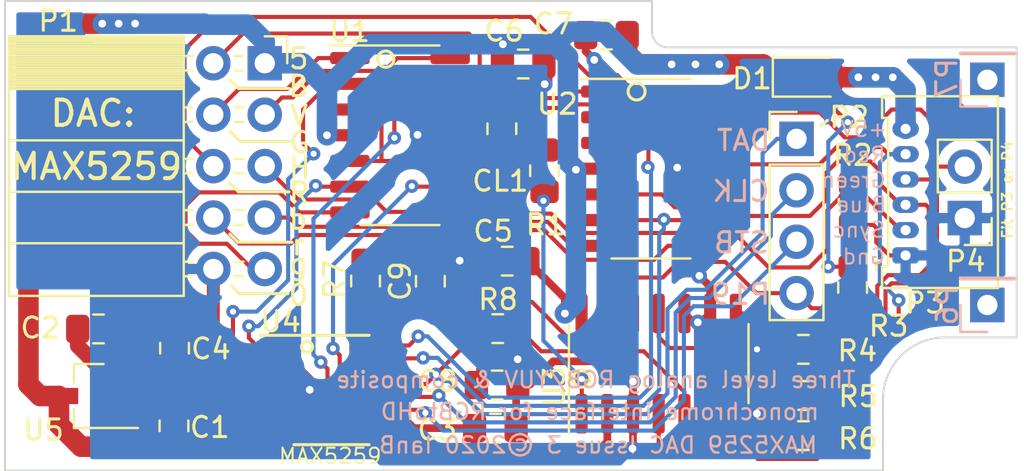
<source format=kicad_pcb>
(kicad_pcb (version 20171130) (host pcbnew "(5.1.4)-1")

  (general
    (thickness 1.6)
    (drawings 63)
    (tracks 633)
    (zones 0)
    (modules 30)
    (nets 36)
  )

  (page A4)
  (layers
    (0 F.Cu signal)
    (31 B.Cu signal)
    (34 B.Paste user hide)
    (35 F.Paste user hide)
    (36 B.SilkS user)
    (37 F.SilkS user)
    (38 B.Mask user hide)
    (39 F.Mask user hide)
    (40 Dwgs.User user hide)
    (41 Cmts.User user hide)
    (44 Edge.Cuts user)
    (45 Margin user hide)
    (46 B.CrtYd user hide)
    (47 F.CrtYd user hide)
    (48 B.Fab user hide)
    (49 F.Fab user hide)
  )

  (setup
    (last_trace_width 1.016)
    (user_trace_width 0.2032)
    (user_trace_width 0.381)
    (user_trace_width 0.635)
    (user_trace_width 0.762)
    (user_trace_width 0.889)
    (user_trace_width 1.016)
    (user_trace_width 1.143)
    (user_trace_width 1.27)
    (trace_clearance 0.2032)
    (zone_clearance 0.508)
    (zone_45_only yes)
    (trace_min 0.2032)
    (via_size 0.6604)
    (via_drill 0.3048)
    (via_min_size 0.6604)
    (via_min_drill 0.3048)
    (uvia_size 0.6096)
    (uvia_drill 0.3048)
    (uvias_allowed no)
    (uvia_min_size 0)
    (uvia_min_drill 0)
    (edge_width 0.1)
    (segment_width 0.2)
    (pcb_text_width 0.2)
    (pcb_text_size 1.25 1.25)
    (mod_edge_width 0.15)
    (mod_text_size 1 1)
    (mod_text_width 0.15)
    (pad_size 1.7 1.7)
    (pad_drill 1)
    (pad_to_mask_clearance 0.15)
    (solder_mask_min_width 0.26)
    (aux_axis_origin 12.502 54.50096)
    (grid_origin 45.002 28.00096)
    (visible_elements 7FFFFFFF)
    (pcbplotparams
      (layerselection 0x010f0_ffffffff)
      (usegerberextensions true)
      (usegerberattributes false)
      (usegerberadvancedattributes false)
      (creategerberjobfile false)
      (excludeedgelayer true)
      (linewidth 0.100000)
      (plotframeref false)
      (viasonmask false)
      (mode 1)
      (useauxorigin false)
      (hpglpennumber 1)
      (hpglpenspeed 20)
      (hpglpendiameter 15.000000)
      (psnegative false)
      (psa4output false)
      (plotreference true)
      (plotvalue false)
      (plotinvisibletext false)
      (padsonsilk false)
      (subtractmaskfromsilk false)
      (outputformat 1)
      (mirror false)
      (drillshape 0)
      (scaleselection 1)
      (outputdirectory "manufacturing/"))
  )

  (net 0 "")
  (net 1 /GND)
  (net 2 /SYNC)
  (net 3 /BLUE)
  (net 4 /GREEN)
  (net 5 /RED)
  (net 6 /BRED)
  (net 7 /BGREEN)
  (net 8 /BBLUE)
  (net 9 /VSYNC)
  (net 10 /VANALOG)
  (net 11 /ASYNC)
  (net 12 /ARED)
  (net 13 /AGREEN)
  (net 14 /ABLUE)
  (net 15 "Net-(P6-Pad1)")
  (net 16 /REFSYNC)
  (net 17 /GPIO22_STB)
  (net 18 /GPIO0_DAT)
  (net 19 "Net-(P7-Pad1)")
  (net 20 /VCC)
  (net 21 /GPIO1_CLK)
  (net 22 /CLAMPLVL)
  (net 23 /CGREEN)
  (net 24 /CLAMP)
  (net 25 /REFGYSYNC)
  (net 26 /REFRBUVLO)
  (net 27 /REFRBUVHI)
  (net 28 /REFGYHI)
  (net 29 /REFGYLO)
  (net 30 "Net-(U4-Pad14)")
  (net 31 /VCC_IN)
  (net 32 /SPARE)
  (net 33 /SW_CLAMP)
  (net 34 /TERM_RB)
  (net 35 /TERM_G)

  (net_class Default "This is the default net class."
    (clearance 0.2032)
    (trace_width 0.2032)
    (via_dia 0.6604)
    (via_drill 0.3048)
    (uvia_dia 0.6096)
    (uvia_drill 0.3048)
    (diff_pair_width 0.2032)
    (diff_pair_gap 0.25)
    (add_net /ABLUE)
    (add_net /AGREEN)
    (add_net /ARED)
    (add_net /ASYNC)
    (add_net /BBLUE)
    (add_net /BGREEN)
    (add_net /BLUE)
    (add_net /BRED)
    (add_net /CGREEN)
    (add_net /CLAMP)
    (add_net /CLAMPLVL)
    (add_net /GND)
    (add_net /GPIO0_DAT)
    (add_net /GPIO1_CLK)
    (add_net /GPIO22_STB)
    (add_net /GREEN)
    (add_net /RED)
    (add_net /REFGYHI)
    (add_net /REFGYLO)
    (add_net /REFGYSYNC)
    (add_net /REFRBUVHI)
    (add_net /REFRBUVLO)
    (add_net /REFSYNC)
    (add_net /SPARE)
    (add_net /SW_CLAMP)
    (add_net /SYNC)
    (add_net /TERM_G)
    (add_net /TERM_RB)
    (add_net /VANALOG)
    (add_net /VCC)
    (add_net /VCC_IN)
    (add_net /VSYNC)
    (add_net "Net-(P6-Pad1)")
    (add_net "Net-(P7-Pad1)")
    (add_net "Net-(U4-Pad14)")
  )

  (net_class Power ""
    (clearance 0.2032)
    (trace_width 0.381)
    (via_dia 0.762)
    (via_drill 0.381)
    (uvia_dia 0.6096)
    (uvia_drill 0.3048)
    (diff_pair_width 0.2032)
    (diff_pair_gap 0.25)
  )

  (module Connector_PinHeader_2.54mm:PinHeader_1x04_P2.54mm_Vertical (layer F.Cu) (tedit 59FED5CC) (tstamp 5DCC4DD0)
    (at 66.6174 38.11016)
    (descr "Through hole straight pin header, 1x04, 2.54mm pitch, single row")
    (tags "Through hole pin header THT 1x04 2.54mm single row")
    (path /5DCFA861)
    (fp_text reference P2 (at 2.6035 -1.0668) (layer F.SilkS)
      (effects (font (size 1 1) (thickness 0.15)))
    )
    (fp_text value Conn_01x04 (at 0 9.95) (layer F.Fab)
      (effects (font (size 1 1) (thickness 0.15)))
    )
    (fp_text user %R (at 0 3.81 90) (layer F.Fab)
      (effects (font (size 1 1) (thickness 0.15)))
    )
    (fp_line (start 1.8 -1.8) (end -1.8 -1.8) (layer F.CrtYd) (width 0.05))
    (fp_line (start 1.8 9.4) (end 1.8 -1.8) (layer F.CrtYd) (width 0.05))
    (fp_line (start -1.8 9.4) (end 1.8 9.4) (layer F.CrtYd) (width 0.05))
    (fp_line (start -1.8 -1.8) (end -1.8 9.4) (layer F.CrtYd) (width 0.05))
    (fp_line (start -1.33 -1.33) (end 0 -1.33) (layer F.SilkS) (width 0.12))
    (fp_line (start -1.33 0) (end -1.33 -1.33) (layer F.SilkS) (width 0.12))
    (fp_line (start -1.33 1.27) (end 1.33 1.27) (layer F.SilkS) (width 0.12))
    (fp_line (start 1.33 1.27) (end 1.33 8.95) (layer F.SilkS) (width 0.12))
    (fp_line (start -1.33 1.27) (end -1.33 8.95) (layer F.SilkS) (width 0.12))
    (fp_line (start -1.33 8.95) (end 1.33 8.95) (layer F.SilkS) (width 0.12))
    (fp_line (start -1.27 -0.635) (end -0.635 -1.27) (layer F.Fab) (width 0.1))
    (fp_line (start -1.27 8.89) (end -1.27 -0.635) (layer F.Fab) (width 0.1))
    (fp_line (start 1.27 8.89) (end -1.27 8.89) (layer F.Fab) (width 0.1))
    (fp_line (start 1.27 -1.27) (end 1.27 8.89) (layer F.Fab) (width 0.1))
    (fp_line (start -0.635 -1.27) (end 1.27 -1.27) (layer F.Fab) (width 0.1))
    (pad 4 thru_hole oval (at 0 7.62) (size 1.7 1.7) (drill 1) (layers *.Cu *.Mask)
      (net 24 /CLAMP))
    (pad 3 thru_hole oval (at 0 5.08) (size 1.7 1.7) (drill 1) (layers *.Cu *.Mask)
      (net 17 /GPIO22_STB))
    (pad 2 thru_hole oval (at 0 2.54) (size 1.7 1.7) (drill 1) (layers *.Cu *.Mask)
      (net 21 /GPIO1_CLK))
    (pad 1 thru_hole rect (at 0 0) (size 1.7 1.7) (drill 1) (layers *.Cu *.Mask)
      (net 18 /GPIO0_DAT))
    (model ${KISYS3DMOD}/Connector_PinHeader_2.54mm.3dshapes/PinHeader_1x04_P2.54mm_Vertical.wrl
      (at (xyz 0 0 0))
      (scale (xyz 1 1 1))
      (rotate (xyz 0 0 0))
    )
  )

  (module Package_SO:SOIC-14_3.9x8.7mm_P1.27mm (layer F.Cu) (tedit 5C97300E) (tstamp 5DE9AC4A)
    (at 59.8102 49.20996 90)
    (descr "SOIC, 14 Pin (JEDEC MS-012AB, https://www.analog.com/media/en/package-pcb-resources/package/pkg_pdf/soic_narrow-r/r_14.pdf), generated with kicad-footprint-generator ipc_gullwing_generator.py")
    (tags "SOIC SO")
    (path /5E118FBF)
    (attr smd)
    (fp_text reference U3 (at -1.143 -5.1562 90) (layer F.SilkS)
      (effects (font (size 1 1) (thickness 0.15)))
    )
    (fp_text value 4066 (at 0 5.28 90) (layer F.Fab)
      (effects (font (size 1 1) (thickness 0.15)))
    )
    (fp_line (start 0 4.435) (end 1.95 4.435) (layer F.SilkS) (width 0.12))
    (fp_line (start 0 4.435) (end -1.95 4.435) (layer F.SilkS) (width 0.12))
    (fp_line (start 0 -4.435) (end 1.95 -4.435) (layer F.SilkS) (width 0.12))
    (fp_line (start 0 -4.435) (end -3.45 -4.435) (layer F.SilkS) (width 0.12))
    (fp_line (start -0.975 -4.325) (end 1.95 -4.325) (layer F.Fab) (width 0.1))
    (fp_line (start 1.95 -4.325) (end 1.95 4.325) (layer F.Fab) (width 0.1))
    (fp_line (start 1.95 4.325) (end -1.95 4.325) (layer F.Fab) (width 0.1))
    (fp_line (start -1.95 4.325) (end -1.95 -3.35) (layer F.Fab) (width 0.1))
    (fp_line (start -1.95 -3.35) (end -0.975 -4.325) (layer F.Fab) (width 0.1))
    (fp_line (start -3.7 -4.58) (end -3.7 4.58) (layer F.CrtYd) (width 0.05))
    (fp_line (start -3.7 4.58) (end 3.7 4.58) (layer F.CrtYd) (width 0.05))
    (fp_line (start 3.7 4.58) (end 3.7 -4.58) (layer F.CrtYd) (width 0.05))
    (fp_line (start 3.7 -4.58) (end -3.7 -4.58) (layer F.CrtYd) (width 0.05))
    (fp_text user %R (at 0 0 90) (layer F.Fab)
      (effects (font (size 0.98 0.98) (thickness 0.15)))
    )
    (pad 1 smd roundrect (at -2.475 -3.81 90) (size 1.95 0.6) (layers F.Cu F.Paste F.Mask) (roundrect_rratio 0.25)
      (net 33 /SW_CLAMP))
    (pad 2 smd roundrect (at -2.475 -2.54 90) (size 1.95 0.6) (layers F.Cu F.Paste F.Mask) (roundrect_rratio 0.25)
      (net 22 /CLAMPLVL))
    (pad 3 smd roundrect (at -2.475 -1.27 90) (size 1.95 0.6) (layers F.Cu F.Paste F.Mask) (roundrect_rratio 0.25)
      (net 1 /GND))
    (pad 4 smd roundrect (at -2.475 0 90) (size 1.95 0.6) (layers F.Cu F.Paste F.Mask) (roundrect_rratio 0.25)
      (net 12 /ARED))
    (pad 5 smd roundrect (at -2.475 1.27 90) (size 1.95 0.6) (layers F.Cu F.Paste F.Mask) (roundrect_rratio 0.25)
      (net 34 /TERM_RB))
    (pad 6 smd roundrect (at -2.475 2.54 90) (size 1.95 0.6) (layers F.Cu F.Paste F.Mask) (roundrect_rratio 0.25)
      (net 34 /TERM_RB))
    (pad 7 smd roundrect (at -2.475 3.81 90) (size 1.95 0.6) (layers F.Cu F.Paste F.Mask) (roundrect_rratio 0.25)
      (net 1 /GND))
    (pad 8 smd roundrect (at 2.475 3.81 90) (size 1.95 0.6) (layers F.Cu F.Paste F.Mask) (roundrect_rratio 0.25)
      (net 14 /ABLUE))
    (pad 9 smd roundrect (at 2.475 2.54 90) (size 1.95 0.6) (layers F.Cu F.Paste F.Mask) (roundrect_rratio 0.25)
      (net 1 /GND))
    (pad 10 smd roundrect (at 2.475 1.27 90) (size 1.95 0.6) (layers F.Cu F.Paste F.Mask) (roundrect_rratio 0.25)
      (net 1 /GND))
    (pad 11 smd roundrect (at 2.475 0 90) (size 1.95 0.6) (layers F.Cu F.Paste F.Mask) (roundrect_rratio 0.25)
      (net 13 /AGREEN))
    (pad 12 smd roundrect (at 2.475 -1.27 90) (size 1.95 0.6) (layers F.Cu F.Paste F.Mask) (roundrect_rratio 0.25)
      (net 35 /TERM_G))
    (pad 13 smd roundrect (at 2.475 -2.54 90) (size 1.95 0.6) (layers F.Cu F.Paste F.Mask) (roundrect_rratio 0.25)
      (net 24 /CLAMP))
    (pad 14 smd roundrect (at 2.475 -3.81 90) (size 1.95 0.6) (layers F.Cu F.Paste F.Mask) (roundrect_rratio 0.25)
      (net 20 /VCC))
    (model ${KISYS3DMOD}/Package_SO.3dshapes/SOIC-14_3.9x8.7mm_P1.27mm.wrl
      (at (xyz 0 0 0))
      (scale (xyz 1 1 1))
      (rotate (xyz 0 0 0))
    )
  )

  (module Capacitor_SMD:C_0805_2012Metric_Pad1.15x1.40mm_HandSolder (layer F.Cu) (tedit 5B36C52B) (tstamp 5DC8CC0C)
    (at 52.32736 44.15028 180)
    (descr "Capacitor SMD 0805 (2012 Metric), square (rectangular) end terminal, IPC_7351 nominal with elongated pad for handsoldering. (Body size source: https://docs.google.com/spreadsheets/d/1BsfQQcO9C6DZCsRaXUlFlo91Tg2WpOkGARC1WS5S8t0/edit?usp=sharing), generated with kicad-footprint-generator")
    (tags "capacitor handsolder")
    (path /5DCE4EBF)
    (attr smd)
    (fp_text reference C5 (at 0.69342 1.48082) (layer F.SilkS)
      (effects (font (size 1 1) (thickness 0.15)))
    )
    (fp_text value 100n (at 0 1.65) (layer F.Fab)
      (effects (font (size 1 1) (thickness 0.15)))
    )
    (fp_text user %R (at 0 0) (layer F.Fab)
      (effects (font (size 0.5 0.5) (thickness 0.08)))
    )
    (fp_line (start 1.85 0.95) (end -1.85 0.95) (layer F.CrtYd) (width 0.05))
    (fp_line (start 1.85 -0.95) (end 1.85 0.95) (layer F.CrtYd) (width 0.05))
    (fp_line (start -1.85 -0.95) (end 1.85 -0.95) (layer F.CrtYd) (width 0.05))
    (fp_line (start -1.85 0.95) (end -1.85 -0.95) (layer F.CrtYd) (width 0.05))
    (fp_line (start -0.261252 0.71) (end 0.261252 0.71) (layer F.SilkS) (width 0.12))
    (fp_line (start -0.261252 -0.71) (end 0.261252 -0.71) (layer F.SilkS) (width 0.12))
    (fp_line (start 1 0.6) (end -1 0.6) (layer F.Fab) (width 0.1))
    (fp_line (start 1 -0.6) (end 1 0.6) (layer F.Fab) (width 0.1))
    (fp_line (start -1 -0.6) (end 1 -0.6) (layer F.Fab) (width 0.1))
    (fp_line (start -1 0.6) (end -1 -0.6) (layer F.Fab) (width 0.1))
    (pad 2 smd roundrect (at 1.025 0 180) (size 1.15 1.4) (layers F.Cu F.Paste F.Mask) (roundrect_rratio 0.217391)
      (net 1 /GND))
    (pad 1 smd roundrect (at -1.025 0 180) (size 1.15 1.4) (layers F.Cu F.Paste F.Mask) (roundrect_rratio 0.217391)
      (net 20 /VCC))
    (model ${KISYS3DMOD}/Capacitor_SMD.3dshapes/C_0805_2012Metric.wrl
      (at (xyz 0 0 0))
      (scale (xyz 1 1 1))
      (rotate (xyz 0 0 0))
    )
  )

  (module Package_SO:QSOP-16_3.9x4.9mm_P0.635mm (layer F.Cu) (tedit 5A02F25C) (tstamp 5DE9AC6A)
    (at 43.65072 50.53838)
    (descr "16-Lead Plastic Shrink Small Outline Narrow Body (QR)-.150\" Body [QSOP] (see Microchip Packaging Specification 00000049BS.pdf)")
    (tags "SSOP 0.635")
    (path /5DEBF7A0)
    (attr smd)
    (fp_text reference U4 (at -2.5146 -3.4036) (layer F.SilkS)
      (effects (font (size 1 1) (thickness 0.15)))
    )
    (fp_text value MAX5259EEE+ (at 0 3.5) (layer F.Fab)
      (effects (font (size 1 1) (thickness 0.15)))
    )
    (fp_line (start -0.95 -2.45) (end 1.95 -2.45) (layer F.Fab) (width 0.15))
    (fp_line (start 1.95 -2.45) (end 1.95 2.45) (layer F.Fab) (width 0.15))
    (fp_line (start 1.95 2.45) (end -1.95 2.45) (layer F.Fab) (width 0.15))
    (fp_line (start -1.95 2.45) (end -1.95 -1.45) (layer F.Fab) (width 0.15))
    (fp_line (start -1.95 -1.45) (end -0.95 -2.45) (layer F.Fab) (width 0.15))
    (fp_line (start -3.7 -2.85) (end -3.7 2.8) (layer F.CrtYd) (width 0.05))
    (fp_line (start 3.7 -2.85) (end 3.7 2.8) (layer F.CrtYd) (width 0.05))
    (fp_line (start -3.7 -2.85) (end 3.7 -2.85) (layer F.CrtYd) (width 0.05))
    (fp_line (start -3.7 2.8) (end 3.7 2.8) (layer F.CrtYd) (width 0.05))
    (fp_line (start -1.8543 2.675) (end 1.8543 2.675) (layer F.SilkS) (width 0.15))
    (fp_line (start -3.525 -2.725) (end 1.8586 -2.725) (layer F.SilkS) (width 0.15))
    (fp_text user %R (at 0 0) (layer F.Fab)
      (effects (font (size 0.7 0.7) (thickness 0.15)))
    )
    (pad 1 smd rect (at -2.6543 -2.2225) (size 1.6 0.41) (layers F.Cu F.Paste F.Mask)
      (net 29 /REFGYLO))
    (pad 2 smd rect (at -2.6543 -1.5875) (size 1.6 0.41) (layers F.Cu F.Paste F.Mask)
      (net 28 /REFGYHI))
    (pad 3 smd rect (at -2.6543 -0.9525) (size 1.6 0.41) (layers F.Cu F.Paste F.Mask)
      (net 1 /GND))
    (pad 4 smd rect (at -2.6543 -0.3175) (size 1.6 0.41) (layers F.Cu F.Paste F.Mask)
      (net 10 /VANALOG))
    (pad 5 smd rect (at -2.6543 0.3175) (size 1.6 0.41) (layers F.Cu F.Paste F.Mask)
      (net 10 /VANALOG))
    (pad 6 smd rect (at -2.6543 0.9525) (size 1.6 0.41) (layers F.Cu F.Paste F.Mask)
      (net 1 /GND))
    (pad 7 smd rect (at -2.6543 1.5875) (size 1.6 0.41) (layers F.Cu F.Paste F.Mask)
      (net 25 /REFGYSYNC))
    (pad 8 smd rect (at -2.6543 2.2225) (size 1.6 0.41) (layers F.Cu F.Paste F.Mask)
      (net 16 /REFSYNC))
    (pad 9 smd rect (at 2.6543 2.2225) (size 1.6 0.41) (layers F.Cu F.Paste F.Mask)
      (net 32 /SPARE))
    (pad 10 smd rect (at 2.6543 1.5875) (size 1.6 0.41) (layers F.Cu F.Paste F.Mask)
      (net 22 /CLAMPLVL))
    (pad 11 smd rect (at 2.6543 0.9525) (size 1.6 0.41) (layers F.Cu F.Paste F.Mask)
      (net 17 /GPIO22_STB))
    (pad 12 smd rect (at 2.6543 0.3175) (size 1.6 0.41) (layers F.Cu F.Paste F.Mask)
      (net 21 /GPIO1_CLK))
    (pad 13 smd rect (at 2.6543 -0.3175) (size 1.6 0.41) (layers F.Cu F.Paste F.Mask)
      (net 18 /GPIO0_DAT))
    (pad 14 smd rect (at 2.6543 -0.9525) (size 1.6 0.41) (layers F.Cu F.Paste F.Mask)
      (net 30 "Net-(U4-Pad14)"))
    (pad 15 smd rect (at 2.6543 -1.5875) (size 1.6 0.41) (layers F.Cu F.Paste F.Mask)
      (net 26 /REFRBUVLO))
    (pad 16 smd rect (at 2.6543 -2.2225) (size 1.6 0.41) (layers F.Cu F.Paste F.Mask)
      (net 27 /REFRBUVHI))
    (model ${KISYS3DMOD}/Package_SO.3dshapes/QSOP-16_3.9x4.9mm_P0.635mm.wrl
      (at (xyz 0 0 0))
      (scale (xyz 1 1 1))
      (rotate (xyz 0 0 0))
    )
  )

  (module Connector_PinHeader_2.54mm:PinHeader_1x02_P2.54mm_Vertical (layer F.Cu) (tedit 59FED5CC) (tstamp 5DCB09B9)
    (at 74.9232 42.02176 180)
    (descr "Through hole straight pin header, 1x02, 2.54mm pitch, single row")
    (tags "Through hole pin header THT 1x02 2.54mm single row")
    (path /5DD175CA)
    (attr virtual)
    (fp_text reference P4 (at -0.0508 -2.1336) (layer F.SilkS)
      (effects (font (size 1 1) (thickness 0.15)))
    )
    (fp_text value Conn_01x02 (at 0 4.87) (layer F.Fab)
      (effects (font (size 1 1) (thickness 0.15)))
    )
    (fp_line (start -0.635 -1.27) (end 1.27 -1.27) (layer F.Fab) (width 0.1))
    (fp_line (start 1.27 -1.27) (end 1.27 3.81) (layer F.Fab) (width 0.1))
    (fp_line (start 1.27 3.81) (end -1.27 3.81) (layer F.Fab) (width 0.1))
    (fp_line (start -1.27 3.81) (end -1.27 -0.635) (layer F.Fab) (width 0.1))
    (fp_line (start -1.27 -0.635) (end -0.635 -1.27) (layer F.Fab) (width 0.1))
    (fp_line (start -1.33 3.87) (end 1.33 3.87) (layer F.SilkS) (width 0.12))
    (fp_line (start -1.33 1.27) (end -1.33 3.87) (layer F.SilkS) (width 0.12))
    (fp_line (start 1.33 1.27) (end 1.33 3.87) (layer F.SilkS) (width 0.12))
    (fp_line (start -1.33 1.27) (end 1.33 1.27) (layer F.SilkS) (width 0.12))
    (fp_line (start -1.33 0) (end -1.33 -1.33) (layer F.SilkS) (width 0.12))
    (fp_line (start -1.33 -1.33) (end 0 -1.33) (layer F.SilkS) (width 0.12))
    (fp_line (start -1.8 -1.8) (end -1.8 4.35) (layer F.CrtYd) (width 0.05))
    (fp_line (start -1.8 4.35) (end 1.8 4.35) (layer F.CrtYd) (width 0.05))
    (fp_line (start 1.8 4.35) (end 1.8 -1.8) (layer F.CrtYd) (width 0.05))
    (fp_line (start 1.8 -1.8) (end -1.8 -1.8) (layer F.CrtYd) (width 0.05))
    (fp_text user %R (at 0 1.27 90) (layer F.Fab)
      (effects (font (size 1 1) (thickness 0.15)))
    )
    (pad 1 thru_hole rect (at 0 0 180) (size 1.7 1.7) (drill 1) (layers *.Cu *.Mask)
      (net 1 /GND))
    (pad 2 thru_hole oval (at 0 2.54 180) (size 1.7 1.7) (drill 1) (layers *.Cu *.Mask)
      (net 13 /AGREEN))
    (model ${KISYS3DMOD}/Connector_PinHeader_2.54mm.3dshapes/PinHeader_1x02_P2.54mm_Vertical.wrl
      (at (xyz 0 0 0))
      (scale (xyz 1 1 1))
      (rotate (xyz 0 0 0))
    )
  )

  (module Resistor_SMD:R_0805_2012Metric_Pad1.15x1.40mm_HandSolder (layer F.Cu) (tedit 5B36C52B) (tstamp 5DE9AC19)
    (at 69.386 45.45076 270)
    (descr "Resistor SMD 0805 (2012 Metric), square (rectangular) end terminal, IPC_7351 nominal with elongated pad for handsoldering. (Body size source: https://docs.google.com/spreadsheets/d/1BsfQQcO9C6DZCsRaXUlFlo91Tg2WpOkGARC1WS5S8t0/edit?usp=sharing), generated with kicad-footprint-generator")
    (tags "resistor handsolder")
    (path /5E08BDE2)
    (attr smd)
    (fp_text reference R3 (at 1.905 -1.778) (layer F.SilkS)
      (effects (font (size 1 1) (thickness 0.15)))
    )
    (fp_text value 1K (at 0 1.65 90) (layer F.Fab)
      (effects (font (size 1 1) (thickness 0.15)))
    )
    (fp_text user %R (at 0 0 90) (layer F.Fab)
      (effects (font (size 0.5 0.5) (thickness 0.08)))
    )
    (fp_line (start 1.85 0.95) (end -1.85 0.95) (layer F.CrtYd) (width 0.05))
    (fp_line (start 1.85 -0.95) (end 1.85 0.95) (layer F.CrtYd) (width 0.05))
    (fp_line (start -1.85 -0.95) (end 1.85 -0.95) (layer F.CrtYd) (width 0.05))
    (fp_line (start -1.85 0.95) (end -1.85 -0.95) (layer F.CrtYd) (width 0.05))
    (fp_line (start -0.261252 0.71) (end 0.261252 0.71) (layer F.SilkS) (width 0.12))
    (fp_line (start -0.261252 -0.71) (end 0.261252 -0.71) (layer F.SilkS) (width 0.12))
    (fp_line (start 1 0.6) (end -1 0.6) (layer F.Fab) (width 0.1))
    (fp_line (start 1 -0.6) (end 1 0.6) (layer F.Fab) (width 0.1))
    (fp_line (start -1 -0.6) (end 1 -0.6) (layer F.Fab) (width 0.1))
    (fp_line (start -1 0.6) (end -1 -0.6) (layer F.Fab) (width 0.1))
    (pad 2 smd roundrect (at 1.025 0 270) (size 1.15 1.4) (layers F.Cu F.Paste F.Mask) (roundrect_rratio 0.217391)
      (net 24 /CLAMP))
    (pad 1 smd roundrect (at -1.025 0 270) (size 1.15 1.4) (layers F.Cu F.Paste F.Mask) (roundrect_rratio 0.217391)
      (net 20 /VCC))
    (model ${KISYS3DMOD}/Resistor_SMD.3dshapes/R_0805_2012Metric.wrl
      (at (xyz 0 0 0))
      (scale (xyz 1 1 1))
      (rotate (xyz 0 0 0))
    )
  )

  (module Resistor_SMD:R_0805_2012Metric_Pad1.15x1.40mm_HandSolder (layer F.Cu) (tedit 5B36C52B) (tstamp 5DEAAA5E)
    (at 66.95268 48.50638 180)
    (descr "Resistor SMD 0805 (2012 Metric), square (rectangular) end terminal, IPC_7351 nominal with elongated pad for handsoldering. (Body size source: https://docs.google.com/spreadsheets/d/1BsfQQcO9C6DZCsRaXUlFlo91Tg2WpOkGARC1WS5S8t0/edit?usp=sharing), generated with kicad-footprint-generator")
    (tags "resistor handsolder")
    (path /5DFCAEED)
    (attr smd)
    (fp_text reference R4 (at -2.667 -0.0762) (layer F.SilkS)
      (effects (font (size 1 1) (thickness 0.15)))
    )
    (fp_text value 10K (at 0 1.65) (layer F.Fab)
      (effects (font (size 1 1) (thickness 0.15)))
    )
    (fp_line (start -1 0.6) (end -1 -0.6) (layer F.Fab) (width 0.1))
    (fp_line (start -1 -0.6) (end 1 -0.6) (layer F.Fab) (width 0.1))
    (fp_line (start 1 -0.6) (end 1 0.6) (layer F.Fab) (width 0.1))
    (fp_line (start 1 0.6) (end -1 0.6) (layer F.Fab) (width 0.1))
    (fp_line (start -0.261252 -0.71) (end 0.261252 -0.71) (layer F.SilkS) (width 0.12))
    (fp_line (start -0.261252 0.71) (end 0.261252 0.71) (layer F.SilkS) (width 0.12))
    (fp_line (start -1.85 0.95) (end -1.85 -0.95) (layer F.CrtYd) (width 0.05))
    (fp_line (start -1.85 -0.95) (end 1.85 -0.95) (layer F.CrtYd) (width 0.05))
    (fp_line (start 1.85 -0.95) (end 1.85 0.95) (layer F.CrtYd) (width 0.05))
    (fp_line (start 1.85 0.95) (end -1.85 0.95) (layer F.CrtYd) (width 0.05))
    (fp_text user %R (at 0 0) (layer F.Fab)
      (effects (font (size 0.5 0.5) (thickness 0.08)))
    )
    (pad 1 smd roundrect (at -1.025 0 180) (size 1.15 1.4) (layers F.Cu F.Paste F.Mask) (roundrect_rratio 0.217391)
      (net 14 /ABLUE))
    (pad 2 smd roundrect (at 1.025 0 180) (size 1.15 1.4) (layers F.Cu F.Paste F.Mask) (roundrect_rratio 0.217391)
      (net 1 /GND))
    (model ${KISYS3DMOD}/Resistor_SMD.3dshapes/R_0805_2012Metric.wrl
      (at (xyz 0 0 0))
      (scale (xyz 1 1 1))
      (rotate (xyz 0 0 0))
    )
  )

  (module Resistor_SMD:R_0805_2012Metric_Pad1.15x1.40mm_HandSolder (layer F.Cu) (tedit 5B36C52B) (tstamp 5DEAAA6F)
    (at 66.97046 50.78476 180)
    (descr "Resistor SMD 0805 (2012 Metric), square (rectangular) end terminal, IPC_7351 nominal with elongated pad for handsoldering. (Body size source: https://docs.google.com/spreadsheets/d/1BsfQQcO9C6DZCsRaXUlFlo91Tg2WpOkGARC1WS5S8t0/edit?usp=sharing), generated with kicad-footprint-generator")
    (tags "resistor handsolder")
    (path /5DFFC467)
    (attr smd)
    (fp_text reference R5 (at -2.6924 -0.0508) (layer F.SilkS)
      (effects (font (size 1 1) (thickness 0.15)))
    )
    (fp_text value 10K (at 0 1.65) (layer F.Fab)
      (effects (font (size 1 1) (thickness 0.15)))
    )
    (fp_text user %R (at 0 0) (layer F.Fab)
      (effects (font (size 0.5 0.5) (thickness 0.08)))
    )
    (fp_line (start 1.85 0.95) (end -1.85 0.95) (layer F.CrtYd) (width 0.05))
    (fp_line (start 1.85 -0.95) (end 1.85 0.95) (layer F.CrtYd) (width 0.05))
    (fp_line (start -1.85 -0.95) (end 1.85 -0.95) (layer F.CrtYd) (width 0.05))
    (fp_line (start -1.85 0.95) (end -1.85 -0.95) (layer F.CrtYd) (width 0.05))
    (fp_line (start -0.261252 0.71) (end 0.261252 0.71) (layer F.SilkS) (width 0.12))
    (fp_line (start -0.261252 -0.71) (end 0.261252 -0.71) (layer F.SilkS) (width 0.12))
    (fp_line (start 1 0.6) (end -1 0.6) (layer F.Fab) (width 0.1))
    (fp_line (start 1 -0.6) (end 1 0.6) (layer F.Fab) (width 0.1))
    (fp_line (start -1 -0.6) (end 1 -0.6) (layer F.Fab) (width 0.1))
    (fp_line (start -1 0.6) (end -1 -0.6) (layer F.Fab) (width 0.1))
    (pad 2 smd roundrect (at 1.025 0 180) (size 1.15 1.4) (layers F.Cu F.Paste F.Mask) (roundrect_rratio 0.217391)
      (net 1 /GND))
    (pad 1 smd roundrect (at -1.025 0 180) (size 1.15 1.4) (layers F.Cu F.Paste F.Mask) (roundrect_rratio 0.217391)
      (net 13 /AGREEN))
    (model ${KISYS3DMOD}/Resistor_SMD.3dshapes/R_0805_2012Metric.wrl
      (at (xyz 0 0 0))
      (scale (xyz 1 1 1))
      (rotate (xyz 0 0 0))
    )
  )

  (module Resistor_SMD:R_0805_2012Metric_Pad1.15x1.40mm_HandSolder (layer F.Cu) (tedit 5B36C52B) (tstamp 5DEAAA80)
    (at 66.95522 52.76596 180)
    (descr "Resistor SMD 0805 (2012 Metric), square (rectangular) end terminal, IPC_7351 nominal with elongated pad for handsoldering. (Body size source: https://docs.google.com/spreadsheets/d/1BsfQQcO9C6DZCsRaXUlFlo91Tg2WpOkGARC1WS5S8t0/edit?usp=sharing), generated with kicad-footprint-generator")
    (tags "resistor handsolder")
    (path /5DFFCF3C)
    (attr smd)
    (fp_text reference R6 (at -2.6924 -0.1524) (layer F.SilkS)
      (effects (font (size 1 1) (thickness 0.15)))
    )
    (fp_text value 10K (at 0 1.65) (layer F.Fab)
      (effects (font (size 1 1) (thickness 0.15)))
    )
    (fp_line (start -1 0.6) (end -1 -0.6) (layer F.Fab) (width 0.1))
    (fp_line (start -1 -0.6) (end 1 -0.6) (layer F.Fab) (width 0.1))
    (fp_line (start 1 -0.6) (end 1 0.6) (layer F.Fab) (width 0.1))
    (fp_line (start 1 0.6) (end -1 0.6) (layer F.Fab) (width 0.1))
    (fp_line (start -0.261252 -0.71) (end 0.261252 -0.71) (layer F.SilkS) (width 0.12))
    (fp_line (start -0.261252 0.71) (end 0.261252 0.71) (layer F.SilkS) (width 0.12))
    (fp_line (start -1.85 0.95) (end -1.85 -0.95) (layer F.CrtYd) (width 0.05))
    (fp_line (start -1.85 -0.95) (end 1.85 -0.95) (layer F.CrtYd) (width 0.05))
    (fp_line (start 1.85 -0.95) (end 1.85 0.95) (layer F.CrtYd) (width 0.05))
    (fp_line (start 1.85 0.95) (end -1.85 0.95) (layer F.CrtYd) (width 0.05))
    (fp_text user %R (at 0 0) (layer F.Fab)
      (effects (font (size 0.5 0.5) (thickness 0.08)))
    )
    (pad 1 smd roundrect (at -1.025 0 180) (size 1.15 1.4) (layers F.Cu F.Paste F.Mask) (roundrect_rratio 0.217391)
      (net 12 /ARED))
    (pad 2 smd roundrect (at 1.025 0 180) (size 1.15 1.4) (layers F.Cu F.Paste F.Mask) (roundrect_rratio 0.217391)
      (net 1 /GND))
    (model ${KISYS3DMOD}/Resistor_SMD.3dshapes/R_0805_2012Metric.wrl
      (at (xyz 0 0 0))
      (scale (xyz 1 1 1))
      (rotate (xyz 0 0 0))
    )
  )

  (module Connector_PinHeader_2.54mm:PinHeader_1x01_P2.54mm_Vertical (layer B.Cu) (tedit 59FED5CC) (tstamp 5DCB8595)
    (at 76.0408 35.18916)
    (descr "Through hole straight pin header, 1x01, 2.54mm pitch, single row")
    (tags "Through hole pin header THT 1x01 2.54mm single row")
    (path /5DD08736)
    (fp_text reference P7 (at -2.0066 -0.0762 90) (layer B.SilkS)
      (effects (font (size 1 1) (thickness 0.15)) (justify mirror))
    )
    (fp_text value Conn_01x01 (at 0 -2.33) (layer B.Fab)
      (effects (font (size 1 1) (thickness 0.15)) (justify mirror))
    )
    (fp_line (start -0.635 1.27) (end 1.27 1.27) (layer B.Fab) (width 0.1))
    (fp_line (start 1.27 1.27) (end 1.27 -1.27) (layer B.Fab) (width 0.1))
    (fp_line (start 1.27 -1.27) (end -1.27 -1.27) (layer B.Fab) (width 0.1))
    (fp_line (start -1.27 -1.27) (end -1.27 0.635) (layer B.Fab) (width 0.1))
    (fp_line (start -1.27 0.635) (end -0.635 1.27) (layer B.Fab) (width 0.1))
    (fp_line (start -1.33 -1.33) (end 1.33 -1.33) (layer B.SilkS) (width 0.12))
    (fp_line (start -1.33 -1.27) (end -1.33 -1.33) (layer B.SilkS) (width 0.12))
    (fp_line (start 1.33 -1.27) (end 1.33 -1.33) (layer B.SilkS) (width 0.12))
    (fp_line (start -1.33 -1.27) (end 1.33 -1.27) (layer B.SilkS) (width 0.12))
    (fp_line (start -1.33 0) (end -1.33 1.33) (layer B.SilkS) (width 0.12))
    (fp_line (start -1.33 1.33) (end 0 1.33) (layer B.SilkS) (width 0.12))
    (fp_line (start -1.8 1.8) (end -1.8 -1.8) (layer B.CrtYd) (width 0.05))
    (fp_line (start -1.8 -1.8) (end 1.8 -1.8) (layer B.CrtYd) (width 0.05))
    (fp_line (start 1.8 -1.8) (end 1.8 1.8) (layer B.CrtYd) (width 0.05))
    (fp_line (start 1.8 1.8) (end -1.8 1.8) (layer B.CrtYd) (width 0.05))
    (fp_text user %R (at 0 0 270) (layer B.Fab)
      (effects (font (size 1 1) (thickness 0.15)) (justify mirror))
    )
    (pad 1 thru_hole rect (at 0 0) (size 1.7 1.7) (drill 1) (layers *.Cu *.Mask)
      (net 19 "Net-(P7-Pad1)"))
    (model ${KISYS3DMOD}/Connector_PinHeader_2.54mm.3dshapes/PinHeader_1x01_P2.54mm_Vertical.wrl
      (at (xyz 0 0 0))
      (scale (xyz 1 1 1))
      (rotate (xyz 0 0 0))
    )
  )

  (module Package_SO:SOIC-14_3.9x8.7mm_P1.27mm (layer F.Cu) (tedit 5C97300E) (tstamp 5DD46B67)
    (at 47.034 37.93236)
    (descr "SOIC, 14 Pin (JEDEC MS-012AB, https://www.analog.com/media/en/package-pcb-resources/package/pkg_pdf/soic_narrow-r/r_14.pdf), generated with kicad-footprint-generator ipc_gullwing_generator.py")
    (tags "SOIC SO")
    (path /5DE5166D)
    (attr smd)
    (fp_text reference U1 (at -2.4892 -5.1308) (layer F.SilkS)
      (effects (font (size 1 1) (thickness 0.15)))
    )
    (fp_text value MAX9144 (at 0 5.28) (layer F.Fab)
      (effects (font (size 1 1) (thickness 0.15)))
    )
    (fp_line (start 0 4.435) (end 1.95 4.435) (layer F.SilkS) (width 0.12))
    (fp_line (start 0 4.435) (end -1.95 4.435) (layer F.SilkS) (width 0.12))
    (fp_line (start 0 -4.435) (end 1.95 -4.435) (layer F.SilkS) (width 0.12))
    (fp_line (start 0 -4.435) (end -3.45 -4.435) (layer F.SilkS) (width 0.12))
    (fp_line (start -0.975 -4.325) (end 1.95 -4.325) (layer F.Fab) (width 0.1))
    (fp_line (start 1.95 -4.325) (end 1.95 4.325) (layer F.Fab) (width 0.1))
    (fp_line (start 1.95 4.325) (end -1.95 4.325) (layer F.Fab) (width 0.1))
    (fp_line (start -1.95 4.325) (end -1.95 -3.35) (layer F.Fab) (width 0.1))
    (fp_line (start -1.95 -3.35) (end -0.975 -4.325) (layer F.Fab) (width 0.1))
    (fp_line (start -3.7 -4.58) (end -3.7 4.58) (layer F.CrtYd) (width 0.05))
    (fp_line (start -3.7 4.58) (end 3.7 4.58) (layer F.CrtYd) (width 0.05))
    (fp_line (start 3.7 4.58) (end 3.7 -4.58) (layer F.CrtYd) (width 0.05))
    (fp_line (start 3.7 -4.58) (end -3.7 -4.58) (layer F.CrtYd) (width 0.05))
    (fp_text user %R (at 0 0) (layer F.Fab)
      (effects (font (size 0.98 0.98) (thickness 0.15)))
    )
    (pad 1 smd roundrect (at -2.475 -3.81) (size 1.95 0.6) (layers F.Cu F.Paste F.Mask) (roundrect_rratio 0.25)
      (net 4 /GREEN))
    (pad 2 smd roundrect (at -2.475 -2.54) (size 1.95 0.6) (layers F.Cu F.Paste F.Mask) (roundrect_rratio 0.25)
      (net 28 /REFGYHI))
    (pad 3 smd roundrect (at -2.475 -1.27) (size 1.95 0.6) (layers F.Cu F.Paste F.Mask) (roundrect_rratio 0.25)
      (net 23 /CGREEN))
    (pad 4 smd roundrect (at -2.475 0) (size 1.95 0.6) (layers F.Cu F.Paste F.Mask) (roundrect_rratio 0.25)
      (net 20 /VCC))
    (pad 5 smd roundrect (at -2.475 1.27) (size 1.95 0.6) (layers F.Cu F.Paste F.Mask) (roundrect_rratio 0.25)
      (net 23 /CGREEN))
    (pad 6 smd roundrect (at -2.475 2.54) (size 1.95 0.6) (layers F.Cu F.Paste F.Mask) (roundrect_rratio 0.25)
      (net 29 /REFGYLO))
    (pad 7 smd roundrect (at -2.475 3.81) (size 1.95 0.6) (layers F.Cu F.Paste F.Mask) (roundrect_rratio 0.25)
      (net 7 /BGREEN))
    (pad 8 smd roundrect (at 2.475 3.81) (size 1.95 0.6) (layers F.Cu F.Paste F.Mask) (roundrect_rratio 0.25)
      (net 2 /SYNC))
    (pad 9 smd roundrect (at 2.475 2.54) (size 1.95 0.6) (layers F.Cu F.Paste F.Mask) (roundrect_rratio 0.25)
      (net 16 /REFSYNC))
    (pad 10 smd roundrect (at 2.475 1.27) (size 1.95 0.6) (layers F.Cu F.Paste F.Mask) (roundrect_rratio 0.25)
      (net 11 /ASYNC))
    (pad 11 smd roundrect (at 2.475 0) (size 1.95 0.6) (layers F.Cu F.Paste F.Mask) (roundrect_rratio 0.25)
      (net 1 /GND))
    (pad 12 smd roundrect (at 2.475 -1.27) (size 1.95 0.6) (layers F.Cu F.Paste F.Mask) (roundrect_rratio 0.25)
      (net 23 /CGREEN))
    (pad 13 smd roundrect (at 2.475 -2.54) (size 1.95 0.6) (layers F.Cu F.Paste F.Mask) (roundrect_rratio 0.25)
      (net 25 /REFGYSYNC))
    (pad 14 smd roundrect (at 2.475 -3.81) (size 1.95 0.6) (layers F.Cu F.Paste F.Mask) (roundrect_rratio 0.25)
      (net 9 /VSYNC))
    (model ${KISYS3DMOD}/Package_SO.3dshapes/SOIC-14_3.9x8.7mm_P1.27mm.wrl
      (at (xyz 0 0 0))
      (scale (xyz 1 1 1))
      (rotate (xyz 0 0 0))
    )
  )

  (module Connector_PinSocket_2.54mm:PinSocket_2x05_P2.54mm_Horizontal (layer F.Cu) (tedit 5A19A422) (tstamp 5DC8CCDC)
    (at 40.3538 34.37636)
    (descr "Through hole angled socket strip, 2x05, 2.54mm pitch, 8.51mm socket length, double cols (from Kicad 4.0.7), script generated")
    (tags "Through hole angled socket strip THT 2x05 2.54mm double row")
    (path /5DB26BD3)
    (fp_text reference P1 (at -10.1981 -2.0828) (layer F.SilkS)
      (effects (font (size 1 1) (thickness 0.15)))
    )
    (fp_text value Conn_02x05_Odd_Even (at -5.65 12.93) (layer F.Fab)
      (effects (font (size 1 1) (thickness 0.15)))
    )
    (fp_line (start -12.57 -1.27) (end -5.03 -1.27) (layer F.Fab) (width 0.1))
    (fp_line (start -5.03 -1.27) (end -4.06 -0.3) (layer F.Fab) (width 0.1))
    (fp_line (start -4.06 -0.3) (end -4.06 11.43) (layer F.Fab) (width 0.1))
    (fp_line (start -4.06 11.43) (end -12.57 11.43) (layer F.Fab) (width 0.1))
    (fp_line (start -12.57 11.43) (end -12.57 -1.27) (layer F.Fab) (width 0.1))
    (fp_line (start 0 -0.3) (end -4.06 -0.3) (layer F.Fab) (width 0.1))
    (fp_line (start -4.06 0.3) (end 0 0.3) (layer F.Fab) (width 0.1))
    (fp_line (start 0 0.3) (end 0 -0.3) (layer F.Fab) (width 0.1))
    (fp_line (start 0 2.24) (end -4.06 2.24) (layer F.Fab) (width 0.1))
    (fp_line (start -4.06 2.84) (end 0 2.84) (layer F.Fab) (width 0.1))
    (fp_line (start 0 2.84) (end 0 2.24) (layer F.Fab) (width 0.1))
    (fp_line (start 0 4.78) (end -4.06 4.78) (layer F.Fab) (width 0.1))
    (fp_line (start -4.06 5.38) (end 0 5.38) (layer F.Fab) (width 0.1))
    (fp_line (start 0 5.38) (end 0 4.78) (layer F.Fab) (width 0.1))
    (fp_line (start 0 7.32) (end -4.06 7.32) (layer F.Fab) (width 0.1))
    (fp_line (start -4.06 7.92) (end 0 7.92) (layer F.Fab) (width 0.1))
    (fp_line (start 0 7.92) (end 0 7.32) (layer F.Fab) (width 0.1))
    (fp_line (start 0 9.86) (end -4.06 9.86) (layer F.Fab) (width 0.1))
    (fp_line (start -4.06 10.46) (end 0 10.46) (layer F.Fab) (width 0.1))
    (fp_line (start 0 10.46) (end 0 9.86) (layer F.Fab) (width 0.1))
    (fp_line (start -12.63 -1.21) (end -4 -1.21) (layer F.SilkS) (width 0.12))
    (fp_line (start -12.63 -1.091905) (end -4 -1.091905) (layer F.SilkS) (width 0.12))
    (fp_line (start -12.63 -0.97381) (end -4 -0.97381) (layer F.SilkS) (width 0.12))
    (fp_line (start -12.63 -0.855715) (end -4 -0.855715) (layer F.SilkS) (width 0.12))
    (fp_line (start -12.63 -0.73762) (end -4 -0.73762) (layer F.SilkS) (width 0.12))
    (fp_line (start -12.63 -0.619525) (end -4 -0.619525) (layer F.SilkS) (width 0.12))
    (fp_line (start -12.63 -0.50143) (end -4 -0.50143) (layer F.SilkS) (width 0.12))
    (fp_line (start -12.63 -0.383335) (end -4 -0.383335) (layer F.SilkS) (width 0.12))
    (fp_line (start -12.63 -0.26524) (end -4 -0.26524) (layer F.SilkS) (width 0.12))
    (fp_line (start -12.63 -0.147145) (end -4 -0.147145) (layer F.SilkS) (width 0.12))
    (fp_line (start -12.63 -0.02905) (end -4 -0.02905) (layer F.SilkS) (width 0.12))
    (fp_line (start -12.63 0.089045) (end -4 0.089045) (layer F.SilkS) (width 0.12))
    (fp_line (start -12.63 0.20714) (end -4 0.20714) (layer F.SilkS) (width 0.12))
    (fp_line (start -12.63 0.325235) (end -4 0.325235) (layer F.SilkS) (width 0.12))
    (fp_line (start -12.63 0.44333) (end -4 0.44333) (layer F.SilkS) (width 0.12))
    (fp_line (start -12.63 0.561425) (end -4 0.561425) (layer F.SilkS) (width 0.12))
    (fp_line (start -12.63 0.67952) (end -4 0.67952) (layer F.SilkS) (width 0.12))
    (fp_line (start -12.63 0.797615) (end -4 0.797615) (layer F.SilkS) (width 0.12))
    (fp_line (start -12.63 0.91571) (end -4 0.91571) (layer F.SilkS) (width 0.12))
    (fp_line (start -12.63 1.033805) (end -4 1.033805) (layer F.SilkS) (width 0.12))
    (fp_line (start -12.63 1.1519) (end -4 1.1519) (layer F.SilkS) (width 0.12))
    (fp_line (start -4 -0.36) (end -3.59 -0.36) (layer F.SilkS) (width 0.12))
    (fp_line (start -1.49 -0.36) (end -1.11 -0.36) (layer F.SilkS) (width 0.12))
    (fp_line (start -4 0.36) (end -3.59 0.36) (layer F.SilkS) (width 0.12))
    (fp_line (start -1.49 0.36) (end -1.11 0.36) (layer F.SilkS) (width 0.12))
    (fp_line (start -4 2.18) (end -3.59 2.18) (layer F.SilkS) (width 0.12))
    (fp_line (start -1.49 2.18) (end -1.05 2.18) (layer F.SilkS) (width 0.12))
    (fp_line (start -4 2.9) (end -3.59 2.9) (layer F.SilkS) (width 0.12))
    (fp_line (start -1.49 2.9) (end -1.05 2.9) (layer F.SilkS) (width 0.12))
    (fp_line (start -4 4.72) (end -3.59 4.72) (layer F.SilkS) (width 0.12))
    (fp_line (start -1.49 4.72) (end -1.05 4.72) (layer F.SilkS) (width 0.12))
    (fp_line (start -4 5.44) (end -3.59 5.44) (layer F.SilkS) (width 0.12))
    (fp_line (start -1.49 5.44) (end -1.05 5.44) (layer F.SilkS) (width 0.12))
    (fp_line (start -4 7.26) (end -3.59 7.26) (layer F.SilkS) (width 0.12))
    (fp_line (start -1.49 7.26) (end -1.05 7.26) (layer F.SilkS) (width 0.12))
    (fp_line (start -4 7.98) (end -3.59 7.98) (layer F.SilkS) (width 0.12))
    (fp_line (start -1.49 7.98) (end -1.05 7.98) (layer F.SilkS) (width 0.12))
    (fp_line (start -4 9.8) (end -3.59 9.8) (layer F.SilkS) (width 0.12))
    (fp_line (start -1.49 9.8) (end -1.05 9.8) (layer F.SilkS) (width 0.12))
    (fp_line (start -4 10.52) (end -3.59 10.52) (layer F.SilkS) (width 0.12))
    (fp_line (start -1.49 10.52) (end -1.05 10.52) (layer F.SilkS) (width 0.12))
    (fp_line (start -12.63 1.27) (end -4 1.27) (layer F.SilkS) (width 0.12))
    (fp_line (start -12.63 3.81) (end -4 3.81) (layer F.SilkS) (width 0.12))
    (fp_line (start -12.63 6.35) (end -4 6.35) (layer F.SilkS) (width 0.12))
    (fp_line (start -12.63 8.89) (end -4 8.89) (layer F.SilkS) (width 0.12))
    (fp_line (start -12.63 -1.33) (end -4 -1.33) (layer F.SilkS) (width 0.12))
    (fp_line (start -4 -1.33) (end -4 11.49) (layer F.SilkS) (width 0.12))
    (fp_line (start -12.63 11.49) (end -4 11.49) (layer F.SilkS) (width 0.12))
    (fp_line (start -12.63 -1.33) (end -12.63 11.49) (layer F.SilkS) (width 0.12))
    (fp_line (start 1.11 -1.33) (end 1.11 0) (layer F.SilkS) (width 0.12))
    (fp_line (start 0 -1.33) (end 1.11 -1.33) (layer F.SilkS) (width 0.12))
    (fp_line (start 1.8 -1.75) (end -13.05 -1.75) (layer F.CrtYd) (width 0.05))
    (fp_line (start -13.05 -1.75) (end -13.05 11.95) (layer F.CrtYd) (width 0.05))
    (fp_line (start -13.05 11.95) (end 1.8 11.95) (layer F.CrtYd) (width 0.05))
    (fp_line (start 1.8 11.95) (end 1.8 -1.75) (layer F.CrtYd) (width 0.05))
    (fp_text user %R (at -8.315 5.08 90) (layer F.Fab)
      (effects (font (size 1 1) (thickness 0.15)))
    )
    (pad 1 thru_hole rect (at 0 0) (size 1.7 1.7) (drill 1) (layers *.Cu *.Mask)
      (net 20 /VCC))
    (pad 2 thru_hole oval (at -2.54 0) (size 1.7 1.7) (drill 1) (layers *.Cu *.Mask)
      (net 3 /BLUE))
    (pad 3 thru_hole oval (at 0 2.54) (size 1.7 1.7) (drill 1) (layers *.Cu *.Mask)
      (net 9 /VSYNC))
    (pad 4 thru_hole oval (at -2.54 2.54) (size 1.7 1.7) (drill 1) (layers *.Cu *.Mask)
      (net 4 /GREEN))
    (pad 5 thru_hole oval (at 0 5.08) (size 1.7 1.7) (drill 1) (layers *.Cu *.Mask)
      (net 2 /SYNC))
    (pad 6 thru_hole oval (at -2.54 5.08) (size 1.7 1.7) (drill 1) (layers *.Cu *.Mask)
      (net 5 /RED))
    (pad 7 thru_hole oval (at 0 7.62) (size 1.7 1.7) (drill 1) (layers *.Cu *.Mask)
      (net 8 /BBLUE))
    (pad 8 thru_hole oval (at -2.54 7.62) (size 1.7 1.7) (drill 1) (layers *.Cu *.Mask)
      (net 6 /BRED))
    (pad 9 thru_hole oval (at 0 10.16) (size 1.7 1.7) (drill 1) (layers *.Cu *.Mask)
      (net 7 /BGREEN))
    (pad 10 thru_hole oval (at -2.54 10.16) (size 1.7 1.7) (drill 1) (layers *.Cu *.Mask)
      (net 1 /GND))
    (model ${KISYS3DMOD}/Connector_PinSocket_2.54mm.3dshapes/PinSocket_2x05_P2.54mm_Horizontal.wrl
      (at (xyz 0 0 0))
      (scale (xyz 1 1 1))
      (rotate (xyz 0 0 0))
    )
  )

  (module Capacitor_SMD:C_0805_2012Metric_Pad1.15x1.40mm_HandSolder (layer F.Cu) (tedit 5B36C52B) (tstamp 5DCDAF35)
    (at 57.22956 32.98444 180)
    (descr "Capacitor SMD 0805 (2012 Metric), square (rectangular) end terminal, IPC_7351 nominal with elongated pad for handsoldering. (Body size source: https://docs.google.com/spreadsheets/d/1BsfQQcO9C6DZCsRaXUlFlo91Tg2WpOkGARC1WS5S8t0/edit?usp=sharing), generated with kicad-footprint-generator")
    (tags "capacitor handsolder")
    (path /5DCAB08B)
    (attr smd)
    (fp_text reference C7 (at 2.60858 0.5588) (layer F.SilkS)
      (effects (font (size 1 1) (thickness 0.15)))
    )
    (fp_text value 100n (at 0 1.65) (layer F.Fab)
      (effects (font (size 1 1) (thickness 0.15)))
    )
    (fp_text user %R (at 0 0) (layer F.Fab)
      (effects (font (size 0.5 0.5) (thickness 0.08)))
    )
    (fp_line (start 1.85 0.95) (end -1.85 0.95) (layer F.CrtYd) (width 0.05))
    (fp_line (start 1.85 -0.95) (end 1.85 0.95) (layer F.CrtYd) (width 0.05))
    (fp_line (start -1.85 -0.95) (end 1.85 -0.95) (layer F.CrtYd) (width 0.05))
    (fp_line (start -1.85 0.95) (end -1.85 -0.95) (layer F.CrtYd) (width 0.05))
    (fp_line (start -0.261252 0.71) (end 0.261252 0.71) (layer F.SilkS) (width 0.12))
    (fp_line (start -0.261252 -0.71) (end 0.261252 -0.71) (layer F.SilkS) (width 0.12))
    (fp_line (start 1 0.6) (end -1 0.6) (layer F.Fab) (width 0.1))
    (fp_line (start 1 -0.6) (end 1 0.6) (layer F.Fab) (width 0.1))
    (fp_line (start -1 -0.6) (end 1 -0.6) (layer F.Fab) (width 0.1))
    (fp_line (start -1 0.6) (end -1 -0.6) (layer F.Fab) (width 0.1))
    (pad 2 smd roundrect (at 1.025 0 180) (size 1.15 1.4) (layers F.Cu F.Paste F.Mask) (roundrect_rratio 0.217391)
      (net 1 /GND))
    (pad 1 smd roundrect (at -1.025 0 180) (size 1.15 1.4) (layers F.Cu F.Paste F.Mask) (roundrect_rratio 0.217391)
      (net 20 /VCC))
    (model ${KISYS3DMOD}/Capacitor_SMD.3dshapes/C_0805_2012Metric.wrl
      (at (xyz 0 0 0))
      (scale (xyz 1 1 1))
      (rotate (xyz 0 0 0))
    )
  )

  (module Capacitor_SMD:C_0805_2012Metric_Pad1.15x1.40mm_HandSolder (layer F.Cu) (tedit 5B36C52B) (tstamp 5DC8CC3F)
    (at 32.14198 47.498)
    (descr "Capacitor SMD 0805 (2012 Metric), square (rectangular) end terminal, IPC_7351 nominal with elongated pad for handsoldering. (Body size source: https://docs.google.com/spreadsheets/d/1BsfQQcO9C6DZCsRaXUlFlo91Tg2WpOkGARC1WS5S8t0/edit?usp=sharing), generated with kicad-footprint-generator")
    (tags "capacitor handsolder")
    (path /5DD09882)
    (attr smd)
    (fp_text reference C2 (at -2.87274 -0.0508) (layer F.SilkS)
      (effects (font (size 1 1) (thickness 0.15)))
    )
    (fp_text value 10uF (at 0 1.65) (layer F.Fab)
      (effects (font (size 1 1) (thickness 0.15)))
    )
    (fp_line (start -1 0.6) (end -1 -0.6) (layer F.Fab) (width 0.1))
    (fp_line (start -1 -0.6) (end 1 -0.6) (layer F.Fab) (width 0.1))
    (fp_line (start 1 -0.6) (end 1 0.6) (layer F.Fab) (width 0.1))
    (fp_line (start 1 0.6) (end -1 0.6) (layer F.Fab) (width 0.1))
    (fp_line (start -0.261252 -0.71) (end 0.261252 -0.71) (layer F.SilkS) (width 0.12))
    (fp_line (start -0.261252 0.71) (end 0.261252 0.71) (layer F.SilkS) (width 0.12))
    (fp_line (start -1.85 0.95) (end -1.85 -0.95) (layer F.CrtYd) (width 0.05))
    (fp_line (start -1.85 -0.95) (end 1.85 -0.95) (layer F.CrtYd) (width 0.05))
    (fp_line (start 1.85 -0.95) (end 1.85 0.95) (layer F.CrtYd) (width 0.05))
    (fp_line (start 1.85 0.95) (end -1.85 0.95) (layer F.CrtYd) (width 0.05))
    (fp_text user %R (at 0 0) (layer F.Fab)
      (effects (font (size 0.5 0.5) (thickness 0.08)))
    )
    (pad 1 smd roundrect (at -1.025 0) (size 1.15 1.4) (layers F.Cu F.Paste F.Mask) (roundrect_rratio 0.217391)
      (net 10 /VANALOG))
    (pad 2 smd roundrect (at 1.025 0) (size 1.15 1.4) (layers F.Cu F.Paste F.Mask) (roundrect_rratio 0.217391)
      (net 1 /GND))
    (model ${KISYS3DMOD}/Capacitor_SMD.3dshapes/C_0805_2012Metric.wrl
      (at (xyz 0 0 0))
      (scale (xyz 1 1 1))
      (rotate (xyz 0 0 0))
    )
  )

  (module Connector_PinHeader_2.54mm:PinHeader_1x01_P2.54mm_Vertical (layer B.Cu) (tedit 59FED5CC) (tstamp 5DCB85A9)
    (at 76.0408 46.31436)
    (descr "Through hole straight pin header, 1x01, 2.54mm pitch, single row")
    (tags "Through hole pin header THT 1x01 2.54mm single row")
    (path /5DD07D72)
    (fp_text reference P6 (at -1.9812 0.0254 90) (layer B.SilkS)
      (effects (font (size 1 1) (thickness 0.15)) (justify mirror))
    )
    (fp_text value Conn_01x01 (at 0 -2.33) (layer B.Fab)
      (effects (font (size 1 1) (thickness 0.15)) (justify mirror))
    )
    (fp_line (start -0.635 1.27) (end 1.27 1.27) (layer B.Fab) (width 0.1))
    (fp_line (start 1.27 1.27) (end 1.27 -1.27) (layer B.Fab) (width 0.1))
    (fp_line (start 1.27 -1.27) (end -1.27 -1.27) (layer B.Fab) (width 0.1))
    (fp_line (start -1.27 -1.27) (end -1.27 0.635) (layer B.Fab) (width 0.1))
    (fp_line (start -1.27 0.635) (end -0.635 1.27) (layer B.Fab) (width 0.1))
    (fp_line (start -1.33 -1.33) (end 1.33 -1.33) (layer B.SilkS) (width 0.12))
    (fp_line (start -1.33 -1.27) (end -1.33 -1.33) (layer B.SilkS) (width 0.12))
    (fp_line (start 1.33 -1.27) (end 1.33 -1.33) (layer B.SilkS) (width 0.12))
    (fp_line (start -1.33 -1.27) (end 1.33 -1.27) (layer B.SilkS) (width 0.12))
    (fp_line (start -1.33 0) (end -1.33 1.33) (layer B.SilkS) (width 0.12))
    (fp_line (start -1.33 1.33) (end 0 1.33) (layer B.SilkS) (width 0.12))
    (fp_line (start -1.8 1.8) (end -1.8 -1.8) (layer B.CrtYd) (width 0.05))
    (fp_line (start -1.8 -1.8) (end 1.8 -1.8) (layer B.CrtYd) (width 0.05))
    (fp_line (start 1.8 -1.8) (end 1.8 1.8) (layer B.CrtYd) (width 0.05))
    (fp_line (start 1.8 1.8) (end -1.8 1.8) (layer B.CrtYd) (width 0.05))
    (fp_text user %R (at 0 0 270) (layer B.Fab)
      (effects (font (size 1 1) (thickness 0.15)) (justify mirror))
    )
    (pad 1 thru_hole rect (at 0 0) (size 1.7 1.7) (drill 1) (layers *.Cu *.Mask)
      (net 15 "Net-(P6-Pad1)"))
    (model ${KISYS3DMOD}/Connector_PinHeader_2.54mm.3dshapes/PinHeader_1x01_P2.54mm_Vertical.wrl
      (at (xyz 0 0 0))
      (scale (xyz 1 1 1))
      (rotate (xyz 0 0 0))
    )
  )

  (module Capacitor_SMD:C_0805_2012Metric_Pad1.15x1.40mm_HandSolder (layer F.Cu) (tedit 5B36C52B) (tstamp 5DCA2A4C)
    (at 35.8707 52.28336 90)
    (descr "Capacitor SMD 0805 (2012 Metric), square (rectangular) end terminal, IPC_7351 nominal with elongated pad for handsoldering. (Body size source: https://docs.google.com/spreadsheets/d/1BsfQQcO9C6DZCsRaXUlFlo91Tg2WpOkGARC1WS5S8t0/edit?usp=sharing), generated with kicad-footprint-generator")
    (tags "capacitor handsolder")
    (path /5DCE58C4)
    (attr smd)
    (fp_text reference C1 (at -0.07366 1.7653) (layer F.SilkS)
      (effects (font (size 1 1) (thickness 0.15)))
    )
    (fp_text value 10uF (at 0 1.65 90) (layer F.Fab)
      (effects (font (size 1 1) (thickness 0.15)))
    )
    (fp_text user %R (at 0 0 90) (layer F.Fab)
      (effects (font (size 0.5 0.5) (thickness 0.08)))
    )
    (fp_line (start 1.85 0.95) (end -1.85 0.95) (layer F.CrtYd) (width 0.05))
    (fp_line (start 1.85 -0.95) (end 1.85 0.95) (layer F.CrtYd) (width 0.05))
    (fp_line (start -1.85 -0.95) (end 1.85 -0.95) (layer F.CrtYd) (width 0.05))
    (fp_line (start -1.85 0.95) (end -1.85 -0.95) (layer F.CrtYd) (width 0.05))
    (fp_line (start -0.261252 0.71) (end 0.261252 0.71) (layer F.SilkS) (width 0.12))
    (fp_line (start -0.261252 -0.71) (end 0.261252 -0.71) (layer F.SilkS) (width 0.12))
    (fp_line (start 1 0.6) (end -1 0.6) (layer F.Fab) (width 0.1))
    (fp_line (start 1 -0.6) (end 1 0.6) (layer F.Fab) (width 0.1))
    (fp_line (start -1 -0.6) (end 1 -0.6) (layer F.Fab) (width 0.1))
    (fp_line (start -1 0.6) (end -1 -0.6) (layer F.Fab) (width 0.1))
    (pad 2 smd roundrect (at 1.025 0 90) (size 1.15 1.4) (layers F.Cu F.Paste F.Mask) (roundrect_rratio 0.217391)
      (net 1 /GND))
    (pad 1 smd roundrect (at -1.025 0 90) (size 1.15 1.4) (layers F.Cu F.Paste F.Mask) (roundrect_rratio 0.217391)
      (net 20 /VCC))
    (model ${KISYS3DMOD}/Capacitor_SMD.3dshapes/C_0805_2012Metric.wrl
      (at (xyz 0 0 0))
      (scale (xyz 1 1 1))
      (rotate (xyz 0 0 0))
    )
  )

  (module Package_TO_SOT_SMD:SOT-23_Handsoldering (layer F.Cu) (tedit 5A0AB76C) (tstamp 5DCF45C6)
    (at 31.6924 50.81016 180)
    (descr "SOT-23, Handsoldering")
    (tags SOT-23)
    (path /5DDED86E)
    (attr smd)
    (fp_text reference U5 (at 2.26568 -1.6764) (layer F.SilkS)
      (effects (font (size 1 1) (thickness 0.15)))
    )
    (fp_text value MCP1754S-3302xCB (at 0 2.5) (layer F.Fab)
      (effects (font (size 1 1) (thickness 0.15)))
    )
    (fp_text user %R (at 0 0 90) (layer F.Fab)
      (effects (font (size 0.5 0.5) (thickness 0.075)))
    )
    (fp_line (start 0.76 1.58) (end 0.76 0.65) (layer F.SilkS) (width 0.12))
    (fp_line (start 0.76 -1.58) (end 0.76 -0.65) (layer F.SilkS) (width 0.12))
    (fp_line (start -2.7 -1.75) (end 2.7 -1.75) (layer F.CrtYd) (width 0.05))
    (fp_line (start 2.7 -1.75) (end 2.7 1.75) (layer F.CrtYd) (width 0.05))
    (fp_line (start 2.7 1.75) (end -2.7 1.75) (layer F.CrtYd) (width 0.05))
    (fp_line (start -2.7 1.75) (end -2.7 -1.75) (layer F.CrtYd) (width 0.05))
    (fp_line (start 0.76 -1.58) (end -2.4 -1.58) (layer F.SilkS) (width 0.12))
    (fp_line (start -0.7 -0.95) (end -0.7 1.5) (layer F.Fab) (width 0.1))
    (fp_line (start -0.15 -1.52) (end 0.7 -1.52) (layer F.Fab) (width 0.1))
    (fp_line (start -0.7 -0.95) (end -0.15 -1.52) (layer F.Fab) (width 0.1))
    (fp_line (start 0.7 -1.52) (end 0.7 1.52) (layer F.Fab) (width 0.1))
    (fp_line (start -0.7 1.52) (end 0.7 1.52) (layer F.Fab) (width 0.1))
    (fp_line (start 0.76 1.58) (end -0.7 1.58) (layer F.SilkS) (width 0.12))
    (pad 1 smd rect (at -1.5 -0.95 180) (size 1.9 0.8) (layers F.Cu F.Paste F.Mask)
      (net 1 /GND))
    (pad 2 smd rect (at -1.5 0.95 180) (size 1.9 0.8) (layers F.Cu F.Paste F.Mask)
      (net 10 /VANALOG))
    (pad 3 smd rect (at 1.5 0 180) (size 1.9 0.8) (layers F.Cu F.Paste F.Mask)
      (net 20 /VCC))
    (model ${KISYS3DMOD}/Package_TO_SOT_SMD.3dshapes/SOT-23.wrl
      (at (xyz 0 0 0))
      (scale (xyz 1 1 1))
      (rotate (xyz 0 0 0))
    )
  )

  (module Capacitor_SMD:C_0805_2012Metric_Pad1.15x1.40mm_HandSolder (layer F.Cu) (tedit 5B36C52B) (tstamp 5DD471B5)
    (at 51.74316 52.39766)
    (descr "Capacitor SMD 0805 (2012 Metric), square (rectangular) end terminal, IPC_7351 nominal with elongated pad for handsoldering. (Body size source: https://docs.google.com/spreadsheets/d/1BsfQQcO9C6DZCsRaXUlFlo91Tg2WpOkGARC1WS5S8t0/edit?usp=sharing), generated with kicad-footprint-generator")
    (tags "capacitor handsolder")
    (path /5DE8AE53)
    (attr smd)
    (fp_text reference C3 (at -2.86766 0.09144) (layer F.SilkS)
      (effects (font (size 1 1) (thickness 0.15)))
    )
    (fp_text value 10uF (at 0 1.65) (layer F.Fab)
      (effects (font (size 1 1) (thickness 0.15)))
    )
    (fp_text user %R (at 0 0) (layer F.Fab)
      (effects (font (size 0.5 0.5) (thickness 0.08)))
    )
    (fp_line (start 1.85 0.95) (end -1.85 0.95) (layer F.CrtYd) (width 0.05))
    (fp_line (start 1.85 -0.95) (end 1.85 0.95) (layer F.CrtYd) (width 0.05))
    (fp_line (start -1.85 -0.95) (end 1.85 -0.95) (layer F.CrtYd) (width 0.05))
    (fp_line (start -1.85 0.95) (end -1.85 -0.95) (layer F.CrtYd) (width 0.05))
    (fp_line (start -0.261252 0.71) (end 0.261252 0.71) (layer F.SilkS) (width 0.12))
    (fp_line (start -0.261252 -0.71) (end 0.261252 -0.71) (layer F.SilkS) (width 0.12))
    (fp_line (start 1 0.6) (end -1 0.6) (layer F.Fab) (width 0.1))
    (fp_line (start 1 -0.6) (end 1 0.6) (layer F.Fab) (width 0.1))
    (fp_line (start -1 -0.6) (end 1 -0.6) (layer F.Fab) (width 0.1))
    (fp_line (start -1 0.6) (end -1 -0.6) (layer F.Fab) (width 0.1))
    (pad 2 smd roundrect (at 1.025 0) (size 1.15 1.4) (layers F.Cu F.Paste F.Mask) (roundrect_rratio 0.217391)
      (net 1 /GND))
    (pad 1 smd roundrect (at -1.025 0) (size 1.15 1.4) (layers F.Cu F.Paste F.Mask) (roundrect_rratio 0.217391)
      (net 22 /CLAMPLVL))
    (model ${KISYS3DMOD}/Capacitor_SMD.3dshapes/C_0805_2012Metric.wrl
      (at (xyz 0 0 0))
      (scale (xyz 1 1 1))
      (rotate (xyz 0 0 0))
    )
  )

  (module Capacitor_SMD:C_0805_2012Metric_Pad1.15x1.40mm_HandSolder (layer F.Cu) (tedit 5B36C52B) (tstamp 5DD471C6)
    (at 52.0632 37.61116 270)
    (descr "Capacitor SMD 0805 (2012 Metric), square (rectangular) end terminal, IPC_7351 nominal with elongated pad for handsoldering. (Body size source: https://docs.google.com/spreadsheets/d/1BsfQQcO9C6DZCsRaXUlFlo91Tg2WpOkGARC1WS5S8t0/edit?usp=sharing), generated with kicad-footprint-generator")
    (tags "capacitor handsolder")
    (path /5DE8B86E)
    (attr smd)
    (fp_text reference CL1 (at 2.5818 0.0762) (layer F.SilkS)
      (effects (font (size 1 1) (thickness 0.15)))
    )
    (fp_text value 100n (at 0 1.65 90) (layer F.Fab)
      (effects (font (size 1 1) (thickness 0.15)))
    )
    (fp_line (start -1 0.6) (end -1 -0.6) (layer F.Fab) (width 0.1))
    (fp_line (start -1 -0.6) (end 1 -0.6) (layer F.Fab) (width 0.1))
    (fp_line (start 1 -0.6) (end 1 0.6) (layer F.Fab) (width 0.1))
    (fp_line (start 1 0.6) (end -1 0.6) (layer F.Fab) (width 0.1))
    (fp_line (start -0.261252 -0.71) (end 0.261252 -0.71) (layer F.SilkS) (width 0.12))
    (fp_line (start -0.261252 0.71) (end 0.261252 0.71) (layer F.SilkS) (width 0.12))
    (fp_line (start -1.85 0.95) (end -1.85 -0.95) (layer F.CrtYd) (width 0.05))
    (fp_line (start -1.85 -0.95) (end 1.85 -0.95) (layer F.CrtYd) (width 0.05))
    (fp_line (start 1.85 -0.95) (end 1.85 0.95) (layer F.CrtYd) (width 0.05))
    (fp_line (start 1.85 0.95) (end -1.85 0.95) (layer F.CrtYd) (width 0.05))
    (fp_text user %R (at 0 0 90) (layer F.Fab)
      (effects (font (size 0.5 0.5) (thickness 0.08)))
    )
    (pad 1 smd roundrect (at -1.025 0 270) (size 1.15 1.4) (layers F.Cu F.Paste F.Mask) (roundrect_rratio 0.217391)
      (net 13 /AGREEN))
    (pad 2 smd roundrect (at 1.025 0 270) (size 1.15 1.4) (layers F.Cu F.Paste F.Mask) (roundrect_rratio 0.217391)
      (net 23 /CGREEN))
    (model ${KISYS3DMOD}/Capacitor_SMD.3dshapes/C_0805_2012Metric.wrl
      (at (xyz 0 0 0))
      (scale (xyz 1 1 1))
      (rotate (xyz 0 0 0))
    )
  )

  (module Capacitor_SMD:C_0805_2012Metric_Pad1.15x1.40mm_HandSolder (layer F.Cu) (tedit 5B36C52B) (tstamp 5DE9AC08)
    (at 35.89864 48.4505 90)
    (descr "Capacitor SMD 0805 (2012 Metric), square (rectangular) end terminal, IPC_7351 nominal with elongated pad for handsoldering. (Body size source: https://docs.google.com/spreadsheets/d/1BsfQQcO9C6DZCsRaXUlFlo91Tg2WpOkGARC1WS5S8t0/edit?usp=sharing), generated with kicad-footprint-generator")
    (tags "capacitor handsolder")
    (path /5E10B5E9)
    (attr smd)
    (fp_text reference C4 (at -0.03048 1.79578) (layer F.SilkS)
      (effects (font (size 1 1) (thickness 0.15)))
    )
    (fp_text value 100n (at 0 1.65 90) (layer F.Fab)
      (effects (font (size 1 1) (thickness 0.15)))
    )
    (fp_line (start -1 0.6) (end -1 -0.6) (layer F.Fab) (width 0.1))
    (fp_line (start -1 -0.6) (end 1 -0.6) (layer F.Fab) (width 0.1))
    (fp_line (start 1 -0.6) (end 1 0.6) (layer F.Fab) (width 0.1))
    (fp_line (start 1 0.6) (end -1 0.6) (layer F.Fab) (width 0.1))
    (fp_line (start -0.261252 -0.71) (end 0.261252 -0.71) (layer F.SilkS) (width 0.12))
    (fp_line (start -0.261252 0.71) (end 0.261252 0.71) (layer F.SilkS) (width 0.12))
    (fp_line (start -1.85 0.95) (end -1.85 -0.95) (layer F.CrtYd) (width 0.05))
    (fp_line (start -1.85 -0.95) (end 1.85 -0.95) (layer F.CrtYd) (width 0.05))
    (fp_line (start 1.85 -0.95) (end 1.85 0.95) (layer F.CrtYd) (width 0.05))
    (fp_line (start 1.85 0.95) (end -1.85 0.95) (layer F.CrtYd) (width 0.05))
    (fp_text user %R (at 0 0 90) (layer F.Fab)
      (effects (font (size 0.5 0.5) (thickness 0.08)))
    )
    (pad 1 smd roundrect (at -1.025 0 90) (size 1.15 1.4) (layers F.Cu F.Paste F.Mask) (roundrect_rratio 0.217391)
      (net 10 /VANALOG))
    (pad 2 smd roundrect (at 1.025 0 90) (size 1.15 1.4) (layers F.Cu F.Paste F.Mask) (roundrect_rratio 0.217391)
      (net 1 /GND))
    (model ${KISYS3DMOD}/Capacitor_SMD.3dshapes/C_0805_2012Metric.wrl
      (at (xyz 0 0 0))
      (scale (xyz 1 1 1))
      (rotate (xyz 0 0 0))
    )
  )

  (module Resistor_SMD:R_0805_2012Metric_Pad1.15x1.40mm_HandSolder (layer F.Cu) (tedit 5B36C52B) (tstamp 5DE9AC2A)
    (at 69.4114 41.33596 270)
    (descr "Resistor SMD 0805 (2012 Metric), square (rectangular) end terminal, IPC_7351 nominal with elongated pad for handsoldering. (Body size source: https://docs.google.com/spreadsheets/d/1BsfQQcO9C6DZCsRaXUlFlo91Tg2WpOkGARC1WS5S8t0/edit?usp=sharing), generated with kicad-footprint-generator")
    (tags "resistor handsolder")
    (path /5E08C96C)
    (attr smd)
    (fp_text reference R2 (at -2.413 0.0254) (layer F.SilkS)
      (effects (font (size 1 1) (thickness 0.15)))
    )
    (fp_text value 1K (at 0 1.65 90) (layer F.Fab)
      (effects (font (size 1 1) (thickness 0.15)))
    )
    (fp_line (start -1 0.6) (end -1 -0.6) (layer F.Fab) (width 0.1))
    (fp_line (start -1 -0.6) (end 1 -0.6) (layer F.Fab) (width 0.1))
    (fp_line (start 1 -0.6) (end 1 0.6) (layer F.Fab) (width 0.1))
    (fp_line (start 1 0.6) (end -1 0.6) (layer F.Fab) (width 0.1))
    (fp_line (start -0.261252 -0.71) (end 0.261252 -0.71) (layer F.SilkS) (width 0.12))
    (fp_line (start -0.261252 0.71) (end 0.261252 0.71) (layer F.SilkS) (width 0.12))
    (fp_line (start -1.85 0.95) (end -1.85 -0.95) (layer F.CrtYd) (width 0.05))
    (fp_line (start -1.85 -0.95) (end 1.85 -0.95) (layer F.CrtYd) (width 0.05))
    (fp_line (start 1.85 -0.95) (end 1.85 0.95) (layer F.CrtYd) (width 0.05))
    (fp_line (start 1.85 0.95) (end -1.85 0.95) (layer F.CrtYd) (width 0.05))
    (fp_text user %R (at 0 0 90) (layer F.Fab)
      (effects (font (size 0.5 0.5) (thickness 0.08)))
    )
    (pad 1 smd roundrect (at -1.025 0 270) (size 1.15 1.4) (layers F.Cu F.Paste F.Mask) (roundrect_rratio 0.217391)
      (net 11 /ASYNC))
    (pad 2 smd roundrect (at 1.025 0 270) (size 1.15 1.4) (layers F.Cu F.Paste F.Mask) (roundrect_rratio 0.217391)
      (net 1 /GND))
    (model ${KISYS3DMOD}/Resistor_SMD.3dshapes/R_0805_2012Metric.wrl
      (at (xyz 0 0 0))
      (scale (xyz 1 1 1))
      (rotate (xyz 0 0 0))
    )
  )

  (module Capacitor_SMD:C_0805_2012Metric_Pad1.15x1.40mm_HandSolder (layer F.Cu) (tedit 5B36C52B) (tstamp 5DEA6F85)
    (at 53.1173 34.41446)
    (descr "Capacitor SMD 0805 (2012 Metric), square (rectangular) end terminal, IPC_7351 nominal with elongated pad for handsoldering. (Body size source: https://docs.google.com/spreadsheets/d/1BsfQQcO9C6DZCsRaXUlFlo91Tg2WpOkGARC1WS5S8t0/edit?usp=sharing), generated with kicad-footprint-generator")
    (tags "capacitor handsolder")
    (path /5DCABD73)
    (attr smd)
    (fp_text reference C6 (at -0.94996 -1.63068) (layer F.SilkS)
      (effects (font (size 1 1) (thickness 0.15)))
    )
    (fp_text value 100n (at 0 1.65) (layer F.Fab)
      (effects (font (size 1 1) (thickness 0.15)))
    )
    (fp_line (start -1 0.6) (end -1 -0.6) (layer F.Fab) (width 0.1))
    (fp_line (start -1 -0.6) (end 1 -0.6) (layer F.Fab) (width 0.1))
    (fp_line (start 1 -0.6) (end 1 0.6) (layer F.Fab) (width 0.1))
    (fp_line (start 1 0.6) (end -1 0.6) (layer F.Fab) (width 0.1))
    (fp_line (start -0.261252 -0.71) (end 0.261252 -0.71) (layer F.SilkS) (width 0.12))
    (fp_line (start -0.261252 0.71) (end 0.261252 0.71) (layer F.SilkS) (width 0.12))
    (fp_line (start -1.85 0.95) (end -1.85 -0.95) (layer F.CrtYd) (width 0.05))
    (fp_line (start -1.85 -0.95) (end 1.85 -0.95) (layer F.CrtYd) (width 0.05))
    (fp_line (start 1.85 -0.95) (end 1.85 0.95) (layer F.CrtYd) (width 0.05))
    (fp_line (start 1.85 0.95) (end -1.85 0.95) (layer F.CrtYd) (width 0.05))
    (fp_text user %R (at 0 0) (layer F.Fab)
      (effects (font (size 0.5 0.5) (thickness 0.08)))
    )
    (pad 1 smd roundrect (at -1.025 0) (size 1.15 1.4) (layers F.Cu F.Paste F.Mask) (roundrect_rratio 0.217391)
      (net 20 /VCC))
    (pad 2 smd roundrect (at 1.025 0) (size 1.15 1.4) (layers F.Cu F.Paste F.Mask) (roundrect_rratio 0.217391)
      (net 1 /GND))
    (model ${KISYS3DMOD}/Capacitor_SMD.3dshapes/C_0805_2012Metric.wrl
      (at (xyz 0 0 0))
      (scale (xyz 1 1 1))
      (rotate (xyz 0 0 0))
    )
  )

  (module Resistor_SMD:R_0805_2012Metric_Pad1.15x1.40mm_HandSolder (layer F.Cu) (tedit 5B36C52B) (tstamp 5DEA739F)
    (at 54.1714 39.68496 270)
    (descr "Resistor SMD 0805 (2012 Metric), square (rectangular) end terminal, IPC_7351 nominal with elongated pad for handsoldering. (Body size source: https://docs.google.com/spreadsheets/d/1BsfQQcO9C6DZCsRaXUlFlo91Tg2WpOkGARC1WS5S8t0/edit?usp=sharing), generated with kicad-footprint-generator")
    (tags "resistor handsolder")
    (path /5E23A0EA)
    (attr smd)
    (fp_text reference R1 (at 2.667 -0.0508) (layer F.SilkS)
      (effects (font (size 1 1) (thickness 0.15)))
    )
    (fp_text value 150R (at 0 1.65 90) (layer F.Fab)
      (effects (font (size 1 1) (thickness 0.15)))
    )
    (fp_line (start -1 0.6) (end -1 -0.6) (layer F.Fab) (width 0.1))
    (fp_line (start -1 -0.6) (end 1 -0.6) (layer F.Fab) (width 0.1))
    (fp_line (start 1 -0.6) (end 1 0.6) (layer F.Fab) (width 0.1))
    (fp_line (start 1 0.6) (end -1 0.6) (layer F.Fab) (width 0.1))
    (fp_line (start -0.261252 -0.71) (end 0.261252 -0.71) (layer F.SilkS) (width 0.12))
    (fp_line (start -0.261252 0.71) (end 0.261252 0.71) (layer F.SilkS) (width 0.12))
    (fp_line (start -1.85 0.95) (end -1.85 -0.95) (layer F.CrtYd) (width 0.05))
    (fp_line (start -1.85 -0.95) (end 1.85 -0.95) (layer F.CrtYd) (width 0.05))
    (fp_line (start 1.85 -0.95) (end 1.85 0.95) (layer F.CrtYd) (width 0.05))
    (fp_line (start 1.85 0.95) (end -1.85 0.95) (layer F.CrtYd) (width 0.05))
    (fp_text user %R (at 0 0 90) (layer F.Fab)
      (effects (font (size 0.5 0.5) (thickness 0.08)))
    )
    (pad 1 smd roundrect (at -1.025 0 270) (size 1.15 1.4) (layers F.Cu F.Paste F.Mask) (roundrect_rratio 0.217391)
      (net 23 /CGREEN))
    (pad 2 smd roundrect (at 1.025 0 270) (size 1.15 1.4) (layers F.Cu F.Paste F.Mask) (roundrect_rratio 0.217391)
      (net 33 /SW_CLAMP))
    (model ${KISYS3DMOD}/Resistor_SMD.3dshapes/R_0805_2012Metric.wrl
      (at (xyz 0 0 0))
      (scale (xyz 1 1 1))
      (rotate (xyz 0 0 0))
    )
  )

  (module Package_SO:SOIC-14_3.9x8.7mm_P1.27mm (layer F.Cu) (tedit 5C97300E) (tstamp 5DEA8DA2)
    (at 59.4292 39.58336)
    (descr "SOIC, 14 Pin (JEDEC MS-012AB, https://www.analog.com/media/en/package-pcb-resources/package/pkg_pdf/soic_narrow-r/r_14.pdf), generated with kicad-footprint-generator ipc_gullwing_generator.py")
    (tags "SOIC SO")
    (path /5DD55B31)
    (attr smd)
    (fp_text reference U2 (at -4.62788 -3.19024) (layer F.SilkS)
      (effects (font (size 1 1) (thickness 0.15)))
    )
    (fp_text value MAX9144 (at 0 5.28) (layer F.Fab)
      (effects (font (size 1 1) (thickness 0.15)))
    )
    (fp_line (start 0 4.435) (end 1.95 4.435) (layer F.SilkS) (width 0.12))
    (fp_line (start 0 4.435) (end -1.95 4.435) (layer F.SilkS) (width 0.12))
    (fp_line (start 0 -4.435) (end 1.95 -4.435) (layer F.SilkS) (width 0.12))
    (fp_line (start 0 -4.435) (end -3.45 -4.435) (layer F.SilkS) (width 0.12))
    (fp_line (start -0.975 -4.325) (end 1.95 -4.325) (layer F.Fab) (width 0.1))
    (fp_line (start 1.95 -4.325) (end 1.95 4.325) (layer F.Fab) (width 0.1))
    (fp_line (start 1.95 4.325) (end -1.95 4.325) (layer F.Fab) (width 0.1))
    (fp_line (start -1.95 4.325) (end -1.95 -3.35) (layer F.Fab) (width 0.1))
    (fp_line (start -1.95 -3.35) (end -0.975 -4.325) (layer F.Fab) (width 0.1))
    (fp_line (start -3.7 -4.58) (end -3.7 4.58) (layer F.CrtYd) (width 0.05))
    (fp_line (start -3.7 4.58) (end 3.7 4.58) (layer F.CrtYd) (width 0.05))
    (fp_line (start 3.7 4.58) (end 3.7 -4.58) (layer F.CrtYd) (width 0.05))
    (fp_line (start 3.7 -4.58) (end -3.7 -4.58) (layer F.CrtYd) (width 0.05))
    (fp_text user %R (at 0 0) (layer F.Fab)
      (effects (font (size 0.98 0.98) (thickness 0.15)))
    )
    (pad 1 smd roundrect (at -2.475 -3.81) (size 1.95 0.6) (layers F.Cu F.Paste F.Mask) (roundrect_rratio 0.25)
      (net 3 /BLUE))
    (pad 2 smd roundrect (at -2.475 -2.54) (size 1.95 0.6) (layers F.Cu F.Paste F.Mask) (roundrect_rratio 0.25)
      (net 27 /REFRBUVHI))
    (pad 3 smd roundrect (at -2.475 -1.27) (size 1.95 0.6) (layers F.Cu F.Paste F.Mask) (roundrect_rratio 0.25)
      (net 14 /ABLUE))
    (pad 4 smd roundrect (at -2.475 0) (size 1.95 0.6) (layers F.Cu F.Paste F.Mask) (roundrect_rratio 0.25)
      (net 20 /VCC))
    (pad 5 smd roundrect (at -2.475 1.27) (size 1.95 0.6) (layers F.Cu F.Paste F.Mask) (roundrect_rratio 0.25)
      (net 14 /ABLUE))
    (pad 6 smd roundrect (at -2.475 2.54) (size 1.95 0.6) (layers F.Cu F.Paste F.Mask) (roundrect_rratio 0.25)
      (net 26 /REFRBUVLO))
    (pad 7 smd roundrect (at -2.475 3.81) (size 1.95 0.6) (layers F.Cu F.Paste F.Mask) (roundrect_rratio 0.25)
      (net 8 /BBLUE))
    (pad 8 smd roundrect (at 2.475 3.81) (size 1.95 0.6) (layers F.Cu F.Paste F.Mask) (roundrect_rratio 0.25)
      (net 6 /BRED))
    (pad 9 smd roundrect (at 2.475 2.54) (size 1.95 0.6) (layers F.Cu F.Paste F.Mask) (roundrect_rratio 0.25)
      (net 26 /REFRBUVLO))
    (pad 10 smd roundrect (at 2.475 1.27) (size 1.95 0.6) (layers F.Cu F.Paste F.Mask) (roundrect_rratio 0.25)
      (net 12 /ARED))
    (pad 11 smd roundrect (at 2.475 0) (size 1.95 0.6) (layers F.Cu F.Paste F.Mask) (roundrect_rratio 0.25)
      (net 1 /GND))
    (pad 12 smd roundrect (at 2.475 -1.27) (size 1.95 0.6) (layers F.Cu F.Paste F.Mask) (roundrect_rratio 0.25)
      (net 12 /ARED))
    (pad 13 smd roundrect (at 2.475 -2.54) (size 1.95 0.6) (layers F.Cu F.Paste F.Mask) (roundrect_rratio 0.25)
      (net 27 /REFRBUVHI))
    (pad 14 smd roundrect (at 2.475 -3.81) (size 1.95 0.6) (layers F.Cu F.Paste F.Mask) (roundrect_rratio 0.25)
      (net 5 /RED))
    (model ${KISYS3DMOD}/Package_SO.3dshapes/SOIC-14_3.9x8.7mm_P1.27mm.wrl
      (at (xyz 0 0 0))
      (scale (xyz 1 1 1))
      (rotate (xyz 0 0 0))
    )
  )

  (module Connector_Molex:Molex_PicoBlade_53048-0610_1x06_P1.25mm_Horizontal (layer F.Cu) (tedit 5B783024) (tstamp 5DEBD338)
    (at 72.0022 43.86676 90)
    (descr "Molex PicoBlade Connector System, 53048-0610, 6 Pins per row (http://www.molex.com/pdm_docs/sd/530480210_sd.pdf), generated with kicad-footprint-generator")
    (tags "connector Molex PicoBlade top entry")
    (path /5E3F9F6C)
    (fp_text reference P3 (at -2.346 0.9652) (layer F.SilkS)
      (effects (font (size 1 1) (thickness 0.15)))
    )
    (fp_text value Conn_01x06 (at 3.12 5.65 90) (layer F.Fab)
      (effects (font (size 1 1) (thickness 0.15)))
    )
    (fp_line (start -0.25 -1.15) (end -0.25 -1.45) (layer F.SilkS) (width 0.12))
    (fp_line (start -0.25 -1.45) (end -0.75 -1.45) (layer F.SilkS) (width 0.12))
    (fp_line (start -0.5 -0.75) (end 0 -0.042893) (layer F.Fab) (width 0.1))
    (fp_line (start 0 -0.042893) (end 0.5 -0.75) (layer F.Fab) (width 0.1))
    (fp_line (start 3.12 -1.25) (end -0.15 -1.25) (layer F.CrtYd) (width 0.05))
    (fp_line (start -0.15 -1.25) (end -0.15 -1.55) (layer F.CrtYd) (width 0.05))
    (fp_line (start -0.15 -1.55) (end -2 -1.55) (layer F.CrtYd) (width 0.05))
    (fp_line (start -2 -1.55) (end -2 4.95) (layer F.CrtYd) (width 0.05))
    (fp_line (start -2 4.95) (end 3.12 4.95) (layer F.CrtYd) (width 0.05))
    (fp_line (start 3.13 -1.25) (end 6.4 -1.25) (layer F.CrtYd) (width 0.05))
    (fp_line (start 6.4 -1.25) (end 6.4 -1.55) (layer F.CrtYd) (width 0.05))
    (fp_line (start 6.4 -1.55) (end 8.25 -1.55) (layer F.CrtYd) (width 0.05))
    (fp_line (start 8.25 -1.55) (end 8.25 4.95) (layer F.CrtYd) (width 0.05))
    (fp_line (start 8.25 4.95) (end 3.13 4.95) (layer F.CrtYd) (width 0.05))
    (fp_line (start 3.125 -0.75) (end -0.65 -0.75) (layer F.Fab) (width 0.1))
    (fp_line (start -0.65 -0.75) (end -0.65 -1.05) (layer F.Fab) (width 0.1))
    (fp_line (start -0.65 -1.05) (end -1.5 -1.05) (layer F.Fab) (width 0.1))
    (fp_line (start -1.5 -1.05) (end -1.5 4.45) (layer F.Fab) (width 0.1))
    (fp_line (start -1.5 4.45) (end 3.125 4.45) (layer F.Fab) (width 0.1))
    (fp_line (start 3.125 -0.75) (end 6.9 -0.75) (layer F.Fab) (width 0.1))
    (fp_line (start 6.9 -0.75) (end 6.9 -1.05) (layer F.Fab) (width 0.1))
    (fp_line (start 6.9 -1.05) (end 7.75 -1.05) (layer F.Fab) (width 0.1))
    (fp_line (start 7.75 -1.05) (end 7.75 4.45) (layer F.Fab) (width 0.1))
    (fp_line (start 7.75 4.45) (end 3.125 4.45) (layer F.Fab) (width 0.1))
    (fp_line (start 3.125 -0.86) (end -0.54 -0.86) (layer F.SilkS) (width 0.12))
    (fp_line (start -0.54 -0.86) (end -0.54 -1.16) (layer F.SilkS) (width 0.12))
    (fp_line (start -0.54 -1.16) (end -1.61 -1.16) (layer F.SilkS) (width 0.12))
    (fp_line (start -1.61 -1.16) (end -1.61 4.56) (layer F.SilkS) (width 0.12))
    (fp_line (start -1.61 4.56) (end 3.125 4.56) (layer F.SilkS) (width 0.12))
    (fp_line (start 3.125 -0.86) (end 6.79 -0.86) (layer F.SilkS) (width 0.12))
    (fp_line (start 6.79 -0.86) (end 6.79 -1.16) (layer F.SilkS) (width 0.12))
    (fp_line (start 6.79 -1.16) (end 7.86 -1.16) (layer F.SilkS) (width 0.12))
    (fp_line (start 7.86 -1.16) (end 7.86 4.56) (layer F.SilkS) (width 0.12))
    (fp_line (start 7.86 4.56) (end 3.125 4.56) (layer F.SilkS) (width 0.12))
    (fp_text user %R (at 3.12 3.75 90) (layer F.Fab)
      (effects (font (size 1 1) (thickness 0.15)))
    )
    (pad 1 thru_hole roundrect (at 0 0 90) (size 0.8 1.3) (drill 0.5) (layers *.Cu *.Mask) (roundrect_rratio 0.25)
      (net 1 /GND))
    (pad 2 thru_hole oval (at 1.25 0 90) (size 0.8 1.3) (drill 0.5) (layers *.Cu *.Mask)
      (net 11 /ASYNC))
    (pad 3 thru_hole oval (at 2.5 0 90) (size 0.8 1.3) (drill 0.5) (layers *.Cu *.Mask)
      (net 14 /ABLUE))
    (pad 4 thru_hole oval (at 3.75 0 90) (size 0.8 1.3) (drill 0.5) (layers *.Cu *.Mask)
      (net 13 /AGREEN))
    (pad 5 thru_hole oval (at 5 0 90) (size 0.8 1.3) (drill 0.5) (layers *.Cu *.Mask)
      (net 12 /ARED))
    (pad 6 thru_hole oval (at 6.25 0 90) (size 0.8 1.3) (drill 0.5) (layers *.Cu *.Mask)
      (net 31 /VCC_IN))
    (model ${KISYS3DMOD}/Connector_Molex.3dshapes/Molex_PicoBlade_53048-0610_1x06_P1.25mm_Horizontal.wrl
      (at (xyz 0 0 0))
      (scale (xyz 1 1 1))
      (rotate (xyz 0 0 0))
    )
  )

  (module Capacitor_SMD:C_0805_2012Metric_Pad1.15x1.40mm_HandSolder (layer F.Cu) (tedit 5B36C52B) (tstamp 5E48CB4D)
    (at 51.82952 50.2666)
    (descr "Capacitor SMD 0805 (2012 Metric), square (rectangular) end terminal, IPC_7351 nominal with elongated pad for handsoldering. (Body size source: https://docs.google.com/spreadsheets/d/1BsfQQcO9C6DZCsRaXUlFlo91Tg2WpOkGARC1WS5S8t0/edit?usp=sharing), generated with kicad-footprint-generator")
    (tags "capacitor handsolder")
    (path /5E695726)
    (attr smd)
    (fp_text reference C8 (at -2.94386 -0.1778 180) (layer F.SilkS)
      (effects (font (size 1 1) (thickness 0.15)))
    )
    (fp_text value 10uF (at 0 1.65) (layer F.Fab)
      (effects (font (size 1 1) (thickness 0.15)))
    )
    (fp_text user %R (at 0 0) (layer F.Fab)
      (effects (font (size 0.5 0.5) (thickness 0.08)))
    )
    (fp_line (start 1.85 0.95) (end -1.85 0.95) (layer F.CrtYd) (width 0.05))
    (fp_line (start 1.85 -0.95) (end 1.85 0.95) (layer F.CrtYd) (width 0.05))
    (fp_line (start -1.85 -0.95) (end 1.85 -0.95) (layer F.CrtYd) (width 0.05))
    (fp_line (start -1.85 0.95) (end -1.85 -0.95) (layer F.CrtYd) (width 0.05))
    (fp_line (start -0.261252 0.71) (end 0.261252 0.71) (layer F.SilkS) (width 0.12))
    (fp_line (start -0.261252 -0.71) (end 0.261252 -0.71) (layer F.SilkS) (width 0.12))
    (fp_line (start 1 0.6) (end -1 0.6) (layer F.Fab) (width 0.1))
    (fp_line (start 1 -0.6) (end 1 0.6) (layer F.Fab) (width 0.1))
    (fp_line (start -1 -0.6) (end 1 -0.6) (layer F.Fab) (width 0.1))
    (fp_line (start -1 0.6) (end -1 -0.6) (layer F.Fab) (width 0.1))
    (pad 2 smd roundrect (at 1.025 0) (size 1.15 1.4) (layers F.Cu F.Paste F.Mask) (roundrect_rratio 0.217391)
      (net 1 /GND))
    (pad 1 smd roundrect (at -1.025 0) (size 1.15 1.4) (layers F.Cu F.Paste F.Mask) (roundrect_rratio 0.217391)
      (net 34 /TERM_RB))
    (model ${KISYS3DMOD}/Capacitor_SMD.3dshapes/C_0805_2012Metric.wrl
      (at (xyz 0 0 0))
      (scale (xyz 1 1 1))
      (rotate (xyz 0 0 0))
    )
  )

  (module Capacitor_SMD:C_0805_2012Metric_Pad1.15x1.40mm_HandSolder (layer F.Cu) (tedit 5B36C52B) (tstamp 5E48CB5E)
    (at 48.5326 45.14088 90)
    (descr "Capacitor SMD 0805 (2012 Metric), square (rectangular) end terminal, IPC_7351 nominal with elongated pad for handsoldering. (Body size source: https://docs.google.com/spreadsheets/d/1BsfQQcO9C6DZCsRaXUlFlo91Tg2WpOkGARC1WS5S8t0/edit?usp=sharing), generated with kicad-footprint-generator")
    (tags "capacitor handsolder")
    (path /5E696312)
    (attr smd)
    (fp_text reference C9 (at 0 -1.48844 90) (layer F.SilkS)
      (effects (font (size 1 1) (thickness 0.15)))
    )
    (fp_text value 10uF (at 0 1.65 90) (layer F.Fab)
      (effects (font (size 1 1) (thickness 0.15)))
    )
    (fp_line (start -1 0.6) (end -1 -0.6) (layer F.Fab) (width 0.1))
    (fp_line (start -1 -0.6) (end 1 -0.6) (layer F.Fab) (width 0.1))
    (fp_line (start 1 -0.6) (end 1 0.6) (layer F.Fab) (width 0.1))
    (fp_line (start 1 0.6) (end -1 0.6) (layer F.Fab) (width 0.1))
    (fp_line (start -0.261252 -0.71) (end 0.261252 -0.71) (layer F.SilkS) (width 0.12))
    (fp_line (start -0.261252 0.71) (end 0.261252 0.71) (layer F.SilkS) (width 0.12))
    (fp_line (start -1.85 0.95) (end -1.85 -0.95) (layer F.CrtYd) (width 0.05))
    (fp_line (start -1.85 -0.95) (end 1.85 -0.95) (layer F.CrtYd) (width 0.05))
    (fp_line (start 1.85 -0.95) (end 1.85 0.95) (layer F.CrtYd) (width 0.05))
    (fp_line (start 1.85 0.95) (end -1.85 0.95) (layer F.CrtYd) (width 0.05))
    (fp_text user %R (at 0 0 90) (layer F.Fab)
      (effects (font (size 0.5 0.5) (thickness 0.08)))
    )
    (pad 1 smd roundrect (at -1.025 0 90) (size 1.15 1.4) (layers F.Cu F.Paste F.Mask) (roundrect_rratio 0.217391)
      (net 35 /TERM_G))
    (pad 2 smd roundrect (at 1.025 0 90) (size 1.15 1.4) (layers F.Cu F.Paste F.Mask) (roundrect_rratio 0.217391)
      (net 1 /GND))
    (model ${KISYS3DMOD}/Capacitor_SMD.3dshapes/C_0805_2012Metric.wrl
      (at (xyz 0 0 0))
      (scale (xyz 1 1 1))
      (rotate (xyz 0 0 0))
    )
  )

  (module Resistor_SMD:R_0805_2012Metric_Pad1.15x1.40mm_HandSolder (layer F.Cu) (tedit 5B36C52B) (tstamp 5E48CB6F)
    (at 45.3322 45.13072 270)
    (descr "Resistor SMD 0805 (2012 Metric), square (rectangular) end terminal, IPC_7351 nominal with elongated pad for handsoldering. (Body size source: https://docs.google.com/spreadsheets/d/1BsfQQcO9C6DZCsRaXUlFlo91Tg2WpOkGARC1WS5S8t0/edit?usp=sharing), generated with kicad-footprint-generator")
    (tags "resistor handsolder")
    (path /5E5C9265)
    (attr smd)
    (fp_text reference R7 (at -0.08636 1.5367 90) (layer F.SilkS)
      (effects (font (size 1 1) (thickness 0.15)))
    )
    (fp_text value 100K (at 0 1.65 90) (layer F.Fab)
      (effects (font (size 1 1) (thickness 0.15)))
    )
    (fp_line (start -1 0.6) (end -1 -0.6) (layer F.Fab) (width 0.1))
    (fp_line (start -1 -0.6) (end 1 -0.6) (layer F.Fab) (width 0.1))
    (fp_line (start 1 -0.6) (end 1 0.6) (layer F.Fab) (width 0.1))
    (fp_line (start 1 0.6) (end -1 0.6) (layer F.Fab) (width 0.1))
    (fp_line (start -0.261252 -0.71) (end 0.261252 -0.71) (layer F.SilkS) (width 0.12))
    (fp_line (start -0.261252 0.71) (end 0.261252 0.71) (layer F.SilkS) (width 0.12))
    (fp_line (start -1.85 0.95) (end -1.85 -0.95) (layer F.CrtYd) (width 0.05))
    (fp_line (start -1.85 -0.95) (end 1.85 -0.95) (layer F.CrtYd) (width 0.05))
    (fp_line (start 1.85 -0.95) (end 1.85 0.95) (layer F.CrtYd) (width 0.05))
    (fp_line (start 1.85 0.95) (end -1.85 0.95) (layer F.CrtYd) (width 0.05))
    (fp_text user %R (at 0 0 90) (layer F.Fab)
      (effects (font (size 0.5 0.5) (thickness 0.08)))
    )
    (pad 1 smd roundrect (at -1.025 0 270) (size 1.15 1.4) (layers F.Cu F.Paste F.Mask) (roundrect_rratio 0.217391)
      (net 35 /TERM_G))
    (pad 2 smd roundrect (at 1.025 0 270) (size 1.15 1.4) (layers F.Cu F.Paste F.Mask) (roundrect_rratio 0.217391)
      (net 21 /GPIO1_CLK))
    (model ${KISYS3DMOD}/Resistor_SMD.3dshapes/R_0805_2012Metric.wrl
      (at (xyz 0 0 0))
      (scale (xyz 1 1 1))
      (rotate (xyz 0 0 0))
    )
  )

  (module Diode_SMD:D_0805_2012Metric_Pad1.15x1.40mm_HandSolder (layer F.Cu) (tedit 5B4B45C8) (tstamp 5E49257C)
    (at 67.30574 35.0647)
    (descr "Diode SMD 0805 (2012 Metric), square (rectangular) end terminal, IPC_7351 nominal, (Body size source: https://docs.google.com/spreadsheets/d/1BsfQQcO9C6DZCsRaXUlFlo91Tg2WpOkGARC1WS5S8t0/edit?usp=sharing), generated with kicad-footprint-generator")
    (tags "diode handsolder")
    (path /5EB310D2)
    (attr smd)
    (fp_text reference D1 (at -2.89052 0.07366) (layer F.SilkS)
      (effects (font (size 1 1) (thickness 0.15)))
    )
    (fp_text value D_Schottky (at 0 1.65) (layer F.Fab)
      (effects (font (size 1 1) (thickness 0.15)))
    )
    (fp_line (start 1 -0.6) (end -0.7 -0.6) (layer F.Fab) (width 0.1))
    (fp_line (start -0.7 -0.6) (end -1 -0.3) (layer F.Fab) (width 0.1))
    (fp_line (start -1 -0.3) (end -1 0.6) (layer F.Fab) (width 0.1))
    (fp_line (start -1 0.6) (end 1 0.6) (layer F.Fab) (width 0.1))
    (fp_line (start 1 0.6) (end 1 -0.6) (layer F.Fab) (width 0.1))
    (fp_line (start 1 -0.96) (end -1.86 -0.96) (layer F.SilkS) (width 0.12))
    (fp_line (start -1.86 -0.96) (end -1.86 0.96) (layer F.SilkS) (width 0.12))
    (fp_line (start -1.86 0.96) (end 1 0.96) (layer F.SilkS) (width 0.12))
    (fp_line (start -1.85 0.95) (end -1.85 -0.95) (layer F.CrtYd) (width 0.05))
    (fp_line (start -1.85 -0.95) (end 1.85 -0.95) (layer F.CrtYd) (width 0.05))
    (fp_line (start 1.85 -0.95) (end 1.85 0.95) (layer F.CrtYd) (width 0.05))
    (fp_line (start 1.85 0.95) (end -1.85 0.95) (layer F.CrtYd) (width 0.05))
    (fp_text user %R (at 0 0) (layer F.Fab)
      (effects (font (size 0.5 0.5) (thickness 0.08)))
    )
    (pad 1 smd roundrect (at -1.025 0) (size 1.15 1.4) (layers F.Cu F.Paste F.Mask) (roundrect_rratio 0.217391)
      (net 20 /VCC))
    (pad 2 smd roundrect (at 1.025 0) (size 1.15 1.4) (layers F.Cu F.Paste F.Mask) (roundrect_rratio 0.217391)
      (net 31 /VCC_IN))
    (model ${KISYS3DMOD}/Diode_SMD.3dshapes/D_0805_2012Metric.wrl
      (at (xyz 0 0 0))
      (scale (xyz 1 1 1))
      (rotate (xyz 0 0 0))
    )
  )

  (module Resistor_SMD:R_0805_2012Metric_Pad1.15x1.40mm_HandSolder (layer F.Cu) (tedit 5B36C52B) (tstamp 5E494487)
    (at 51.86 47.48276 180)
    (descr "Resistor SMD 0805 (2012 Metric), square (rectangular) end terminal, IPC_7351 nominal with elongated pad for handsoldering. (Body size source: https://docs.google.com/spreadsheets/d/1BsfQQcO9C6DZCsRaXUlFlo91Tg2WpOkGARC1WS5S8t0/edit?usp=sharing), generated with kicad-footprint-generator")
    (tags "resistor handsolder")
    (path /5E5CBF20)
    (attr smd)
    (fp_text reference R8 (at -0.01778 1.44018) (layer F.SilkS)
      (effects (font (size 1 1) (thickness 0.15)))
    )
    (fp_text value 100K (at 0 1.65) (layer F.Fab)
      (effects (font (size 1 1) (thickness 0.15)))
    )
    (fp_line (start -1 0.6) (end -1 -0.6) (layer F.Fab) (width 0.1))
    (fp_line (start -1 -0.6) (end 1 -0.6) (layer F.Fab) (width 0.1))
    (fp_line (start 1 -0.6) (end 1 0.6) (layer F.Fab) (width 0.1))
    (fp_line (start 1 0.6) (end -1 0.6) (layer F.Fab) (width 0.1))
    (fp_line (start -0.261252 -0.71) (end 0.261252 -0.71) (layer F.SilkS) (width 0.12))
    (fp_line (start -0.261252 0.71) (end 0.261252 0.71) (layer F.SilkS) (width 0.12))
    (fp_line (start -1.85 0.95) (end -1.85 -0.95) (layer F.CrtYd) (width 0.05))
    (fp_line (start -1.85 -0.95) (end 1.85 -0.95) (layer F.CrtYd) (width 0.05))
    (fp_line (start 1.85 -0.95) (end 1.85 0.95) (layer F.CrtYd) (width 0.05))
    (fp_line (start 1.85 0.95) (end -1.85 0.95) (layer F.CrtYd) (width 0.05))
    (fp_text user %R (at 0 0) (layer F.Fab)
      (effects (font (size 0.5 0.5) (thickness 0.08)))
    )
    (pad 1 smd roundrect (at -1.025 0 180) (size 1.15 1.4) (layers F.Cu F.Paste F.Mask) (roundrect_rratio 0.217391)
      (net 34 /TERM_RB))
    (pad 2 smd roundrect (at 1.025 0 180) (size 1.15 1.4) (layers F.Cu F.Paste F.Mask) (roundrect_rratio 0.217391)
      (net 18 /GPIO0_DAT))
    (model ${KISYS3DMOD}/Resistor_SMD.3dshapes/R_0805_2012Metric.wrl
      (at (xyz 0 0 0))
      (scale (xyz 1 1 1))
      (rotate (xyz 0 0 0))
    )
  )

  (gr_text DAC: (at 31.8702 36.85286) (layer F.SilkS)
    (effects (font (size 1.25 1.25) (thickness 0.2)))
  )
  (gr_text MAX5259 (at 32.0353 39.48176) (layer F.SilkS)
    (effects (font (size 1.25 1.25) (thickness 0.2)))
  )
  (gr_text MAX5259 (at 43.58722 53.7718) (layer F.SilkS)
    (effects (font (size 0.75 0.75) (thickness 0.1)))
  )
  (gr_text +5V (at 69.9448 37.62756) (layer B.SilkS)
    (effects (font (size 0.75 0.75) (thickness 0.1)) (justify mirror))
  )
  (gr_line (start 39.0838 45.75556) (end 41.4968 45.75556) (layer F.SilkS) (width 0.15))
  (gr_line (start 38.7028 45.34916) (end 39.0838 45.75556) (layer F.SilkS) (width 0.15))
  (gr_text "monochrome interface for RGBtoHD" (at 56.9019 51.58486) (layer B.SilkS)
    (effects (font (size 0.8 0.8) (thickness 0.12)) (justify mirror))
  )
  (gr_circle (center 55.99512 49.95672) (end 56.40152 49.85512) (layer F.SilkS) (width 0.15))
  (gr_line (start 70.8846 54.49316) (end 27.5268 54.49316) (layer Edge.Cuts) (width 0.1) (tstamp 5DD5DF98))
  (gr_line (start 60.242 33.58896) (end 77.4886 33.58896) (layer Edge.Cuts) (width 0.1) (tstamp 5DD5AB6F))
  (gr_line (start 59.48 31.30296) (end 59.48 32.82696) (layer Edge.Cuts) (width 0.1) (tstamp 5DD5AB6E))
  (gr_arc (start 60.242 32.82696) (end 59.48 32.82696) (angle -90) (layer Edge.Cuts) (width 0.1))
  (gr_line (start 39.541 43.21556) (end 41.7 43.21556) (layer F.SilkS) (width 0.15))
  (gr_line (start 39.6172 38.23716) (end 41.5984 38.23716) (layer F.SilkS) (width 0.15))
  (gr_line (start 39.5664 40.72636) (end 41.5476 40.72636) (layer F.SilkS) (width 0.15))
  (gr_line (start 39.0584 35.62096) (end 41.573 35.62096) (layer F.SilkS) (width 0.15))
  (gr_line (start 38.6266 35.18916) (end 39.0584 35.62096) (layer F.SilkS) (width 0.15))
  (gr_line (start 39.033 43.21556) (end 38.6266 42.80916) (layer F.SilkS) (width 0.15))
  (gr_line (start 39.541 43.21556) (end 39.033 43.21556) (layer F.SilkS) (width 0.15))
  (gr_line (start 39.0584 40.72636) (end 38.6012 40.26916) (layer F.SilkS) (width 0.15))
  (gr_line (start 39.5664 40.72636) (end 39.0584 40.72636) (layer F.SilkS) (width 0.15))
  (gr_line (start 39.1346 38.23716) (end 38.6266 37.72916) (layer F.SilkS) (width 0.15))
  (gr_line (start 39.6172 38.23716) (end 39.1346 38.23716) (layer F.SilkS) (width 0.15))
  (gr_line (start 27.5268 31.30296) (end 59.48 31.30296) (layer Edge.Cuts) (width 0.1) (tstamp 5DD1BA95))
  (gr_text "Fit P3 or P4" (at 77.0314 40.62476 90) (layer F.SilkS)
    (effects (font (size 0.5 0.5) (thickness 0.1)))
  )
  (gr_text "Three level analog RGB/YUV & composite" (at 56.6987 50.01006) (layer B.SilkS)
    (effects (font (size 0.8 0.8) (thickness 0.12)) (justify mirror))
  )
  (gr_line (start 67.7858 37.47516) (end 68.1414 37.19576) (layer F.SilkS) (width 0.15))
  (gr_circle (center 42.44168 48.38192) (end 42.69568 48.48352) (layer F.SilkS) (width 0.15))
  (gr_text P19 (at 63.8488 45.78096) (layer B.SilkS)
    (effects (font (size 1 1) (thickness 0.15)) (justify mirror))
  )
  (gr_text "MAX5259 DAC Issue 3 ©2020 IanB" (at 56.813 53.23586) (layer B.SilkS)
    (effects (font (size 0.8 0.8) (thickness 0.12)) (justify mirror))
  )
  (gr_text r (at 42.0048 43.34256) (layer F.SilkS)
    (effects (font (size 1 1) (thickness 0.15)))
  )
  (gr_text R (at 42.0556 40.77716) (layer F.SilkS)
    (effects (font (size 1 1) (thickness 0.15)))
  )
  (gr_text G (at 42.081 38.28796) (layer F.SilkS)
    (effects (font (size 1 1) (thickness 0.15)))
  )
  (gr_text Gnd (at 69.9448 43.92676) (layer B.SilkS)
    (effects (font (size 0.75 0.75) (thickness 0.1)) (justify mirror))
  )
  (gr_text Sync (at 69.6908 42.60596) (layer B.SilkS)
    (effects (font (size 0.75 0.75) (thickness 0.1)) (justify mirror))
  )
  (gr_text Red (at 69.9702 38.89756) (layer B.SilkS)
    (effects (font (size 0.75 0.75) (thickness 0.1)) (justify mirror))
  )
  (gr_text Green (at 69.4368 40.14216) (layer B.SilkS)
    (effects (font (size 0.75 0.75) (thickness 0.1)) (justify mirror))
  )
  (gr_text Blue (at 69.8178 41.36136) (layer B.SilkS)
    (effects (font (size 0.75 0.75) (thickness 0.1)) (justify mirror))
  )
  (gr_text STB (at 63.8996 43.24096) (layer B.SilkS)
    (effects (font (size 1 1) (thickness 0.15)) (justify mirror))
  )
  (gr_text CLK (at 63.8742 40.70096) (layer B.SilkS)
    (effects (font (size 1 1) (thickness 0.15)) (justify mirror))
  )
  (gr_text DAT (at 64.0012 38.18636) (layer B.SilkS)
    (effects (font (size 1 1) (thickness 0.15)) (justify mirror))
  )
  (gr_circle (center 58.718 35.77336) (end 58.8196 36.17976) (layer F.SilkS) (width 0.15))
  (gr_circle (center 46.327591 34.17316) (end 46.657791 34.40176) (layer F.SilkS) (width 0.15))
  (gr_line (start 27.5268 31.30296) (end 27.5268 54.49316) (layer Edge.Cuts) (width 0.1))
  (gr_line (start 70.884181 50.987961) (end 70.8846 54.49316) (layer Edge.Cuts) (width 0.1))
  (gr_line (start 77.4886 47.91456) (end 77.4886 33.58896) (layer Edge.Cuts) (width 0.1) (tstamp 5DC8A2C7))
  (gr_arc (start 73.958 50.98796) (end 74.008799 47.914561) (angle -90.94695145) (layer Edge.Cuts) (width 0.1))
  (gr_line (start 74.0088 47.91456) (end 77.4886 47.91456) (layer Edge.Cuts) (width 0.1))
  (gr_text 0 (at 42.0175 45.83176) (layer F.SilkS)
    (effects (font (size 1 1) (thickness 0.15)))
  )
  (gr_text B (at 42.0302 35.51936) (layer F.SilkS)
    (effects (font (size 1 1) (thickness 0.15)))
  )
  (gr_text g (at 42.0302 44.28236) (layer F.SilkS)
    (effects (font (size 1 1) (thickness 0.15)))
  )
  (gr_text b (at 42.0048 42.07256) (layer F.SilkS)
    (effects (font (size 1 1) (thickness 0.15)))
  )
  (gr_text H (at 42.081 39.53256) (layer F.SilkS)
    (effects (font (size 1 1) (thickness 0.15)))
  )
  (gr_text V (at 42.0556 36.99256) (layer F.SilkS)
    (effects (font (size 1 1) (thickness 0.15)))
  )
  (gr_text 5 (at 42.0302 34.14776) (layer F.SilkS)
    (effects (font (size 1 1) (thickness 0.15)))
  )
  (dimension 30.5 (width 0.15) (layer Dwgs.User)
    (gr_text "30.5 mm (SMT socket)" (at 88.05 39.25 270) (layer Dwgs.User)
      (effects (font (size 1.5 1.5) (thickness 0.15)))
    )
    (feature1 (pts (xy 78.5 54.5) (xy 89.1 54.5)))
    (feature2 (pts (xy 78.5 24) (xy 89.1 24)))
    (crossbar (pts (xy 87 24) (xy 87 54.5)))
    (arrow1a (pts (xy 87 54.5) (xy 86.413579 53.373496)))
    (arrow1b (pts (xy 87 54.5) (xy 87.586421 53.373496)))
    (arrow2a (pts (xy 87 24) (xy 86.413579 25.126504)))
    (arrow2b (pts (xy 87 24) (xy 87.586421 25.126504)))
  )
  (dimension 30 (width 0.15) (layer Dwgs.User)
    (gr_text "30 mm (Thru-hole)" (at 83.05 39.5 270) (layer Dwgs.User)
      (effects (font (size 1.5 1.5) (thickness 0.15)))
    )
    (feature1 (pts (xy 78.5 54.5) (xy 84.1 54.5)))
    (feature2 (pts (xy 78.5 24.5) (xy 84.1 24.5)))
    (crossbar (pts (xy 82 24.5) (xy 82 54.5)))
    (arrow1a (pts (xy 82 54.5) (xy 81.413579 53.373496)))
    (arrow1b (pts (xy 82 54.5) (xy 82.586421 53.373496)))
    (arrow2a (pts (xy 82 24.5) (xy 81.413579 25.626504)))
    (arrow2b (pts (xy 82 24.5) (xy 82.586421 25.626504)))
  )
  (dimension 23 (width 0.15) (layer Dwgs.User)
    (gr_text "23.000 mm" (at 7.95 39.5 90) (layer Dwgs.User)
      (effects (font (size 1.5 1.5) (thickness 0.15)))
    )
    (feature1 (pts (xy 11.5 28) (xy 6.9 28)))
    (feature2 (pts (xy 11.5 51) (xy 6.9 51)))
    (crossbar (pts (xy 9 51) (xy 9 28)))
    (arrow1a (pts (xy 9 28) (xy 9.586421 29.126504)))
    (arrow1b (pts (xy 9 28) (xy 8.413579 29.126504)))
    (arrow2a (pts (xy 9 51) (xy 9.586421 49.873496)))
    (arrow2b (pts (xy 9 51) (xy 8.413579 49.873496)))
  )
  (dimension 3.5 (width 0.15) (layer Dwgs.User)
    (gr_text "3.5 mm" (at 21 58.5) (layer Dwgs.User)
      (effects (font (size 1.5 1.5) (thickness 0.15)))
    )
    (feature1 (pts (xy 16.068883 55.2811) (xy 16.068883 60.3811)))
    (feature2 (pts (xy 12.568883 55.2811) (xy 12.568883 60.3811)))
    (crossbar (pts (xy 12.568883 58.2811) (xy 16.068883 58.2811)))
    (arrow1a (pts (xy 16.068883 58.2811) (xy 14.942379 58.867521)))
    (arrow1b (pts (xy 16.068883 58.2811) (xy 14.942379 57.694679)))
    (arrow2a (pts (xy 12.568883 58.2811) (xy 13.695387 58.867521)))
    (arrow2b (pts (xy 12.568883 58.2811) (xy 13.695387 57.694679)))
  )
  (dimension 3.5 (width 0.15) (layer Dwgs.User) (tstamp 55169E80)
    (gr_text "3.5 mm" (at 22.5 46 270) (layer Dwgs.User) (tstamp 55169E80)
      (effects (font (size 1.5 1.5) (thickness 0.15)))
    )
    (feature1 (pts (xy 20 54.5) (xy 24.6 54.5)))
    (feature2 (pts (xy 20 51) (xy 24.6 51)))
    (crossbar (pts (xy 22.5 51) (xy 22.5 54.5)))
    (arrow1a (pts (xy 22.5 54.5) (xy 21.913579 53.373496)))
    (arrow1b (pts (xy 22.5 54.5) (xy 23.086421 53.373496)))
    (arrow2a (pts (xy 22.5 51) (xy 21.913579 52.126504)))
    (arrow2b (pts (xy 22.5 51) (xy 23.086421 52.126504)))
  )
  (dimension 29 (width 0.15) (layer Dwgs.User)
    (gr_text "29 mm" (at 30.5 35.849999) (layer Dwgs.User)
      (effects (font (size 1.5 1.5) (thickness 0.15)))
    )
    (feature1 (pts (xy 45 32) (xy 45 37.199999)))
    (feature2 (pts (xy 16 32) (xy 16 37.199999)))
    (crossbar (pts (xy 16 34.499999) (xy 45 34.499999)))
    (arrow1a (pts (xy 45 34.499999) (xy 43.873496 35.08642)))
    (arrow1b (pts (xy 45 34.499999) (xy 43.873496 33.913578)))
    (arrow2a (pts (xy 16 34.499999) (xy 17.126504 35.08642)))
    (arrow2b (pts (xy 16 34.499999) (xy 17.126504 33.913578)))
  )
  (dimension 58 (width 0.15) (layer Dwgs.User)
    (gr_text "58 mm" (at 45 19.15) (layer Dwgs.User)
      (effects (font (size 1.5 1.5) (thickness 0.15)))
    )
    (feature1 (pts (xy 74 23) (xy 74 17.8)))
    (feature2 (pts (xy 16 23) (xy 16 17.8)))
    (crossbar (pts (xy 16 20.5) (xy 74 20.5)))
    (arrow1a (pts (xy 74 20.5) (xy 72.873496 21.086421)))
    (arrow1b (pts (xy 74 20.5) (xy 72.873496 19.913579)))
    (arrow2a (pts (xy 16 20.5) (xy 17.126504 21.086421)))
    (arrow2b (pts (xy 16 20.5) (xy 17.126504 19.913579)))
  )
  (dimension 65 (width 0.15) (layer Dwgs.User)
    (gr_text "65 mm" (at 45 14.65) (layer Dwgs.User)
      (effects (font (size 1.5 1.5) (thickness 0.15)))
    )
    (feature1 (pts (xy 77.5 23) (xy 77.5 13.3)))
    (feature2 (pts (xy 12.5 23) (xy 12.5 13.3)))
    (crossbar (pts (xy 12.5 16) (xy 77.5 16)))
    (arrow1a (pts (xy 77.5 16) (xy 76.373496 16.586421)))
    (arrow1b (pts (xy 77.5 16) (xy 76.373496 15.413579)))
    (arrow2a (pts (xy 12.5 16) (xy 13.626504 16.586421)))
    (arrow2b (pts (xy 12.5 16) (xy 13.626504 15.413579)))
  )

  (segment (start 62.3502 47.38116) (end 62.3248 47.40656) (width 0.2032) (layer F.Cu) (net 1))
  (segment (start 62.3502 46.73496) (end 62.3502 47.38116) (width 0.2032) (layer F.Cu) (net 1))
  (via (at 60.7246 39.53256) (size 0.762) (drill 0.381) (layers F.Cu B.Cu) (net 1))
  (segment (start 60.7246 39.55796) (end 60.7246 39.53256) (width 0.2032) (layer B.Cu) (net 1))
  (segment (start 61.8534 39.53256) (end 61.9042 39.58336) (width 0.2032) (layer F.Cu) (net 1))
  (segment (start 60.7246 39.53256) (end 61.8534 39.53256) (width 0.2032) (layer F.Cu) (net 1))
  (segment (start 73.6922 42.02176) (end 74.9232 42.02176) (width 0.381) (layer B.Cu) (net 1))
  (segment (start 73.2214 42.49256) (end 73.6922 42.02176) (width 0.381) (layer B.Cu) (net 1))
  (segment (start 73.2214 43.57116) (end 73.2214 42.49256) (width 0.381) (layer B.Cu) (net 1))
  (segment (start 71.2056 43.86676) (end 72.0022 43.86676) (width 0.2032) (layer F.Cu) (net 1))
  (segment (start 70.5544 43.21556) (end 71.2056 43.86676) (width 0.2032) (layer F.Cu) (net 1))
  (segment (start 70.5544 42.50436) (end 70.5544 43.21556) (width 0.2032) (layer F.Cu) (net 1))
  (segment (start 69.4114 42.36096) (end 70.411 42.36096) (width 0.2032) (layer F.Cu) (net 1))
  (segment (start 70.411 42.36096) (end 70.5544 42.50436) (width 0.2032) (layer F.Cu) (net 1))
  (segment (start 73.1868 43.86676) (end 73.2214 43.90136) (width 0.381) (layer B.Cu) (net 1))
  (segment (start 72.0022 43.86676) (end 73.1868 43.86676) (width 0.381) (layer B.Cu) (net 1))
  (segment (start 73.2214 43.90136) (end 73.2214 43.57116) (width 0.381) (layer B.Cu) (net 1))
  (via (at 54.1804 35.408758) (size 0.762) (drill 0.381) (layers F.Cu B.Cu) (net 1))
  (segment (start 54.1804 34.45256) (end 54.1423 34.41446) (width 0.762) (layer F.Cu) (net 1))
  (segment (start 54.1804 35.408758) (end 54.1804 34.45256) (width 0.762) (layer F.Cu) (net 1))
  (segment (start 61.893 51.67376) (end 61.8818 51.68496) (width 0.381) (layer B.Cu) (net 1))
  (via (at 47.8976 37.91204) (size 0.762) (drill 0.381) (layers F.Cu B.Cu) (net 1))
  (via (at 58.5148 53.40604) (size 0.762) (drill 0.381) (layers F.Cu B.Cu) (net 1))
  (segment (start 35.8109 51.31816) (end 35.8707 51.25836) (width 0.635) (layer F.Cu) (net 1))
  (segment (start 34.7023 51.31816) (end 35.8109 51.31816) (width 0.635) (layer F.Cu) (net 1))
  (segment (start 33.1924 51.76016) (end 34.2603 51.76016) (width 0.635) (layer F.Cu) (net 1))
  (segment (start 34.2603 51.76016) (end 34.7023 51.31816) (width 0.635) (layer F.Cu) (net 1))
  (segment (start 35.8707 51.25836) (end 35.9506 51.25836) (width 0.635) (layer F.Cu) (net 1))
  (segment (start 37.89 44.61256) (end 37.8138 44.53636) (width 0.381) (layer B.Cu) (net 1))
  (segment (start 47.91792 37.93236) (end 47.8976 37.91204) (width 0.381) (layer F.Cu) (net 1))
  (segment (start 49.509 37.93236) (end 47.91792 37.93236) (width 0.381) (layer F.Cu) (net 1))
  (segment (start 51.677118 37.91204) (end 47.8976 37.91204) (width 0.635) (layer B.Cu) (net 1))
  (segment (start 54.1804 35.408758) (end 51.677118 37.91204) (width 0.635) (layer B.Cu) (net 1))
  (segment (start 35.79566 47.52848) (end 35.89864 47.4255) (width 0.635) (layer F.Cu) (net 1))
  (segment (start 37.8138 46.51502) (end 37.8138 44.53636) (width 0.635) (layer F.Cu) (net 1))
  (via (at 64.66414 48.50384) (size 0.6604) (drill 0.3048) (layers F.Cu B.Cu) (net 1))
  (via (at 64.659058 51.6763) (size 0.762) (drill 0.381) (layers F.Cu B.Cu) (net 1))
  (segment (start 73.2214 45.90796) (end 67.45306 51.6763) (width 0.381) (layer B.Cu) (net 1))
  (segment (start 73.2214 43.90136) (end 73.2214 45.90796) (width 0.381) (layer B.Cu) (net 1))
  (segment (start 64.120243 51.6763) (end 64.659058 51.6763) (width 0.381) (layer B.Cu) (net 1))
  (segment (start 61.893 51.67376) (end 61.89554 51.6763) (width 0.381) (layer B.Cu) (net 1))
  (segment (start 61.89554 51.6763) (end 64.120243 51.6763) (width 0.381) (layer B.Cu) (net 1))
  (segment (start 64.67938 51.655978) (end 64.659058 51.6763) (width 0.381) (layer B.Cu) (net 1))
  (segment (start 67.45306 51.6763) (end 64.659058 51.6763) (width 0.381) (layer B.Cu) (net 1))
  (segment (start 64.650398 51.68496) (end 64.659058 51.6763) (width 0.381) (layer F.Cu) (net 1))
  (segment (start 63.6202 51.68496) (end 64.650398 51.68496) (width 0.381) (layer F.Cu) (net 1))
  (segment (start 64.68446 51.650898) (end 64.659058 51.6763) (width 0.381) (layer F.Cu) (net 1))
  (segment (start 64.68446 50.91938) (end 64.68446 51.650898) (width 0.381) (layer F.Cu) (net 1))
  (segment (start 37.8138 44.53636) (end 37.8138 49.4284) (width 0.381) (layer B.Cu) (net 1))
  (segment (start 42.034935 50.50536) (end 42.57375 50.50536) (width 0.381) (layer B.Cu) (net 1))
  (via (at 42.57375 50.50536) (size 0.762) (drill 0.381) (layers F.Cu B.Cu) (net 1))
  (segment (start 38.89076 50.50536) (end 42.034935 50.50536) (width 0.381) (layer B.Cu) (net 1))
  (segment (start 37.8138 49.4284) (end 38.89076 50.50536) (width 0.381) (layer B.Cu) (net 1))
  (segment (start 42.17742 49.58588) (end 40.99642 49.58588) (width 0.381) (layer F.Cu) (net 1))
  (segment (start 40.99642 51.49088) (end 42.17742 51.49088) (width 0.381) (layer F.Cu) (net 1))
  (segment (start 35.8707 51.25836) (end 36.29858 51.25836) (width 0.635) (layer F.Cu) (net 1))
  (segment (start 37.5942 52.55398) (end 38.40308 52.55398) (width 0.635) (layer F.Cu) (net 1))
  (segment (start 36.29858 51.25836) (end 37.5942 52.55398) (width 0.635) (layer F.Cu) (net 1))
  (segment (start 38.87414 52.55398) (end 38.40308 52.55398) (width 0.381) (layer F.Cu) (net 1))
  (segment (start 40.99642 51.49088) (end 39.93724 51.49088) (width 0.381) (layer F.Cu) (net 1))
  (segment (start 39.93724 51.49088) (end 38.87414 52.55398) (width 0.381) (layer F.Cu) (net 1))
  (segment (start 61.8168 40.62476) (end 61.8168 44.335375) (width 0.381) (layer B.Cu) (net 1))
  (via (at 61.8168 44.87419) (size 0.762) (drill 0.381) (layers F.Cu B.Cu) (net 1))
  (segment (start 62.3502 46.73496) (end 62.3502 45.40759) (width 0.381) (layer F.Cu) (net 1))
  (segment (start 62.197799 45.255189) (end 61.8168 44.87419) (width 0.381) (layer F.Cu) (net 1))
  (segment (start 62.3502 45.40759) (end 62.197799 45.255189) (width 0.381) (layer F.Cu) (net 1))
  (segment (start 61.8168 44.335375) (end 61.8168 44.87419) (width 0.381) (layer B.Cu) (net 1))
  (segment (start 60.7246 39.53256) (end 61.8168 40.62476) (width 0.381) (layer B.Cu) (net 1))
  (segment (start 42.954749 50.886359) (end 42.57375 50.50536) (width 0.381) (layer B.Cu) (net 1))
  (segment (start 43.76755 51.69916) (end 42.954749 50.886359) (width 0.381) (layer B.Cu) (net 1))
  (segment (start 43.76756 51.69916) (end 43.76755 51.69916) (width 0.381) (layer B.Cu) (net 1))
  (segment (start 62.3502 46.73496) (end 61.72282 47.36234) (width 0.381) (layer F.Cu) (net 1))
  (segment (start 61.0802 46.73496) (end 61.72282 47.37758) (width 0.381) (layer F.Cu) (net 1))
  (segment (start 58.5402 53.38064) (end 58.5148 53.40604) (width 0.381) (layer F.Cu) (net 1))
  (segment (start 58.5402 51.68496) (end 58.5402 53.38064) (width 0.381) (layer F.Cu) (net 1))
  (via (at 61.740654 47.17034) (size 0.762) (drill 0.381) (layers F.Cu B.Cu) (net 1))
  (segment (start 61.740654 51.521414) (end 61.740654 47.709155) (width 0.381) (layer B.Cu) (net 1))
  (segment (start 61.740654 47.709155) (end 61.740654 47.17034) (width 0.381) (layer B.Cu) (net 1))
  (segment (start 61.893 51.67376) (end 61.740654 51.521414) (width 0.381) (layer B.Cu) (net 1))
  (segment (start 58.5402 50.09642) (end 58.5402 51.68496) (width 0.381) (layer F.Cu) (net 1))
  (segment (start 62.929318 53.40604) (end 64.659058 51.6763) (width 0.381) (layer B.Cu) (net 1))
  (segment (start 58.5148 53.40604) (end 62.929318 53.40604) (width 0.381) (layer B.Cu) (net 1))
  (segment (start 46.11785 54.04945) (end 44.96898 52.90058) (width 0.381) (layer B.Cu) (net 1))
  (segment (start 57.87139 54.04945) (end 46.11785 54.04945) (width 0.381) (layer B.Cu) (net 1))
  (segment (start 58.5148 53.40604) (end 57.87139 54.04945) (width 0.381) (layer B.Cu) (net 1))
  (segment (start 45.27886 53.21046) (end 44.96898 52.90058) (width 0.381) (layer B.Cu) (net 1))
  (segment (start 44.96898 52.90058) (end 43.76756 51.69916) (width 0.381) (layer B.Cu) (net 1))
  (segment (start 51.677118 37.91204) (end 51.677118 42.387523) (width 0.635) (layer B.Cu) (net 1))
  (segment (start 51.677118 42.387523) (end 50.310599 43.754042) (width 0.635) (layer B.Cu) (net 1))
  (segment (start 42.57375 50.50536) (end 43.559281 50.50536) (width 0.381) (layer B.Cu) (net 1))
  (segment (start 49.548601 44.51604) (end 49.9296 44.135041) (width 0.381) (layer B.Cu) (net 1))
  (segment (start 50.310599 43.754042) (end 49.9296 44.135041) (width 0.635) (layer B.Cu) (net 1))
  (segment (start 60.7246 39.53256) (end 60.7246 38.993745) (width 0.381) (layer B.Cu) (net 1))
  (via (at 58.5402 50.09642) (size 0.762) (drill 0.381) (layers F.Cu B.Cu) (net 1))
  (segment (start 58.5402 38.7223) (end 58.5402 50.09642) (width 0.381) (layer B.Cu) (net 1))
  (segment (start 58.5402 38.7223) (end 58.54528 38.7223) (width 0.381) (layer B.Cu) (net 1))
  (segment (start 58.54528 38.7223) (end 58.79928 38.4683) (width 0.381) (layer B.Cu) (net 1))
  (segment (start 60.7246 38.7985) (end 60.7246 38.993745) (width 0.381) (layer B.Cu) (net 1))
  (segment (start 60.3944 38.4683) (end 60.7246 38.7985) (width 0.381) (layer B.Cu) (net 1))
  (via (at 49.98294 44.12742) (size 0.762) (drill 0.381) (layers F.Cu B.Cu) (net 1))
  (segment (start 51.26796 44.11588) (end 51.30236 44.15028) (width 0.381) (layer F.Cu) (net 1))
  (segment (start 48.5326 44.11588) (end 51.26796 44.11588) (width 0.381) (layer F.Cu) (net 1))
  (segment (start 53.03094 50.09018) (end 52.85452 50.2666) (width 0.381) (layer F.Cu) (net 1))
  (via (at 52.84552 48.9966) (size 0.762) (drill 0.381) (layers F.Cu B.Cu) (net 1))
  (segment (start 52.84552 50.2576) (end 52.85452 50.2666) (width 0.381) (layer F.Cu) (net 1))
  (segment (start 52.84552 48.9966) (end 52.84552 50.2576) (width 0.381) (layer F.Cu) (net 1))
  (segment (start 59.49778 38.4683) (end 60.3944 38.4683) (width 0.381) (layer B.Cu) (net 1))
  (segment (start 58.79928 38.4683) (end 59.49778 38.4683) (width 0.381) (layer B.Cu) (net 1))
  (segment (start 57.53944 49.09566) (end 58.5402 50.09642) (width 0.381) (layer F.Cu) (net 1))
  (segment (start 54.6014 49.09566) (end 57.53944 49.09566) (width 0.381) (layer F.Cu) (net 1))
  (segment (start 53.45586 50.2412) (end 54.6014 49.09566) (width 0.381) (layer F.Cu) (net 1))
  (segment (start 52.78086 50.2412) (end 53.45586 50.2412) (width 0.381) (layer F.Cu) (net 1))
  (segment (start 52.76816 50.2539) (end 52.78086 50.2412) (width 0.381) (layer F.Cu) (net 1))
  (segment (start 52.76816 52.39766) (end 52.76816 50.2539) (width 0.381) (layer F.Cu) (net 1))
  (segment (start 64.659058 48.508922) (end 64.66414 48.50384) (width 0.381) (layer B.Cu) (net 1))
  (segment (start 64.659058 51.6763) (end 64.659058 48.508922) (width 0.381) (layer B.Cu) (net 1))
  (segment (start 65.92514 48.50384) (end 65.92768 48.50638) (width 0.381) (layer F.Cu) (net 1))
  (segment (start 64.66414 48.50384) (end 65.92514 48.50384) (width 0.381) (layer F.Cu) (net 1))
  (segment (start 64.659058 51.6763) (end 64.659058 52.382418) (width 0.381) (layer F.Cu) (net 1))
  (segment (start 65.0426 52.76596) (end 65.93022 52.76596) (width 0.381) (layer F.Cu) (net 1))
  (segment (start 64.659058 52.382418) (end 65.0426 52.76596) (width 0.381) (layer F.Cu) (net 1))
  (segment (start 64.81908 50.78476) (end 65.94546 50.78476) (width 0.381) (layer F.Cu) (net 1))
  (segment (start 64.68446 50.91938) (end 64.81908 50.78476) (width 0.381) (layer F.Cu) (net 1))
  (segment (start 33.23948 47.4255) (end 33.16698 47.498) (width 0.762) (layer F.Cu) (net 1))
  (segment (start 35.89864 47.4255) (end 33.23948 47.4255) (width 0.762) (layer F.Cu) (net 1))
  (segment (start 37.8138 48.3489) (end 38.97457 49.50967) (width 0.635) (layer F.Cu) (net 1))
  (segment (start 39.05078 49.58588) (end 38.97457 49.50967) (width 0.381) (layer F.Cu) (net 1))
  (segment (start 40.99642 49.58588) (end 39.05078 49.58588) (width 0.381) (layer F.Cu) (net 1))
  (segment (start 37.754 47.4255) (end 37.8138 47.4853) (width 0.635) (layer F.Cu) (net 1))
  (segment (start 35.89864 47.4255) (end 37.754 47.4255) (width 0.635) (layer F.Cu) (net 1))
  (segment (start 37.8138 46.51502) (end 37.8138 47.4853) (width 0.635) (layer F.Cu) (net 1))
  (segment (start 37.8138 47.4853) (end 37.8138 48.3489) (width 0.635) (layer F.Cu) (net 1))
  (segment (start 42.57375 51.09455) (end 42.57375 50.50536) (width 0.381) (layer F.Cu) (net 1))
  (segment (start 42.17742 51.49088) (end 42.57375 51.09455) (width 0.381) (layer F.Cu) (net 1))
  (segment (start 42.193085 49.58588) (end 42.17742 49.58588) (width 0.381) (layer F.Cu) (net 1))
  (segment (start 42.57375 49.966545) (end 42.193085 49.58588) (width 0.381) (layer F.Cu) (net 1))
  (segment (start 42.57375 50.50536) (end 42.57375 49.966545) (width 0.381) (layer F.Cu) (net 1))
  (segment (start 48.729115 45.41901) (end 48.64563 45.41901) (width 0.381) (layer B.Cu) (net 1))
  (segment (start 52.306705 48.9966) (end 48.729115 45.41901) (width 0.381) (layer B.Cu) (net 1))
  (segment (start 52.84552 48.9966) (end 52.306705 48.9966) (width 0.381) (layer B.Cu) (net 1))
  (segment (start 43.559281 50.50536) (end 48.64563 45.41901) (width 0.381) (layer B.Cu) (net 1))
  (segment (start 48.64563 45.41901) (end 49.548601 44.51604) (width 0.381) (layer B.Cu) (net 1))
  (segment (start 59.49778 38.4683) (end 59.49778 37.081158) (width 0.381) (layer B.Cu) (net 1))
  (segment (start 59.49778 37.081158) (end 57.007461 34.590839) (width 0.381) (layer B.Cu) (net 1))
  (segment (start 57.007461 34.590839) (end 56.626462 34.20984) (width 0.381) (layer B.Cu) (net 1))
  (segment (start 56.20456 33.787938) (end 56.245463 33.828841) (width 0.381) (layer F.Cu) (net 1))
  (segment (start 56.20456 32.98444) (end 56.20456 33.787938) (width 0.381) (layer F.Cu) (net 1))
  (segment (start 56.245463 33.828841) (end 56.626462 34.20984) (width 0.381) (layer F.Cu) (net 1))
  (via (at 56.626462 34.20984) (size 0.762) (drill 0.381) (layers F.Cu B.Cu) (net 1))
  (segment (start 42.00226 41.10482) (end 40.3538 39.45636) (width 0.2032) (layer F.Cu) (net 2))
  (segment (start 45.75892 41.10482) (end 42.00226 41.10482) (width 0.2032) (layer F.Cu) (net 2))
  (segment (start 46.37106 41.71696) (end 45.75892 41.10482) (width 0.2032) (layer F.Cu) (net 2))
  (segment (start 49.509 41.74236) (end 49.4836 41.71696) (width 0.2032) (layer F.Cu) (net 2))
  (segment (start 49.4836 41.71696) (end 46.37106 41.71696) (width 0.2032) (layer F.Cu) (net 2))
  (segment (start 39.27938 32.91078) (end 37.8138 34.37636) (width 0.2032) (layer F.Cu) (net 3))
  (segment (start 50.96846 33.44926) (end 50.42998 32.91078) (width 0.2032) (layer F.Cu) (net 3))
  (segment (start 50.96846 35.17392) (end 50.96846 33.44926) (width 0.2032) (layer F.Cu) (net 3))
  (segment (start 55.64643 35.77336) (end 55.325231 36.094559) (width 0.2032) (layer F.Cu) (net 3))
  (segment (start 56.9542 35.77336) (end 55.64643 35.77336) (width 0.2032) (layer F.Cu) (net 3))
  (segment (start 53.461359 36.094559) (end 52.9268 35.56) (width 0.2032) (layer F.Cu) (net 3))
  (segment (start 55.325231 36.094559) (end 53.461359 36.094559) (width 0.2032) (layer F.Cu) (net 3))
  (segment (start 52.9268 35.56) (end 51.35454 35.56) (width 0.2032) (layer F.Cu) (net 3))
  (segment (start 50.42998 32.91078) (end 39.27938 32.91078) (width 0.2032) (layer F.Cu) (net 3))
  (segment (start 51.35454 35.56) (end 50.96846 35.17392) (width 0.2032) (layer F.Cu) (net 3))
  (segment (start 43.484 34.12236) (end 44.559 34.12236) (width 0.2032) (layer F.Cu) (net 4))
  (segment (start 42.9954 34.12236) (end 43.484 34.12236) (width 0.2032) (layer F.Cu) (net 4))
  (segment (start 41.4714 35.64636) (end 42.9954 34.12236) (width 0.2032) (layer F.Cu) (net 4))
  (segment (start 37.8138 36.91636) (end 39.0838 35.64636) (width 0.2032) (layer F.Cu) (net 4))
  (segment (start 39.0838 35.64636) (end 41.4714 35.64636) (width 0.2032) (layer F.Cu) (net 4))
  (segment (start 36.3914 38.03396) (end 36.3914 33.71596) (width 0.2032) (layer F.Cu) (net 5))
  (segment (start 37.8138 39.45636) (end 36.3914 38.03396) (width 0.2032) (layer F.Cu) (net 5))
  (segment (start 36.3914 33.71596) (end 38.017 32.09036) (width 0.2032) (layer F.Cu) (net 5))
  (segment (start 38.017 32.09036) (end 52.84298 32.09036) (width 0.2032) (layer F.Cu) (net 5))
  (segment (start 52.84298 32.09036) (end 52.93188 32.09036) (width 0.2032) (layer F.Cu) (net 5))
  (segment (start 53.48306 32.09036) (end 52.84298 32.09036) (width 0.2032) (layer F.Cu) (net 5))
  (segment (start 56.35072 34.95802) (end 53.48306 32.09036) (width 0.2032) (layer F.Cu) (net 5))
  (segment (start 57.75706 34.95802) (end 56.35072 34.95802) (width 0.2032) (layer F.Cu) (net 5))
  (segment (start 61.9042 35.77336) (end 58.5724 35.77336) (width 0.2032) (layer F.Cu) (net 5))
  (segment (start 58.5724 35.77336) (end 57.75706 34.95802) (width 0.2032) (layer F.Cu) (net 5))
  (segment (start 59.576531 44.084229) (end 60.2674 43.39336) (width 0.2032) (layer F.Cu) (net 6))
  (segment (start 53.55099 42.616769) (end 54.160592 42.616769) (width 0.2032) (layer F.Cu) (net 6))
  (segment (start 42.06322 42.85996) (end 53.307799 42.85996) (width 0.2032) (layer F.Cu) (net 6))
  (segment (start 55.628052 44.084229) (end 59.576531 44.084229) (width 0.2032) (layer F.Cu) (net 6))
  (segment (start 39.0965 43.27906) (end 41.64412 43.27906) (width 0.2032) (layer F.Cu) (net 6))
  (segment (start 60.8292 43.39336) (end 61.9042 43.39336) (width 0.2032) (layer F.Cu) (net 6))
  (segment (start 60.2674 43.39336) (end 60.8292 43.39336) (width 0.2032) (layer F.Cu) (net 6))
  (segment (start 37.8138 41.99636) (end 39.0965 43.27906) (width 0.2032) (layer F.Cu) (net 6))
  (segment (start 54.160592 42.616769) (end 55.628052 44.084229) (width 0.2032) (layer F.Cu) (net 6))
  (segment (start 41.64412 43.27906) (end 42.06322 42.85996) (width 0.2032) (layer F.Cu) (net 6))
  (segment (start 53.307799 42.85996) (end 53.55099 42.616769) (width 0.2032) (layer F.Cu) (net 6))
  (segment (start 42.06505 41.74236) (end 43.484 41.74236) (width 0.2032) (layer F.Cu) (net 7))
  (segment (start 41.076075 40.753385) (end 42.06505 41.74236) (width 0.2032) (layer F.Cu) (net 7))
  (segment (start 37.100975 40.753385) (end 41.076075 40.753385) (width 0.2032) (layer F.Cu) (net 7))
  (segment (start 39.7315 44.53636) (end 38.4869 43.29176) (width 0.2032) (layer F.Cu) (net 7))
  (segment (start 40.3538 44.53636) (end 39.7315 44.53636) (width 0.2032) (layer F.Cu) (net 7))
  (segment (start 43.484 41.74236) (end 44.559 41.74236) (width 0.2032) (layer F.Cu) (net 7))
  (segment (start 38.4869 43.29176) (end 37.1026 43.29176) (width 0.2032) (layer F.Cu) (net 7))
  (segment (start 37.1026 43.29176) (end 36.4422 42.63136) (width 0.2032) (layer F.Cu) (net 7))
  (segment (start 36.4422 42.63136) (end 36.4422 41.41216) (width 0.2032) (layer F.Cu) (net 7))
  (segment (start 36.4422 41.41216) (end 37.100975 40.753385) (width 0.2032) (layer F.Cu) (net 7))
  (segment (start 55.7776 43.39336) (end 56.8526 43.39336) (width 0.2032) (layer F.Cu) (net 8))
  (segment (start 40.3538 41.99636) (end 41.555881 41.99636) (width 0.2032) (layer F.Cu) (net 8))
  (segment (start 53.13946 42.453549) (end 53.38265 42.210358) (width 0.2032) (layer F.Cu) (net 8))
  (segment (start 53.38265 42.210358) (end 54.328932 42.210358) (width 0.2032) (layer F.Cu) (net 8))
  (segment (start 41.555881 41.99636) (end 42.01307 42.453549) (width 0.2032) (layer F.Cu) (net 8))
  (segment (start 42.01307 42.453549) (end 53.13946 42.453549) (width 0.2032) (layer F.Cu) (net 8))
  (segment (start 55.8792 43.39336) (end 56.9542 43.39336) (width 0.2032) (layer F.Cu) (net 8))
  (segment (start 54.328932 42.210358) (end 55.511934 43.39336) (width 0.2032) (layer F.Cu) (net 8))
  (segment (start 55.511934 43.39336) (end 55.8792 43.39336) (width 0.2032) (layer F.Cu) (net 8))
  (segment (start 40.3538 36.91636) (end 41.08095 36.91636) (width 0.2032) (layer F.Cu) (net 9))
  (segment (start 41.203799 36.066361) (end 40.3538 36.91636) (width 0.2032) (layer F.Cu) (net 9))
  (segment (start 41.739739 36.066361) (end 41.203799 36.066361) (width 0.2032) (layer F.Cu) (net 9))
  (segment (start 43.05128 34.75482) (end 41.739739 36.066361) (width 0.2032) (layer F.Cu) (net 9))
  (segment (start 46.26946 34.75482) (end 43.05128 34.75482) (width 0.2032) (layer F.Cu) (net 9))
  (segment (start 49.509 34.12236) (end 46.90192 34.12236) (width 0.2032) (layer F.Cu) (net 9))
  (segment (start 46.90192 34.12236) (end 46.26946 34.75482) (width 0.2032) (layer F.Cu) (net 9))
  (segment (start 35.89864 49.4755) (end 35.89864 49.58834) (width 0.635) (layer F.Cu) (net 10))
  (segment (start 33.17974 49.8475) (end 33.1924 49.86016) (width 0.635) (layer F.Cu) (net 10))
  (segment (start 37.75926 49.86016) (end 38.40308 50.50398) (width 0.635) (layer F.Cu) (net 10))
  (segment (start 38.75498 50.85588) (end 38.40308 50.50398) (width 0.381) (layer F.Cu) (net 10))
  (segment (start 40.99642 50.85588) (end 38.75498 50.85588) (width 0.381) (layer F.Cu) (net 10))
  (segment (start 38.68618 50.22088) (end 38.40308 50.50398) (width 0.381) (layer F.Cu) (net 10))
  (segment (start 40.99642 50.22088) (end 38.68618 50.22088) (width 0.381) (layer F.Cu) (net 10))
  (segment (start 31.11698 48.33474) (end 31.11698 47.498) (width 0.762) (layer F.Cu) (net 10))
  (segment (start 33.1924 49.86016) (end 32.6424 49.86016) (width 0.762) (layer F.Cu) (net 10))
  (segment (start 32.6424 49.86016) (end 31.11698 48.33474) (width 0.762) (layer F.Cu) (net 10))
  (segment (start 37.3746 49.4755) (end 37.75926 49.86016) (width 0.635) (layer F.Cu) (net 10))
  (segment (start 35.89864 49.4755) (end 37.3746 49.4755) (width 0.635) (layer F.Cu) (net 10))
  (segment (start 33.1924 49.86016) (end 33.9632 49.86016) (width 0.635) (layer F.Cu) (net 10))
  (segment (start 34.34786 49.4755) (end 35.89864 49.4755) (width 0.635) (layer F.Cu) (net 10))
  (segment (start 33.9632 49.86016) (end 34.34786 49.4755) (width 0.635) (layer F.Cu) (net 10))
  (segment (start 71.0914 41.99096) (end 69.4114 40.31096) (width 0.2032) (layer F.Cu) (net 11))
  (segment (start 71.7522 42.61676) (end 72.0022 42.61676) (width 0.2032) (layer F.Cu) (net 11))
  (segment (start 71.1264 41.99096) (end 71.7522 42.61676) (width 0.2032) (layer F.Cu) (net 11))
  (segment (start 71.0914 41.99096) (end 71.1264 41.99096) (width 0.2032) (layer F.Cu) (net 11))
  (segment (start 63.54654 42.75836) (end 55.451685 42.75836) (width 0.2032) (layer F.Cu) (net 11))
  (segment (start 68.1414 43.57116) (end 67.2524 44.46016) (width 0.2032) (layer F.Cu) (net 11))
  (segment (start 65.2458 44.46016) (end 65.2458 44.45762) (width 0.2032) (layer F.Cu) (net 11))
  (segment (start 53.185587 41.803947) (end 50.584 39.20236) (width 0.2032) (layer F.Cu) (net 11))
  (segment (start 55.451685 42.75836) (end 54.497272 41.803947) (width 0.2032) (layer F.Cu) (net 11))
  (segment (start 68.1414 41.63131) (end 68.1414 43.57116) (width 0.2032) (layer F.Cu) (net 11))
  (segment (start 68.788028 40.984682) (end 68.1414 41.63131) (width 0.2032) (layer F.Cu) (net 11))
  (segment (start 68.788028 40.934332) (end 68.788028 40.984682) (width 0.2032) (layer F.Cu) (net 11))
  (segment (start 67.2524 44.46016) (end 65.2458 44.46016) (width 0.2032) (layer F.Cu) (net 11))
  (segment (start 69.4114 40.31096) (end 68.788028 40.934332) (width 0.2032) (layer F.Cu) (net 11))
  (segment (start 54.497272 41.803947) (end 53.185587 41.803947) (width 0.2032) (layer F.Cu) (net 11))
  (segment (start 50.584 39.20236) (end 49.509 39.20236) (width 0.2032) (layer F.Cu) (net 11))
  (segment (start 65.2458 44.45762) (end 63.54654 42.75836) (width 0.2032) (layer F.Cu) (net 11))
  (segment (start 62.8776 38.31336) (end 61.8026 38.31336) (width 0.2032) (layer F.Cu) (net 12))
  (segment (start 62.8776 40.85336) (end 61.8026 40.85336) (width 0.2032) (layer F.Cu) (net 12))
  (segment (start 63.925 39.520958) (end 63.930801 39.526759) (width 0.2032) (layer F.Cu) (net 12))
  (segment (start 63.925 38.87216) (end 63.925 39.520958) (width 0.2032) (layer F.Cu) (net 12))
  (segment (start 61.9042 38.31336) (end 63.3662 38.31336) (width 0.2032) (layer F.Cu) (net 12))
  (segment (start 63.3662 38.31336) (end 63.925 38.87216) (width 0.2032) (layer F.Cu) (net 12))
  (segment (start 63.3916 40.85336) (end 61.9042 40.85336) (width 0.2032) (layer F.Cu) (net 12))
  (segment (start 63.930801 39.526759) (end 63.930801 40.314159) (width 0.2032) (layer F.Cu) (net 12))
  (segment (start 63.930801 40.314159) (end 63.3916 40.85336) (width 0.2032) (layer F.Cu) (net 12))
  (via (at 71.6607 46.08271) (size 0.6604) (drill 0.3048) (layers F.Cu B.Cu) (net 12))
  (segment (start 71.149 38.86676) (end 72.0022 38.86676) (width 0.2032) (layer B.Cu) (net 12))
  (segment (start 70.7322 39.28356) (end 71.149 38.86676) (width 0.2032) (layer B.Cu) (net 12))
  (segment (start 70.7322 45.15421) (end 70.7322 39.28356) (width 0.2032) (layer B.Cu) (net 12))
  (segment (start 71.6607 46.08271) (end 70.7322 45.15421) (width 0.2032) (layer B.Cu) (net 12))
  (segment (start 64.0901 39.36746) (end 63.930801 39.526759) (width 0.2032) (layer F.Cu) (net 12))
  (segment (start 67.7477 39.36746) (end 64.0901 39.36746) (width 0.2032) (layer F.Cu) (net 12))
  (segment (start 68.5986 38.51656) (end 67.7477 39.36746) (width 0.2032) (layer F.Cu) (net 12))
  (segment (start 70.7988 38.51656) (end 68.5986 38.51656) (width 0.2032) (layer F.Cu) (net 12))
  (segment (start 72.0022 38.86676) (end 71.149 38.86676) (width 0.2032) (layer F.Cu) (net 12))
  (segment (start 71.149 38.86676) (end 70.7988 38.51656) (width 0.2032) (layer F.Cu) (net 12))
  (segment (start 68.97706 52.76596) (end 67.98022 52.76596) (width 0.2032) (layer F.Cu) (net 12))
  (segment (start 69.2844 52.45862) (end 68.97706 52.76596) (width 0.2032) (layer F.Cu) (net 12))
  (segment (start 69.2844 50.02276) (end 69.2844 52.45862) (width 0.2032) (layer F.Cu) (net 12))
  (segment (start 71.6607 46.08271) (end 71.6607 47.64646) (width 0.2032) (layer F.Cu) (net 12))
  (segment (start 71.6607 47.64646) (end 69.2844 50.02276) (width 0.2032) (layer F.Cu) (net 12))
  (segment (start 59.8102 53.09108) (end 59.8102 51.68496) (width 0.2032) (layer F.Cu) (net 12))
  (segment (start 67.98022 53.56596) (end 67.62706 53.91912) (width 0.2032) (layer F.Cu) (net 12))
  (segment (start 67.62706 53.91912) (end 64.704758 53.91912) (width 0.2032) (layer F.Cu) (net 12))
  (segment (start 64.704758 53.91912) (end 64.288209 53.502571) (width 0.2032) (layer F.Cu) (net 12))
  (segment (start 64.288209 53.502571) (end 60.221691 53.502571) (width 0.2032) (layer F.Cu) (net 12))
  (segment (start 67.98022 52.76596) (end 67.98022 53.56596) (width 0.2032) (layer F.Cu) (net 12))
  (segment (start 60.221691 53.502571) (end 59.8102 53.09108) (width 0.2032) (layer F.Cu) (net 12))
  (segment (start 67.998 50.60696) (end 68.125 50.73396) (width 0.2032) (layer F.Cu) (net 13))
  (segment (start 73.338018 39.492142) (end 73.3484 39.48176) (width 0.2032) (layer F.Cu) (net 13))
  (segment (start 73.3484 39.48176) (end 74.9232 39.48176) (width 0.2032) (layer F.Cu) (net 13))
  (segment (start 73.338018 39.568342) (end 73.338018 39.492142) (width 0.2032) (layer F.Cu) (net 13))
  (segment (start 73.2468 40.11676) (end 73.338018 40.207978) (width 0.2032) (layer F.Cu) (net 13))
  (segment (start 72.0022 40.11676) (end 73.2468 40.11676) (width 0.2032) (layer F.Cu) (net 13))
  (segment (start 73.338018 40.207978) (end 73.338018 39.568342) (width 0.2032) (layer F.Cu) (net 13))
  (segment (start 73.551611 44.5777) (end 73.551611 40.421571) (width 0.2032) (layer F.Cu) (net 13))
  (segment (start 73.551611 40.421571) (end 73.338018 40.207978) (width 0.2032) (layer F.Cu) (net 13))
  (segment (start 72.88174 45.247571) (end 73.551611 44.5777) (width 0.2032) (layer F.Cu) (net 13))
  (segment (start 71.306939 45.247571) (end 72.88174 45.247571) (width 0.2032) (layer F.Cu) (net 13))
  (segment (start 71.011611 45.542899) (end 71.306939 45.247571) (width 0.2032) (layer F.Cu) (net 13))
  (segment (start 71.011611 47.593349) (end 71.011611 45.542899) (width 0.2032) (layer F.Cu) (net 13))
  (segment (start 57.9276 38.31336) (end 56.8526 38.31336) (width 0.2032) (layer F.Cu) (net 14))
  (segment (start 58.5402 40.85336) (end 56.9542 40.85336) (width 0.2032) (layer F.Cu) (net 14))
  (segment (start 71.1236 40.74096) (end 70.9968 40.61416) (width 0.2032) (layer F.Cu) (net 14))
  (segment (start 70.9968 40.61416) (end 70.8846 40.50196) (width 0.2032) (layer F.Cu) (net 14))
  (segment (start 71.7522 41.36676) (end 72.0022 41.36676) (width 0.2032) (layer F.Cu) (net 14))
  (segment (start 71.1264 40.74096) (end 71.7522 41.36676) (width 0.2032) (layer F.Cu) (net 14))
  (segment (start 71.1236 40.74096) (end 71.1264 40.74096) (width 0.2032) (layer F.Cu) (net 14))
  (segment (start 73.1452 44.40936) (end 73.1452 41.51376) (width 0.2032) (layer F.Cu) (net 14))
  (segment (start 72.7134 44.84116) (end 73.1452 44.40936) (width 0.2032) (layer F.Cu) (net 14))
  (segment (start 71.1386 44.84116) (end 72.7134 44.84116) (width 0.2032) (layer F.Cu) (net 14))
  (segment (start 70.6052 45.37456) (end 71.1386 44.84116) (width 0.2032) (layer F.Cu) (net 14))
  (segment (start 70.6052 47.12716) (end 70.6052 45.37456) (width 0.2032) (layer F.Cu) (net 14))
  (segment (start 73.1452 41.51376) (end 72.9982 41.36676) (width 0.2032) (layer F.Cu) (net 14))
  (segment (start 72.9982 41.36676) (end 72.0022 41.36676) (width 0.2032) (layer F.Cu) (net 14))
  (segment (start 58.2354 38.31336) (end 56.9542 38.31336) (width 0.2032) (layer F.Cu) (net 14))
  (segment (start 58.5402 40.85336) (end 58.5402 38.61816) (width 0.2032) (layer F.Cu) (net 14))
  (segment (start 58.5402 38.61816) (end 58.2354 38.31336) (width 0.2032) (layer F.Cu) (net 14))
  (segment (start 59.9626 40.85336) (end 58.5402 40.85336) (width 0.2032) (layer F.Cu) (net 14))
  (segment (start 60.5976 41.48836) (end 59.9626 40.85336) (width 0.2032) (layer F.Cu) (net 14))
  (segment (start 63.4551 41.48836) (end 60.5976 41.48836) (width 0.2032) (layer F.Cu) (net 14))
  (segment (start 63.884203 41.917463) (end 63.4551 41.48836) (width 0.2032) (layer F.Cu) (net 14))
  (segment (start 67.280497 41.917463) (end 63.884203 41.917463) (width 0.2032) (layer F.Cu) (net 14))
  (segment (start 68.0144 41.18356) (end 67.280497 41.917463) (width 0.2032) (layer F.Cu) (net 14))
  (segment (start 70.7322 40.34956) (end 70.7322 39.68496) (width 0.2032) (layer F.Cu) (net 14))
  (segment (start 70.9968 40.61416) (end 70.7322 40.34956) (width 0.2032) (layer F.Cu) (net 14))
  (segment (start 70.7322 39.68496) (end 70.27499 39.22775) (width 0.2032) (layer F.Cu) (net 14))
  (segment (start 70.27499 39.22775) (end 68.63671 39.22775) (width 0.2032) (layer F.Cu) (net 14))
  (segment (start 68.63671 39.22775) (end 68.0144 39.85006) (width 0.2032) (layer F.Cu) (net 14))
  (segment (start 68.0144 39.85006) (end 68.0144 41.18356) (width 0.2032) (layer F.Cu) (net 14))
  (segment (start 47.6436 40.47236) (end 47.6182 40.44696) (width 0.2032) (layer F.Cu) (net 16))
  (segment (start 49.509 40.47236) (end 47.6436 40.47236) (width 0.2032) (layer F.Cu) (net 16))
  (via (at 47.6182 40.44696) (size 0.6604) (drill 0.3048) (layers F.Cu B.Cu) (net 16))
  (segment (start 65.6522 38.11016) (end 66.6174 38.11016) (width 0.2032) (layer B.Cu) (net 18))
  (via (at 55.7208 39.63416) (size 0.762) (drill 0.381) (layers F.Cu B.Cu) (net 20))
  (segment (start 56.9034 39.63416) (end 56.9542 39.58336) (width 0.2032) (layer F.Cu) (net 20))
  (segment (start 55.7208 39.63416) (end 56.9034 39.63416) (width 0.2032) (layer F.Cu) (net 20))
  (segment (start 42.2198 34.37636) (end 43.4272 35.58376) (width 1.016) (layer B.Cu) (net 20))
  (segment (start 40.3538 34.37636) (end 42.2198 34.37636) (width 1.016) (layer B.Cu) (net 20))
  (segment (start 43.4272 35.58376) (end 45.5744 33.43656) (width 1.016) (layer B.Cu) (net 20))
  (segment (start 52.9776 33.43656) (end 54.7048 33.43656) (width 1.016) (layer B.Cu) (net 20))
  (segment (start 40.3538 34.37636) (end 40.3538 33.30956) (width 1.016) (layer B.Cu) (net 20))
  (segment (start 40.3538 33.30956) (end 39.5156 32.47136) (width 1.016) (layer B.Cu) (net 20))
  (via (at 32.3274 32.42056) (size 0.762) (drill 0.381) (layers F.Cu B.Cu) (net 20))
  (segment (start 37.357422 32.42056) (end 33.953 32.42056) (width 1.016) (layer B.Cu) (net 20))
  (segment (start 39.5156 32.47136) (end 37.408222 32.47136) (width 1.016) (layer B.Cu) (net 20))
  (segment (start 37.408222 32.47136) (end 37.357422 32.42056) (width 1.016) (layer B.Cu) (net 20))
  (via (at 52.114 33.43656) (size 0.762) (drill 0.381) (layers F.Cu B.Cu) (net 20))
  (segment (start 45.5744 33.43656) (end 52.114 33.43656) (width 1.016) (layer B.Cu) (net 20))
  (segment (start 52.114 33.43656) (end 52.9776 33.43656) (width 1.016) (layer B.Cu) (net 20))
  (segment (start 33.1402 32.42056) (end 32.3528 32.42056) (width 1.016) (layer B.Cu) (net 20) (tstamp 5DEB60F0))
  (via (at 33.1402 32.42056) (size 0.762) (drill 0.381) (layers F.Cu B.Cu) (net 20))
  (segment (start 33.953 32.42056) (end 33.1402 32.42056) (width 1.016) (layer B.Cu) (net 20) (tstamp 5DEB60F2))
  (via (at 33.953 32.42056) (size 0.762) (drill 0.381) (layers F.Cu B.Cu) (net 20))
  (via (at 55.176198 46.73496) (size 0.762) (drill 0.381) (layers F.Cu B.Cu) (net 20))
  (segment (start 55.7208 39.63416) (end 55.7208 46.190358) (width 1.016) (layer B.Cu) (net 20))
  (segment (start 55.557197 46.353961) (end 55.176198 46.73496) (width 1.016) (layer B.Cu) (net 20))
  (segment (start 55.238196 46.796958) (end 55.176198 46.73496) (width 0.2032) (layer F.Cu) (net 20))
  (segment (start 55.517598 46.796958) (end 55.238196 46.796958) (width 0.2032) (layer F.Cu) (net 20))
  (segment (start 55.7208 46.190358) (end 55.557197 46.353961) (width 1.016) (layer B.Cu) (net 20))
  (segment (start 56.0002 46.73496) (end 55.176198 46.73496) (width 0.381) (layer F.Cu) (net 20))
  (via (at 68.18402 44.42658) (size 0.6604) (drill 0.3048) (layers F.Cu B.Cu) (net 20))
  (segment (start 69.386 44.42576) (end 68.18484 44.42576) (width 0.2032) (layer F.Cu) (net 20))
  (segment (start 68.18484 44.42576) (end 68.18402 44.42658) (width 0.2032) (layer F.Cu) (net 20))
  (via (at 69.14287 37.28649) (size 0.6604) (drill 0.3048) (layers F.Cu B.Cu) (net 20))
  (segment (start 68.18402 38.24534) (end 68.812671 37.616689) (width 0.2032) (layer B.Cu) (net 20))
  (segment (start 68.812671 36.956291) (end 69.14287 37.28649) (width 0.2032) (layer F.Cu) (net 20))
  (segment (start 68.18402 44.42658) (end 68.18402 38.24534) (width 0.2032) (layer B.Cu) (net 20))
  (segment (start 68.812671 37.616689) (end 69.14287 37.28649) (width 0.2032) (layer B.Cu) (net 20))
  (segment (start 52.114 34.39276) (end 52.0923 34.41446) (width 0.762) (layer F.Cu) (net 20))
  (segment (start 52.114 33.43656) (end 52.114 34.39276) (width 0.762) (layer F.Cu) (net 20))
  (via (at 43.427216 37.93236) (size 0.762) (drill 0.381) (layers F.Cu B.Cu) (net 20))
  (segment (start 44.559 37.93236) (end 43.427216 37.93236) (width 0.381) (layer F.Cu) (net 20))
  (segment (start 43.4272 35.58376) (end 43.427216 35.583776) (width 1.016) (layer B.Cu) (net 20))
  (segment (start 43.427216 35.583776) (end 43.427216 37.393545) (width 1.016) (layer B.Cu) (net 20))
  (segment (start 43.427216 37.393545) (end 43.427216 37.93236) (width 1.016) (layer B.Cu) (net 20))
  (segment (start 30.1924 52.22616) (end 30.1924 50.81016) (width 1.016) (layer F.Cu) (net 20))
  (segment (start 31.2783 53.31206) (end 30.1924 52.22616) (width 1.016) (layer F.Cu) (net 20))
  (segment (start 35.067 53.31206) (end 31.2783 53.31206) (width 1.016) (layer F.Cu) (net 20))
  (segment (start 35.0707 53.30836) (end 35.067 53.31206) (width 1.016) (layer F.Cu) (net 20))
  (segment (start 35.8707 53.30836) (end 35.0707 53.30836) (width 1.016) (layer F.Cu) (net 20))
  (segment (start 29.36068 32.42056) (end 33.953 32.42056) (width 1.016) (layer F.Cu) (net 20))
  (segment (start 28.6825 33.09874) (end 29.36068 32.42056) (width 1.016) (layer F.Cu) (net 20))
  (segment (start 28.6825 50.23866) (end 28.6825 33.09874) (width 1.016) (layer F.Cu) (net 20))
  (segment (start 30.1924 50.81016) (end 29.254 50.81016) (width 1.016) (layer F.Cu) (net 20))
  (segment (start 29.254 50.81016) (end 28.6825 50.23866) (width 1.016) (layer F.Cu) (net 20))
  (segment (start 49.5852 36.58616) (end 49.509 36.66236) (width 0.2032) (layer F.Cu) (net 23))
  (segment (start 52.087 38.65996) (end 52.0632 38.63616) (width 0.2032) (layer F.Cu) (net 23))
  (segment (start 54.1714 38.65996) (end 52.087 38.65996) (width 0.2032) (layer F.Cu) (net 23))
  (segment (start 45.634 36.66236) (end 44.559 36.66236) (width 0.2032) (layer F.Cu) (net 23))
  (segment (start 46.1196 37.14796) (end 45.634 36.66236) (width 0.2032) (layer F.Cu) (net 23))
  (segment (start 46.1196 39.17696) (end 46.145 39.20236) (width 0.2032) (layer F.Cu) (net 23))
  (segment (start 46.1196 37.14796) (end 46.1196 39.17696) (width 0.2032) (layer F.Cu) (net 23))
  (segment (start 46.145 39.20236) (end 44.559 39.20236) (width 0.2032) (layer F.Cu) (net 23))
  (segment (start 51.22459 38.59755) (end 51.2632 38.63616) (width 0.2032) (layer F.Cu) (net 23))
  (segment (start 51.2632 38.63616) (end 52.0632 38.63616) (width 0.2032) (layer F.Cu) (net 23))
  (segment (start 51.1944 38.56736) (end 51.2632 38.63616) (width 0.2032) (layer F.Cu) (net 23))
  (segment (start 48.32178 38.56736) (end 51.1944 38.56736) (width 0.2032) (layer F.Cu) (net 23))
  (segment (start 46.145 39.20236) (end 47.68678 39.20236) (width 0.2032) (layer F.Cu) (net 23))
  (segment (start 47.68678 39.20236) (end 48.32178 38.56736) (width 0.2032) (layer F.Cu) (net 23))
  (segment (start 50.0894 36.66236) (end 49.509 36.66236) (width 0.2032) (layer F.Cu) (net 23))
  (segment (start 52.0632 38.63616) (end 50.0894 36.66236) (width 0.2032) (layer F.Cu) (net 23))
  (segment (start 68.486198 46.47576) (end 69.386 46.47576) (width 0.2032) (layer F.Cu) (net 24))
  (segment (start 66.6174 45.73016) (end 67.363 46.47576) (width 0.2032) (layer F.Cu) (net 24))
  (segment (start 67.363 46.47576) (end 68.486198 46.47576) (width 0.2032) (layer F.Cu) (net 24))
  (segment (start 60.78048 44.18838) (end 60.01086 44.958) (width 0.2032) (layer F.Cu) (net 24))
  (segment (start 64.6362 45.73016) (end 63.09442 44.18838) (width 0.2032) (layer F.Cu) (net 24))
  (segment (start 66.6174 45.73016) (end 64.6362 45.73016) (width 0.2032) (layer F.Cu) (net 24))
  (segment (start 63.09442 44.18838) (end 60.78048 44.18838) (width 0.2032) (layer F.Cu) (net 24))
  (segment (start 55.40838 36.58616) (end 52.0632 36.58616) (width 0.2032) (layer F.Cu) (net 13))
  (segment (start 55.58618 36.40836) (end 55.40838 36.58616) (width 0.2032) (layer F.Cu) (net 13))
  (segment (start 63.4805 36.40836) (end 55.58618 36.40836) (width 0.2032) (layer F.Cu) (net 13))
  (segment (start 63.8869 36.81476) (end 63.4805 36.40836) (width 0.2032) (layer F.Cu) (net 13))
  (segment (start 67.7731 36.81476) (end 63.8869 36.81476) (width 0.2032) (layer F.Cu) (net 13))
  (segment (start 73.338018 37.261578) (end 72.7388 36.66236) (width 0.2032) (layer F.Cu) (net 13))
  (segment (start 72.7388 36.66236) (end 71.3164 36.66236) (width 0.2032) (layer F.Cu) (net 13))
  (segment (start 71.3164 36.66236) (end 69.944799 38.033961) (width 0.2032) (layer F.Cu) (net 13))
  (segment (start 69.944799 38.033961) (end 68.992301 38.033961) (width 0.2032) (layer F.Cu) (net 13))
  (segment (start 68.992301 38.033961) (end 67.7731 36.81476) (width 0.2032) (layer F.Cu) (net 13))
  (segment (start 73.338018 39.568342) (end 73.338018 37.261578) (width 0.2032) (layer F.Cu) (net 13))
  (segment (start 67.99546 49.8095) (end 67.99546 50.78476) (width 0.2032) (layer F.Cu) (net 13))
  (segment (start 67.998 49.80696) (end 67.99546 49.8095) (width 0.2032) (layer F.Cu) (net 13))
  (segment (start 59.8102 47.898306) (end 60.352234 48.44034) (width 0.2032) (layer F.Cu) (net 13))
  (segment (start 59.8102 46.73496) (end 59.8102 47.898306) (width 0.2032) (layer F.Cu) (net 13))
  (segment (start 60.352234 48.44034) (end 63.17824 48.44034) (width 0.2032) (layer F.Cu) (net 13))
  (segment (start 63.17824 48.44034) (end 64.40252 49.66462) (width 0.2032) (layer F.Cu) (net 13))
  (segment (start 64.40252 49.66462) (end 67.85566 49.66462) (width 0.2032) (layer F.Cu) (net 13))
  (segment (start 67.85566 49.66462) (end 67.998 49.80696) (width 0.2032) (layer F.Cu) (net 13))
  (segment (start 68.618832 50.161388) (end 67.99546 50.78476) (width 0.2032) (layer F.Cu) (net 13))
  (segment (start 68.618832 49.986128) (end 68.618832 50.161388) (width 0.2032) (layer F.Cu) (net 13))
  (segment (start 71.011611 47.593349) (end 68.618832 49.986128) (width 0.2032) (layer F.Cu) (net 13))
  (segment (start 67.94974 47.52604) (end 67.94974 48.32604) (width 0.2032) (layer F.Cu) (net 14))
  (segment (start 67.73882 47.31512) (end 67.94974 47.52604) (width 0.2032) (layer F.Cu) (net 14))
  (segment (start 65.08832 47.31512) (end 67.73882 47.31512) (width 0.2032) (layer F.Cu) (net 14))
  (segment (start 63.6202 46.73496) (end 64.50816 46.73496) (width 0.2032) (layer F.Cu) (net 14))
  (segment (start 64.50816 46.73496) (end 65.08832 47.31512) (width 0.2032) (layer F.Cu) (net 14))
  (segment (start 69.22598 48.50638) (end 70.6052 47.12716) (width 0.2032) (layer F.Cu) (net 14))
  (segment (start 67.97768 48.50638) (end 69.22598 48.50638) (width 0.2032) (layer F.Cu) (net 14))
  (segment (start 43.725252 47.995322) (end 43.725252 48.462295) (width 0.2032) (layer B.Cu) (net 16))
  (segment (start 42.69893 52.76088) (end 44.055451 51.404359) (width 0.2032) (layer F.Cu) (net 16))
  (segment (start 44.055451 48.792494) (end 43.725252 48.462295) (width 0.2032) (layer F.Cu) (net 16))
  (segment (start 40.99642 52.76088) (end 42.69893 52.76088) (width 0.2032) (layer F.Cu) (net 16))
  (segment (start 43.725252 44.339908) (end 43.725252 47.995322) (width 0.2032) (layer B.Cu) (net 16))
  (segment (start 47.6182 40.44696) (end 43.725252 44.339908) (width 0.2032) (layer B.Cu) (net 16))
  (via (at 43.725252 48.462295) (size 0.6604) (drill 0.3048) (layers F.Cu B.Cu) (net 16))
  (segment (start 44.055451 51.404359) (end 44.055451 48.792494) (width 0.2032) (layer F.Cu) (net 16))
  (via (at 48.288758 51.64074) (size 0.6604) (drill 0.3048) (layers F.Cu B.Cu) (net 17))
  (segment (start 61.054844 51.01616) (end 59.55392 52.517084) (width 0.2032) (layer B.Cu) (net 17))
  (segment (start 48.138898 51.49088) (end 48.288758 51.64074) (width 0.2032) (layer F.Cu) (net 17))
  (segment (start 46.30502 51.49088) (end 48.138898 51.49088) (width 0.2032) (layer F.Cu) (net 17))
  (segment (start 66.6174 43.19016) (end 63.429701 46.377859) (width 0.2032) (layer B.Cu) (net 17))
  (segment (start 49.165102 52.517084) (end 48.618957 51.970939) (width 0.2032) (layer B.Cu) (net 17))
  (segment (start 48.618957 51.970939) (end 48.288758 51.64074) (width 0.2032) (layer B.Cu) (net 17))
  (segment (start 59.55392 52.517084) (end 49.165102 52.517084) (width 0.2032) (layer B.Cu) (net 17))
  (segment (start 61.054844 46.85564) (end 61.054844 51.01616) (width 0.2032) (layer B.Cu) (net 17))
  (segment (start 61.532625 46.377859) (end 61.054844 46.85564) (width 0.2032) (layer B.Cu) (net 17))
  (segment (start 63.429701 46.377859) (end 61.532625 46.377859) (width 0.2032) (layer B.Cu) (net 17))
  (via (at 48.805793 49.739291) (size 0.6604) (drill 0.3048) (layers F.Cu B.Cu) (net 18))
  (segment (start 46.30502 50.22088) (end 48.324204 50.22088) (width 0.2032) (layer F.Cu) (net 18))
  (segment (start 48.475594 50.06949) (end 48.805793 49.739291) (width 0.2032) (layer F.Cu) (net 18))
  (segment (start 48.324204 50.22088) (end 48.475594 50.06949) (width 0.2032) (layer F.Cu) (net 18))
  (segment (start 64.941 42.734496) (end 62.110457 45.565037) (width 0.2032) (layer B.Cu) (net 18))
  (segment (start 49.459282 50.06949) (end 49.135992 50.06949) (width 0.2032) (layer B.Cu) (net 18))
  (segment (start 49.135992 50.06949) (end 48.805793 49.739291) (width 0.2032) (layer B.Cu) (net 18))
  (segment (start 51.094054 51.704262) (end 49.459282 50.06949) (width 0.2032) (layer B.Cu) (net 18))
  (segment (start 59.21724 51.704262) (end 51.094054 51.704262) (width 0.2032) (layer B.Cu) (net 18))
  (segment (start 60.242022 50.67948) (end 59.21724 51.704262) (width 0.2032) (layer B.Cu) (net 18))
  (segment (start 60.242022 46.51896) (end 60.242022 50.67948) (width 0.2032) (layer B.Cu) (net 18))
  (segment (start 61.195945 45.565037) (end 60.242022 46.51896) (width 0.2032) (layer B.Cu) (net 18))
  (segment (start 62.110457 45.565037) (end 61.195945 45.565037) (width 0.2032) (layer B.Cu) (net 18))
  (segment (start 64.941 38.82136) (end 64.941 42.734496) (width 0.2032) (layer B.Cu) (net 18))
  (segment (start 65.6522 38.11016) (end 64.941 38.82136) (width 0.2032) (layer B.Cu) (net 18))
  (segment (start 50.835 47.710084) (end 50.835 47.48276) (width 0.2032) (layer F.Cu) (net 18))
  (segment (start 48.805793 49.739291) (end 50.835 47.710084) (width 0.2032) (layer F.Cu) (net 18))
  (segment (start 55.176198 45.986818) (end 53.24568 44.0563) (width 0.381) (layer F.Cu) (net 20))
  (segment (start 55.176198 46.73496) (end 55.176198 45.986818) (width 0.381) (layer F.Cu) (net 20))
  (segment (start 65.60574 35.0647) (end 64.97328 34.43224) (width 1.016) (layer F.Cu) (net 20))
  (segment (start 66.28074 35.0647) (end 65.60574 35.0647) (width 1.016) (layer F.Cu) (net 20))
  (segment (start 64.97328 34.43224) (end 62.79978 34.43224) (width 1.016) (layer F.Cu) (net 20))
  (via (at 60.44774 34.43224) (size 0.762) (drill 0.381) (layers F.Cu B.Cu) (net 20))
  (segment (start 61.62376 34.43224) (end 60.44774 34.43224) (width 1.016) (layer F.Cu) (net 20) (tstamp 5E499010))
  (via (at 61.62376 34.43224) (size 0.762) (drill 0.381) (layers F.Cu B.Cu) (net 20))
  (segment (start 62.79978 34.43224) (end 61.62376 34.43224) (width 1.016) (layer F.Cu) (net 20) (tstamp 5E499012))
  (via (at 62.79978 34.43224) (size 0.761) (drill 0.381) (layers F.Cu B.Cu) (net 20))
  (segment (start 66.28074 35.8647) (end 66.81932 36.40328) (width 0.2032) (layer F.Cu) (net 20))
  (segment (start 66.28074 35.0647) (end 66.28074 35.8647) (width 0.2032) (layer F.Cu) (net 20))
  (segment (start 68.25966 36.40328) (end 68.39611 36.53973) (width 0.2032) (layer F.Cu) (net 20))
  (segment (start 66.81932 36.40328) (end 68.25966 36.40328) (width 0.2032) (layer F.Cu) (net 20))
  (segment (start 68.264729 36.408349) (end 68.39611 36.53973) (width 0.2032) (layer F.Cu) (net 20))
  (segment (start 68.39611 36.53973) (end 68.812671 36.956291) (width 0.2032) (layer F.Cu) (net 20))
  (segment (start 55.327249 39.240609) (end 55.339801 39.253161) (width 1.016) (layer B.Cu) (net 20))
  (segment (start 55.327102 32.814258) (end 54.7048 33.43656) (width 1.016) (layer B.Cu) (net 20))
  (segment (start 55.339801 39.253161) (end 55.7208 39.63416) (width 1.016) (layer B.Cu) (net 20))
  (segment (start 62.79978 34.43224) (end 58.7368 34.43224) (width 1.016) (layer B.Cu) (net 20))
  (segment (start 58.7368 34.43224) (end 57.118818 32.814258) (width 1.016) (layer B.Cu) (net 20))
  (segment (start 55.327249 34.059009) (end 55.327249 39.240609) (width 1.016) (layer B.Cu) (net 20))
  (segment (start 57.118818 32.814258) (end 55.327102 32.814258) (width 1.016) (layer B.Cu) (net 20))
  (segment (start 54.7048 33.43656) (end 55.327249 34.059009) (width 1.016) (layer B.Cu) (net 20))
  (segment (start 58.25456 33.91038) (end 58.25456 32.98444) (width 1.016) (layer F.Cu) (net 20))
  (segment (start 60.44774 34.43224) (end 58.77642 34.43224) (width 1.016) (layer F.Cu) (net 20))
  (segment (start 58.77642 34.43224) (end 58.25456 33.91038) (width 1.016) (layer F.Cu) (net 20))
  (via (at 48.95424 50.78222) (size 0.6604) (drill 0.3048) (layers F.Cu B.Cu) (net 21))
  (segment (start 46.30502 50.85588) (end 48.88058 50.85588) (width 0.2032) (layer F.Cu) (net 21))
  (segment (start 48.88058 50.85588) (end 48.95424 50.78222) (width 0.2032) (layer F.Cu) (net 21))
  (segment (start 60.648433 50.84782) (end 59.38558 52.110673) (width 0.2032) (layer B.Cu) (net 21))
  (segment (start 59.38558 52.110673) (end 50.282693 52.110673) (width 0.2032) (layer B.Cu) (net 21))
  (segment (start 50.282693 52.110673) (end 49.284439 51.112419) (width 0.2032) (layer B.Cu) (net 21))
  (segment (start 49.284439 51.112419) (end 48.95424 50.78222) (width 0.2032) (layer B.Cu) (net 21))
  (segment (start 60.648433 46.6873) (end 60.648433 50.84782) (width 0.2032) (layer B.Cu) (net 21))
  (segment (start 61.364285 45.971448) (end 60.648433 46.6873) (width 0.2032) (layer B.Cu) (net 21))
  (segment (start 62.278797 45.971448) (end 61.364285 45.971448) (width 0.2032) (layer B.Cu) (net 21))
  (segment (start 65.34741 42.902837) (end 62.278797 45.971448) (width 0.2032) (layer B.Cu) (net 21))
  (segment (start 65.347411 41.920149) (end 65.34741 42.902837) (width 0.2032) (layer B.Cu) (net 21))
  (segment (start 66.6174 40.65016) (end 65.347411 41.920149) (width 0.2032) (layer B.Cu) (net 21))
  (segment (start 46.30502 50.85588) (end 45.45412 50.85588) (width 0.2032) (layer F.Cu) (net 21))
  (segment (start 45.3322 47.31004) (end 45.3322 46.15572) (width 0.2032) (layer F.Cu) (net 21))
  (segment (start 44.63116 48.01108) (end 45.3322 47.31004) (width 0.2032) (layer F.Cu) (net 21))
  (segment (start 44.63116 50.44948) (end 44.63116 48.01108) (width 0.2032) (layer F.Cu) (net 21))
  (segment (start 46.30502 50.85588) (end 45.03756 50.85588) (width 0.2032) (layer F.Cu) (net 21))
  (segment (start 45.03756 50.85588) (end 44.63116 50.44948) (width 0.2032) (layer F.Cu) (net 21))
  (segment (start 47.11782 52.12588) (end 46.30502 52.12588) (width 0.381) (layer F.Cu) (net 22))
  (segment (start 47.362164 52.12588) (end 47.11782 52.12588) (width 0.381) (layer F.Cu) (net 22))
  (segment (start 50.71816 53.19766) (end 51.20086 53.68036) (width 0.381) (layer F.Cu) (net 22))
  (segment (start 50.71816 52.39766) (end 50.71816 53.19766) (width 0.381) (layer F.Cu) (net 22))
  (segment (start 51.20086 53.68036) (end 56.65806 53.68036) (width 0.381) (layer F.Cu) (net 22))
  (segment (start 57.2702 53.06822) (end 57.2702 51.68496) (width 0.381) (layer F.Cu) (net 22))
  (segment (start 56.65806 53.68036) (end 57.2702 53.06822) (width 0.381) (layer F.Cu) (net 22))
  (segment (start 47.11782 52.12588) (end 47.444837 52.12588) (width 0.381) (layer F.Cu) (net 22))
  (segment (start 47.444837 52.12588) (end 47.716617 52.39766) (width 0.381) (layer F.Cu) (net 22))
  (segment (start 50.04316 52.39766) (end 50.71816 52.39766) (width 0.381) (layer F.Cu) (net 22))
  (segment (start 47.716617 52.39766) (end 50.04316 52.39766) (width 0.381) (layer F.Cu) (net 22))
  (segment (start 60.01086 44.958) (end 57.60802 44.958) (width 0.2032) (layer F.Cu) (net 24))
  (segment (start 57.2702 45.29582) (end 57.2702 46.73496) (width 0.2032) (layer F.Cu) (net 24))
  (segment (start 57.60802 44.958) (end 57.2702 45.29582) (width 0.2032) (layer F.Cu) (net 24))
  (via (at 46.75461 38.05936) (size 0.6604) (drill 0.3048) (layers F.Cu B.Cu) (net 25))
  (segment (start 46.75461 37.592387) (end 46.75461 38.05936) (width 0.2032) (layer F.Cu) (net 25))
  (segment (start 46.75461 36.25595) (end 46.75461 37.592387) (width 0.2032) (layer F.Cu) (net 25))
  (segment (start 49.509 35.39236) (end 47.6182 35.39236) (width 0.2032) (layer F.Cu) (net 25))
  (segment (start 47.6182 35.39236) (end 46.75461 36.25595) (width 0.2032) (layer F.Cu) (net 25))
  (segment (start 42.75918 52.12588) (end 43.452599 51.432461) (width 0.2032) (layer F.Cu) (net 25))
  (segment (start 43.452599 49.466499) (end 43.1224 49.1363) (width 0.2032) (layer F.Cu) (net 25))
  (segment (start 43.452599 51.432461) (end 43.452599 49.466499) (width 0.2032) (layer F.Cu) (net 25))
  (segment (start 40.99642 52.12588) (end 42.75918 52.12588) (width 0.2032) (layer F.Cu) (net 25))
  (via (at 43.1224 49.1363) (size 0.6604) (drill 0.3048) (layers F.Cu B.Cu) (net 25))
  (segment (start 42.792201 48.806101) (end 43.1224 49.1363) (width 0.2032) (layer B.Cu) (net 25))
  (segment (start 42.759178 48.773078) (end 42.792201 48.806101) (width 0.2032) (layer B.Cu) (net 25))
  (segment (start 42.759178 42.054792) (end 42.759178 48.773078) (width 0.2032) (layer B.Cu) (net 25))
  (segment (start 46.75461 38.05936) (end 42.759178 42.054792) (width 0.2032) (layer B.Cu) (net 25))
  (segment (start 60.0134 42.12336) (end 61.9042 42.12336) (width 0.2032) (layer F.Cu) (net 26))
  (segment (start 56.9542 42.12336) (end 60.0134 42.12336) (width 0.2032) (layer F.Cu) (net 26))
  (segment (start 46.30502 48.95088) (end 48.150624 48.95088) (width 0.2032) (layer F.Cu) (net 26))
  (segment (start 48.150624 48.95088) (end 48.174858 48.926646) (width 0.2032) (layer F.Cu) (net 26))
  (via (at 48.174858 48.926646) (size 0.6604) (drill 0.3048) (layers F.Cu B.Cu) (net 26))
  (via (at 60.06421 42.09317) (size 0.6604) (drill 0.3048) (layers F.Cu B.Cu) (net 26))
  (segment (start 60.0134 42.12336) (end 60.04359 42.09317) (width 0.2032) (layer F.Cu) (net 26))
  (segment (start 60.04359 42.09317) (end 60.06421 42.09317) (width 0.2032) (layer F.Cu) (net 26))
  (segment (start 48.174858 48.926646) (end 48.891189 48.926646) (width 0.2032) (layer B.Cu) (net 26))
  (segment (start 48.891189 48.926646) (end 51.262394 51.297851) (width 0.2032) (layer B.Cu) (net 26))
  (segment (start 60.06421 42.560143) (end 60.06421 42.09317) (width 0.2032) (layer B.Cu) (net 26))
  (segment (start 59.835611 42.788742) (end 60.06421 42.560143) (width 0.2032) (layer B.Cu) (net 26))
  (segment (start 59.835611 50.51114) (end 59.835611 42.788742) (width 0.2032) (layer B.Cu) (net 26))
  (segment (start 59.0489 51.297851) (end 59.835611 50.51114) (width 0.2032) (layer B.Cu) (net 26))
  (segment (start 51.262394 51.297851) (end 59.0489 51.297851) (width 0.2032) (layer B.Cu) (net 26))
  (via (at 59.2768 39.50716) (size 0.6604) (drill 0.3048) (layers F.Cu B.Cu) (net 27))
  (segment (start 59.3022 39.48176) (end 59.2768 39.50716) (width 0.2032) (layer F.Cu) (net 27))
  (segment (start 59.3022 37.04336) (end 59.3022 39.48176) (width 0.2032) (layer F.Cu) (net 27))
  (segment (start 59.3022 37.04336) (end 61.9042 37.04336) (width 0.2032) (layer F.Cu) (net 27))
  (segment (start 56.9542 37.04336) (end 59.3022 37.04336) (width 0.2032) (layer F.Cu) (net 27))
  (segment (start 46.30502 48.31588) (end 47.480421 48.31588) (width 0.2032) (layer F.Cu) (net 27))
  (segment (start 47.480421 48.31588) (end 47.604112 48.192189) (width 0.2032) (layer F.Cu) (net 27))
  (segment (start 47.604112 48.192189) (end 47.934311 47.86199) (width 0.2032) (layer F.Cu) (net 27))
  (via (at 47.934311 47.86199) (size 0.6604) (drill 0.3048) (layers F.Cu B.Cu) (net 27))
  (segment (start 48.401284 47.86199) (end 47.934311 47.86199) (width 0.2032) (layer B.Cu) (net 27))
  (segment (start 51.430734 50.89144) (end 48.401284 47.86199) (width 0.2032) (layer B.Cu) (net 27))
  (segment (start 58.88056 50.89144) (end 51.430734 50.89144) (width 0.2032) (layer B.Cu) (net 27))
  (segment (start 59.4292 50.3428) (end 58.88056 50.89144) (width 0.2032) (layer B.Cu) (net 27))
  (segment (start 59.4292 39.65956) (end 59.4292 50.3428) (width 0.2032) (layer B.Cu) (net 27))
  (segment (start 59.2768 39.50716) (end 59.4292 39.65956) (width 0.2032) (layer B.Cu) (net 27))
  (via (at 42.7668 38.84676) (size 0.6604) (drill 0.3048) (layers F.Cu B.Cu) (net 28))
  (segment (start 44.559 35.39236) (end 43.51555 35.39236) (width 0.2032) (layer F.Cu) (net 28))
  (segment (start 43.51555 35.39236) (end 42.2461 36.66181) (width 0.2032) (layer F.Cu) (net 28))
  (segment (start 42.2461 38.32606) (end 42.7668 38.84676) (width 0.2032) (layer F.Cu) (net 28))
  (segment (start 42.2461 36.66181) (end 42.2461 38.32606) (width 0.2032) (layer F.Cu) (net 28))
  (via (at 38.784078 46.64202) (size 0.6604) (drill 0.3048) (layers F.Cu B.Cu) (net 28))
  (segment (start 38.784078 46.64202) (end 38.784078 48.102518) (width 0.2032) (layer F.Cu) (net 28))
  (segment (start 39.63244 48.95088) (end 40.99642 48.95088) (width 0.2032) (layer F.Cu) (net 28))
  (segment (start 38.784078 48.102518) (end 39.63244 48.95088) (width 0.2032) (layer F.Cu) (net 28))
  (segment (start 39.251051 46.64202) (end 38.784078 46.64202) (width 0.2032) (layer B.Cu) (net 28))
  (segment (start 39.957246 46.64202) (end 39.251051 46.64202) (width 0.2032) (layer B.Cu) (net 28))
  (segment (start 41.508601 40.104959) (end 41.508601 45.090665) (width 0.2032) (layer B.Cu) (net 28))
  (segment (start 42.7668 38.84676) (end 41.508601 40.104959) (width 0.2032) (layer B.Cu) (net 28))
  (segment (start 41.508601 45.090665) (end 39.957246 46.64202) (width 0.2032) (layer B.Cu) (net 28))
  (via (at 42.8684 40.42156) (size 0.6604) (drill 0.3048) (layers F.Cu B.Cu) (net 29))
  (segment (start 44.559 40.47236) (end 42.9192 40.47236) (width 0.2032) (layer F.Cu) (net 29))
  (segment (start 42.9192 40.47236) (end 42.8684 40.42156) (width 0.2032) (layer F.Cu) (net 29))
  (via (at 39.57148 47.36338) (size 0.6604) (drill 0.3048) (layers F.Cu B.Cu) (net 29))
  (segment (start 39.57148 47.36338) (end 39.57148 47.9425) (width 0.2032) (layer F.Cu) (net 29))
  (segment (start 39.94486 48.31588) (end 40.99642 48.31588) (width 0.2032) (layer F.Cu) (net 29))
  (segment (start 39.57148 47.9425) (end 39.94486 48.31588) (width 0.2032) (layer F.Cu) (net 29))
  (segment (start 42.8684 40.42156) (end 41.915012 41.374948) (width 0.2032) (layer B.Cu) (net 29))
  (segment (start 40.038453 47.36338) (end 39.57148 47.36338) (width 0.2032) (layer B.Cu) (net 29))
  (segment (start 41.915012 41.374948) (end 41.915012 45.486821) (width 0.2032) (layer B.Cu) (net 29))
  (segment (start 41.915012 45.486821) (end 40.038453 47.36338) (width 0.2032) (layer B.Cu) (net 29))
  (segment (start 69.00574 35.0647) (end 69.01082 35.06978) (width 1.016) (layer F.Cu) (net 31))
  (segment (start 68.33074 35.0647) (end 69.00574 35.0647) (width 1.016) (layer F.Cu) (net 31))
  (segment (start 69.01082 35.06978) (end 69.67048 35.06978) (width 1.016) (layer F.Cu) (net 31))
  (segment (start 69.67048 35.06978) (end 70.52138 35.06978) (width 1.016) (layer F.Cu) (net 31) (tstamp 5E498BAB))
  (via (at 69.67048 35.06978) (size 0.762) (drill 0.381) (layers F.Cu B.Cu) (net 31))
  (segment (start 70.52138 35.06978) (end 71.36974 35.06978) (width 1.016) (layer F.Cu) (net 31) (tstamp 5E498BAD))
  (via (at 70.52138 35.06978) (size 0.762) (drill 0.381) (layers F.Cu B.Cu) (net 31))
  (via (at 71.36974 35.06978) (size 0.762) (drill 0.381) (layers F.Cu B.Cu) (net 31))
  (segment (start 72.0022 35.70224) (end 71.36974 35.06978) (width 1.016) (layer B.Cu) (net 31))
  (segment (start 72.0022 37.61676) (end 72.0022 35.70224) (width 1.016) (layer B.Cu) (net 31))
  (segment (start 71.36974 35.06978) (end 69.67048 35.06978) (width 1.016) (layer B.Cu) (net 31))
  (segment (start 61.0802 51.68496) (end 62.3502 51.68496) (width 0.2032) (layer F.Cu) (net 34))
  (segment (start 50.90116 49.4666) (end 52.885 47.48276) (width 0.2032) (layer F.Cu) (net 34))
  (segment (start 50.90116 50.16996) (end 50.80452 50.2666) (width 0.2032) (layer F.Cu) (net 34))
  (segment (start 50.90116 49.4666) (end 50.90116 50.16996) (width 0.2032) (layer F.Cu) (net 34))
  (segment (start 52.885 47.48276) (end 54.002589 48.600349) (width 0.2032) (layer F.Cu) (net 34))
  (segment (start 54.002589 48.600349) (end 59.070589 48.600349) (width 0.2032) (layer F.Cu) (net 34))
  (segment (start 59.070589 48.600349) (end 61.0802 50.60996) (width 0.2032) (layer F.Cu) (net 34))
  (segment (start 61.0802 50.60996) (end 61.0802 51.68496) (width 0.2032) (layer F.Cu) (net 34))
  (segment (start 48.56562 46.03126) (end 48.57208 46.0248) (width 0.2032) (layer F.Cu) (net 35))
  (segment (start 45.3322 44.10572) (end 46.4662 44.10572) (width 0.2032) (layer F.Cu) (net 35))
  (segment (start 46.4662 44.10572) (end 46.96542 44.60494) (width 0.2032) (layer F.Cu) (net 35))
  (segment (start 46.96542 44.60494) (end 46.96542 45.7708) (width 0.2032) (layer F.Cu) (net 35))
  (segment (start 47.3605 46.16588) (end 48.5326 46.16588) (width 0.2032) (layer F.Cu) (net 35))
  (segment (start 46.96542 45.7708) (end 47.3605 46.16588) (width 0.2032) (layer F.Cu) (net 35))
  (segment (start 58.156222 48.193938) (end 58.5402 47.80996) (width 0.2032) (layer F.Cu) (net 35))
  (segment (start 58.5402 47.80996) (end 58.5402 46.73496) (width 0.2032) (layer F.Cu) (net 35))
  (segment (start 55.583618 48.193938) (end 58.156222 48.193938) (width 0.2032) (layer F.Cu) (net 35))
  (segment (start 53.55556 46.16588) (end 55.583618 48.193938) (width 0.2032) (layer F.Cu) (net 35))
  (segment (start 48.5326 46.16588) (end 53.55556 46.16588) (width 0.2032) (layer F.Cu) (net 35))
  (segment (start 54.1714 40.70996) (end 54.11607 40.76529) (width 0.2032) (layer F.Cu) (net 33))
  (via (at 54.11607 41.168937) (size 0.6604) (drill 0.3048) (layers F.Cu B.Cu) (net 33))
  (segment (start 54.11607 40.76529) (end 54.11607 41.168937) (width 0.2032) (layer F.Cu) (net 33))
  (via (at 56.01036 49.97196) (size 0.6604) (drill 0.3048) (layers F.Cu B.Cu) (net 33))
  (segment (start 54.11607 41.168937) (end 54.11607 48.07767) (width 0.2032) (layer B.Cu) (net 33))
  (segment (start 54.11607 48.07767) (end 56.01036 49.97196) (width 0.2032) (layer B.Cu) (net 33))
  (segment (start 56.01036 51.6748) (end 56.0002 51.68496) (width 0.2032) (layer F.Cu) (net 33))
  (segment (start 56.01036 49.97196) (end 56.01036 51.6748) (width 0.2032) (layer F.Cu) (net 33))

  (zone (net 0) (net_name "") (layer B.Cu) (tstamp 0) (hatch edge 0.508)
    (connect_pads (clearance 0.508))
    (min_thickness 0.254)
    (keepout (tracks allowed) (vias allowed) (copperpour not_allowed))
    (fill (arc_segments 32) (thermal_gap 0.508) (thermal_bridge_width 0.508))
    (polygon
      (pts
        (xy 74.637818 44.91736) (xy 77.431818 44.91736) (xy 77.431818 47.83836) (xy 74.637818 47.83836)
      )
    )
  )
  (zone (net 0) (net_name "") (layer B.Cu) (tstamp 0) (hatch edge 0.508)
    (connect_pads (clearance 0.508))
    (min_thickness 0.254)
    (keepout (tracks allowed) (vias allowed) (copperpour not_allowed))
    (fill (arc_segments 32) (thermal_gap 0.508) (thermal_bridge_width 0.508))
    (polygon
      (pts
        (xy 27.63094 54.36108) (xy 27.63094 45.54728) (xy 31.72034 45.54728) (xy 31.72034 54.36108)
      )
    )
  )
  (zone (net 1) (net_name /GND) (layer B.Cu) (tstamp 5E49BE0D) (hatch edge 0.508)
    (connect_pads (clearance 0.508))
    (min_thickness 0.254)
    (fill yes (arc_segments 32) (thermal_gap 0.508) (thermal_bridge_width 0.508))
    (polygon
      (pts
        (xy 27.6792 31.42996) (xy 59.3784 31.42996) (xy 59.3784 33.71596) (xy 77.387 33.71596) (xy 77.387 47.78756)
        (xy 72.2562 47.78756) (xy 70.275 49.76876) (xy 70.275 54.31536) (xy 27.6792 54.31536)
      )
    )
    (filled_polygon
      (pts
        (xy 31.226339 32.196493) (xy 31.20427 32.42056) (xy 31.226339 32.644627) (xy 31.291697 32.860083) (xy 31.397832 33.058649)
        (xy 31.540667 33.232693) (xy 31.714711 33.375528) (xy 31.913277 33.481663) (xy 32.128733 33.547021) (xy 32.296654 33.56356)
        (xy 36.564427 33.56356) (xy 36.435201 33.805326) (xy 36.350287 34.085249) (xy 36.321615 34.37636) (xy 36.350287 34.667471)
        (xy 36.435201 34.947394) (xy 36.573094 35.205374) (xy 36.758666 35.431494) (xy 36.984786 35.617066) (xy 37.039591 35.64636)
        (xy 36.984786 35.675654) (xy 36.758666 35.861226) (xy 36.573094 36.087346) (xy 36.435201 36.345326) (xy 36.350287 36.625249)
        (xy 36.321615 36.91636) (xy 36.350287 37.207471) (xy 36.435201 37.487394) (xy 36.573094 37.745374) (xy 36.758666 37.971494)
        (xy 36.984786 38.157066) (xy 37.039591 38.18636) (xy 36.984786 38.215654) (xy 36.758666 38.401226) (xy 36.573094 38.627346)
        (xy 36.435201 38.885326) (xy 36.350287 39.165249) (xy 36.321615 39.45636) (xy 36.350287 39.747471) (xy 36.435201 40.027394)
        (xy 36.573094 40.285374) (xy 36.758666 40.511494) (xy 36.984786 40.697066) (xy 37.039591 40.72636) (xy 36.984786 40.755654)
        (xy 36.758666 40.941226) (xy 36.573094 41.167346) (xy 36.435201 41.425326) (xy 36.350287 41.705249) (xy 36.321615 41.99636)
        (xy 36.350287 42.287471) (xy 36.435201 42.567394) (xy 36.573094 42.825374) (xy 36.758666 43.051494) (xy 36.984786 43.237066)
        (xy 37.049323 43.271561) (xy 36.932445 43.341182) (xy 36.716212 43.536091) (xy 36.542159 43.76944) (xy 36.416975 44.032261)
        (xy 36.372324 44.17947) (xy 36.493645 44.40936) (xy 37.6868 44.40936) (xy 37.6868 44.38936) (xy 37.9408 44.38936)
        (xy 37.9408 44.40936) (xy 37.9608 44.40936) (xy 37.9608 44.66336) (xy 37.9408 44.66336) (xy 37.9408 45.857174)
        (xy 38.113354 45.947745) (xy 38.034358 46.026741) (xy 37.928729 46.184826) (xy 37.85597 46.360482) (xy 37.818878 46.546956)
        (xy 37.818878 46.737084) (xy 37.85597 46.923558) (xy 37.928729 47.099214) (xy 38.034358 47.257299) (xy 38.168799 47.39174)
        (xy 38.326884 47.497369) (xy 38.50254 47.570128) (xy 38.633684 47.596214) (xy 38.643372 47.644918) (xy 38.716131 47.820574)
        (xy 38.82176 47.978659) (xy 38.956201 48.1131) (xy 39.114286 48.218729) (xy 39.289942 48.291488) (xy 39.476416 48.32858)
        (xy 39.666544 48.32858) (xy 39.853018 48.291488) (xy 40.028674 48.218729) (xy 40.186759 48.1131) (xy 40.222592 48.077267)
        (xy 40.321702 48.047202) (xy 40.449666 47.978804) (xy 40.561828 47.886755) (xy 40.584898 47.858644) (xy 42.022579 46.420964)
        (xy 42.022579 48.736885) (xy 42.019014 48.773078) (xy 42.02706 48.854762) (xy 42.033237 48.917477) (xy 42.045206 48.956934)
        (xy 42.075356 49.056325) (xy 42.143754 49.18429) (xy 42.1572 49.200674) (xy 42.1572 49.231364) (xy 42.194292 49.417838)
        (xy 42.267051 49.593494) (xy 42.37268 49.751579) (xy 42.507121 49.88602) (xy 42.665206 49.991649) (xy 42.840862 50.064408)
        (xy 43.027336 50.1015) (xy 43.217464 50.1015) (xy 43.403938 50.064408) (xy 43.579594 49.991649) (xy 43.737679 49.88602)
        (xy 43.87212 49.751579) (xy 43.977749 49.593494) (xy 44.050508 49.417838) (xy 44.060381 49.368205) (xy 44.182446 49.317644)
        (xy 44.340531 49.212015) (xy 44.474972 49.077574) (xy 44.580601 48.919489) (xy 44.65336 48.743833) (xy 44.690452 48.557359)
        (xy 44.690452 48.367231) (xy 44.65336 48.180757) (xy 44.580601 48.005101) (xy 44.474972 47.847016) (xy 44.461852 47.833896)
        (xy 44.461852 44.645017) (xy 47.69471 41.41216) (xy 47.713264 41.41216) (xy 47.899738 41.375068) (xy 48.075394 41.302309)
        (xy 48.233479 41.19668) (xy 48.36792 41.062239) (xy 48.473549 40.904154) (xy 48.546308 40.728498) (xy 48.5834 40.542024)
        (xy 48.5834 40.351896) (xy 48.546308 40.165422) (xy 48.473549 39.989766) (xy 48.36792 39.831681) (xy 48.233479 39.69724)
        (xy 48.075394 39.591611) (xy 47.899738 39.518852) (xy 47.713264 39.48176) (xy 47.523136 39.48176) (xy 47.336662 39.518852)
        (xy 47.161006 39.591611) (xy 47.002921 39.69724) (xy 46.86848 39.831681) (xy 46.762851 39.989766) (xy 46.690092 40.165422)
        (xy 46.653 40.351896) (xy 46.653 40.37045) (xy 43.495778 43.527673) (xy 43.495778 42.359901) (xy 46.83112 39.02456)
        (xy 46.849674 39.02456) (xy 47.036148 38.987468) (xy 47.211804 38.914709) (xy 47.369889 38.80908) (xy 47.50433 38.674639)
        (xy 47.609959 38.516554) (xy 47.682718 38.340898) (xy 47.71981 38.154424) (xy 47.71981 37.964296) (xy 47.682718 37.777822)
        (xy 47.609959 37.602166) (xy 47.50433 37.444081) (xy 47.369889 37.30964) (xy 47.211804 37.204011) (xy 47.036148 37.131252)
        (xy 46.849674 37.09416) (xy 46.659546 37.09416) (xy 46.473072 37.131252) (xy 46.297416 37.204011) (xy 46.139331 37.30964)
        (xy 46.00489 37.444081) (xy 45.899261 37.602166) (xy 45.826502 37.777822) (xy 45.78941 37.964296) (xy 45.78941 37.98285)
        (xy 43.748395 40.023866) (xy 43.723749 39.964366) (xy 43.61812 39.806281) (xy 43.483679 39.67184) (xy 43.376487 39.600217)
        (xy 43.382079 39.59648) (xy 43.51652 39.462039) (xy 43.622149 39.303954) (xy 43.694908 39.128298) (xy 43.712417 39.040276)
        (xy 43.866739 38.993463) (xy 44.065305 38.887328) (xy 44.239349 38.744493) (xy 44.382184 38.570449) (xy 44.488319 38.371882)
        (xy 44.553677 38.156426) (xy 44.570216 37.988505) (xy 44.570216 36.057189) (xy 46.047847 34.57956) (xy 54.184249 34.57956)
        (xy 54.18425 39.18446) (xy 54.17872 39.240609) (xy 54.200788 39.464676) (xy 54.257479 39.651558) (xy 54.266147 39.680132)
        (xy 54.372282 39.878698) (xy 54.424895 39.942807) (xy 54.463434 39.989766) (xy 54.515117 40.052742) (xy 54.558727 40.088532)
        (xy 54.5778 40.107605) (xy 54.5778 40.316619) (xy 54.573264 40.313588) (xy 54.397608 40.240829) (xy 54.211134 40.203737)
        (xy 54.021006 40.203737) (xy 53.834532 40.240829) (xy 53.658876 40.313588) (xy 53.500791 40.419217) (xy 53.36635 40.553658)
        (xy 53.260721 40.711743) (xy 53.187962 40.887399) (xy 53.15087 41.073873) (xy 53.15087 41.264001) (xy 53.187962 41.450475)
        (xy 53.260721 41.626131) (xy 53.36635 41.784216) (xy 53.37947 41.797336) (xy 53.379471 48.041477) (xy 53.375906 48.07767)
        (xy 53.385109 48.1711) (xy 53.390129 48.222069) (xy 53.396072 48.241661) (xy 53.432248 48.360917) (xy 53.500646 48.488882)
        (xy 53.556844 48.557359) (xy 53.592696 48.601045) (xy 53.620802 48.624111) (xy 55.04516 50.04847) (xy 55.04516 50.067024)
        (xy 55.062628 50.15484) (xy 51.735844 50.15484) (xy 48.94773 47.366727) (xy 48.924659 47.338615) (xy 48.812497 47.246566)
        (xy 48.684533 47.178168) (xy 48.585423 47.148103) (xy 48.54959 47.11227) (xy 48.391505 47.006641) (xy 48.215849 46.933882)
        (xy 48.029375 46.89679) (xy 47.839247 46.89679) (xy 47.652773 46.933882) (xy 47.477117 47.006641) (xy 47.319032 47.11227)
        (xy 47.184591 47.246711) (xy 47.078962 47.404796) (xy 47.006203 47.580452) (xy 46.969111 47.766926) (xy 46.969111 47.957054)
        (xy 47.006203 48.143528) (xy 47.078962 48.319184) (xy 47.184591 48.477269) (xy 47.277703 48.570381) (xy 47.24675 48.645108)
        (xy 47.209658 48.831582) (xy 47.209658 49.02171) (xy 47.24675 49.208184) (xy 47.319509 49.38384) (xy 47.425138 49.541925)
        (xy 47.559579 49.676366) (xy 47.717664 49.781995) (xy 47.840593 49.832914) (xy 47.840593 49.834355) (xy 47.877685 50.020829)
        (xy 47.950444 50.196485) (xy 48.056073 50.35457) (xy 48.077697 50.376194) (xy 48.026132 50.500682) (xy 47.98904 50.687156)
        (xy 47.98904 50.720162) (xy 47.831564 50.785391) (xy 47.673479 50.89102) (xy 47.539038 51.025461) (xy 47.433409 51.183546)
        (xy 47.36065 51.359202) (xy 47.323558 51.545676) (xy 47.323558 51.735804) (xy 47.36065 51.922278) (xy 47.433409 52.097934)
        (xy 47.539038 52.256019) (xy 47.673479 52.39046) (xy 47.831564 52.496089) (xy 48.00722 52.568848) (xy 48.193694 52.60594)
        (xy 48.212249 52.60594) (xy 48.618661 53.012352) (xy 48.641727 53.040459) (xy 48.753889 53.132508) (xy 48.881853 53.200906)
        (xy 49.0207 53.243025) (xy 49.020703 53.243026) (xy 49.165102 53.257248) (xy 49.201288 53.253684) (xy 59.517737 53.253684)
        (xy 59.55392 53.257248) (xy 59.590103 53.253684) (xy 59.590106 53.253684) (xy 59.698319 53.243026) (xy 59.837169 53.200906)
        (xy 59.965133 53.132508) (xy 60.077295 53.040459) (xy 60.100365 53.012348) (xy 61.550113 51.562601) (xy 61.578219 51.539535)
        (xy 61.605032 51.506864) (xy 61.658059 51.44225) (xy 61.670268 51.427373) (xy 61.738666 51.299409) (xy 61.780786 51.160559)
        (xy 61.791444 51.052346) (xy 61.791444 51.052337) (xy 61.795007 51.016161) (xy 61.791444 50.979985) (xy 61.791444 47.160749)
        (xy 61.837733 47.114459) (xy 63.393518 47.114459) (xy 63.429701 47.118023) (xy 63.465884 47.114459) (xy 63.465887 47.114459)
        (xy 63.5741 47.103801) (xy 63.71295 47.061681) (xy 63.840914 46.993283) (xy 63.953076 46.901234) (xy 63.976147 46.873122)
        (xy 65.125882 45.723387) (xy 65.125215 45.73016) (xy 65.153887 46.021271) (xy 65.238801 46.301194) (xy 65.376694 46.559174)
        (xy 65.562266 46.785294) (xy 65.788386 46.970866) (xy 66.046366 47.108759) (xy 66.326289 47.193673) (xy 66.54445 47.21516)
        (xy 66.69035 47.21516) (xy 66.908511 47.193673) (xy 67.188434 47.108759) (xy 67.446414 46.970866) (xy 67.672534 46.785294)
        (xy 67.858106 46.559174) (xy 67.995999 46.301194) (xy 68.080913 46.021271) (xy 68.109585 45.73016) (xy 68.080913 45.439049)
        (xy 68.065137 45.387042) (xy 68.088956 45.39178) (xy 68.279084 45.39178) (xy 68.465558 45.354688) (xy 68.641214 45.281929)
        (xy 68.799299 45.1763) (xy 68.93374 45.041859) (xy 69.039369 44.883774) (xy 69.112128 44.708118) (xy 69.14922 44.521644)
        (xy 69.14922 44.331516) (xy 69.112128 44.145042) (xy 69.039369 43.969386) (xy 68.93374 43.811301) (xy 68.92062 43.798181)
        (xy 68.92062 38.550449) (xy 69.21938 38.25169) (xy 69.237934 38.25169) (xy 69.424408 38.214598) (xy 69.600064 38.141839)
        (xy 69.758149 38.03621) (xy 69.89259 37.901769) (xy 69.998219 37.743684) (xy 70.070978 37.568028) (xy 70.10807 37.381554)
        (xy 70.10807 37.191426) (xy 70.070978 37.004952) (xy 69.998219 36.829296) (xy 69.89259 36.671211) (xy 69.758149 36.53677)
        (xy 69.600064 36.431141) (xy 69.424408 36.358382) (xy 69.237934 36.32129) (xy 69.047806 36.32129) (xy 68.861332 36.358382)
        (xy 68.685676 36.431141) (xy 68.527591 36.53677) (xy 68.39315 36.671211) (xy 68.287521 36.829296) (xy 68.214762 37.004952)
        (xy 68.17767 37.191426) (xy 68.17767 37.20998) (xy 68.105472 37.282178) (xy 68.105472 37.26016) (xy 68.093212 37.135678)
        (xy 68.056902 37.01598) (xy 67.997937 36.905666) (xy 67.918585 36.808975) (xy 67.821894 36.729623) (xy 67.71158 36.670658)
        (xy 67.591882 36.634348) (xy 67.4674 36.622088) (xy 65.7674 36.622088) (xy 65.642918 36.634348) (xy 65.52322 36.670658)
        (xy 65.412906 36.729623) (xy 65.316215 36.808975) (xy 65.236863 36.905666) (xy 65.177898 37.01598) (xy 65.141588 37.135678)
        (xy 65.129328 37.26016) (xy 65.129328 37.586372) (xy 65.128825 37.586785) (xy 65.105759 37.614891) (xy 64.445732 38.274919)
        (xy 64.417625 38.297986) (xy 64.394559 38.326092) (xy 64.394558 38.326093) (xy 64.339314 38.393408) (xy 64.325576 38.410148)
        (xy 64.257178 38.538112) (xy 64.215058 38.676962) (xy 64.20479 38.781219) (xy 64.200836 38.82136) (xy 64.2044 38.857543)
        (xy 64.204401 42.429385) (xy 61.805348 44.828437) (xy 61.232131 44.828437) (xy 61.195945 44.824873) (xy 61.159759 44.828437)
        (xy 61.051546 44.839095) (xy 60.912696 44.881215) (xy 60.814273 44.933823) (xy 60.784732 44.949613) (xy 60.707282 45.013175)
        (xy 60.67257 45.041662) (xy 60.649504 45.069768) (xy 60.572211 45.147061) (xy 60.572211 43.096134) (xy 60.587584 43.083518)
        (xy 60.679634 42.971356) (xy 60.748032 42.843392) (xy 60.778097 42.744282) (xy 60.81393 42.708449) (xy 60.919559 42.550364)
        (xy 60.992318 42.374708) (xy 61.02941 42.188234) (xy 61.02941 41.998106) (xy 60.992318 41.811632) (xy 60.919559 41.635976)
        (xy 60.81393 41.477891) (xy 60.679489 41.34345) (xy 60.521404 41.237821) (xy 60.345748 41.165062) (xy 60.1658 41.129268)
        (xy 60.1658 39.883113) (xy 60.204908 39.788698) (xy 60.242 39.602224) (xy 60.242 39.412096) (xy 60.204908 39.225622)
        (xy 60.132149 39.049966) (xy 60.02652 38.891881) (xy 59.892079 38.75744) (xy 59.733994 38.651811) (xy 59.558338 38.579052)
        (xy 59.371864 38.54196) (xy 59.181736 38.54196) (xy 58.995262 38.579052) (xy 58.819606 38.651811) (xy 58.661521 38.75744)
        (xy 58.52708 38.891881) (xy 58.421451 39.049966) (xy 58.348692 39.225622) (xy 58.3116 39.412096) (xy 58.3116 39.602224)
        (xy 58.348692 39.788698) (xy 58.421451 39.964354) (xy 58.52708 40.122439) (xy 58.661521 40.25688) (xy 58.6926 40.277646)
        (xy 58.692601 50.037689) (xy 58.575451 50.15484) (xy 56.958092 50.15484) (xy 56.97556 50.067024) (xy 56.97556 49.876896)
        (xy 56.938468 49.690422) (xy 56.865709 49.514766) (xy 56.76008 49.356681) (xy 56.625639 49.22224) (xy 56.467554 49.116611)
        (xy 56.291898 49.043852) (xy 56.105424 49.00676) (xy 56.08687 49.00676) (xy 54.936914 47.856805) (xy 54.952131 47.861421)
        (xy 55.176198 47.883489) (xy 55.400265 47.861421) (xy 55.615721 47.796062) (xy 55.814286 47.689927) (xy 55.944719 47.582884)
        (xy 56.489317 47.038286) (xy 56.532933 47.002491) (xy 56.675768 46.828447) (xy 56.781903 46.629881) (xy 56.847261 46.414425)
        (xy 56.8638 46.246504) (xy 56.8638 46.246496) (xy 56.869329 46.190358) (xy 56.8638 46.134219) (xy 56.8638 39.690299)
        (xy 56.869329 39.63416) (xy 56.8638 39.578021) (xy 56.8638 39.578014) (xy 56.847261 39.410093) (xy 56.781903 39.194637)
        (xy 56.675768 38.996071) (xy 56.532933 38.822027) (xy 56.489319 38.786234) (xy 56.470249 38.767164) (xy 56.470249 34.115148)
        (xy 56.475778 34.059009) (xy 56.470249 34.00287) (xy 56.470249 34.002863) (xy 56.465757 33.957258) (xy 56.645373 33.957258)
        (xy 57.888877 35.200763) (xy 57.924667 35.244373) (xy 58.098711 35.387208) (xy 58.297277 35.493343) (xy 58.443703 35.537761)
        (xy 58.512732 35.558701) (xy 58.5354 35.560934) (xy 58.680654 35.57524) (xy 58.68066 35.57524) (xy 58.736799 35.580769)
        (xy 58.792938 35.57524) (xy 62.855926 35.57524) (xy 63.023847 35.558701) (xy 63.239303 35.493343) (xy 63.437869 35.387208)
        (xy 63.611913 35.244373) (xy 63.754748 35.070329) (xy 63.860883 34.871763) (xy 63.926241 34.656307) (xy 63.94831 34.43224)
        (xy 63.932721 34.27396) (xy 68.844959 34.27396) (xy 68.715512 34.431691) (xy 68.609377 34.630257) (xy 68.544019 34.845713)
        (xy 68.52195 35.06978) (xy 68.544019 35.293847) (xy 68.609377 35.509303) (xy 68.715512 35.707869) (xy 68.858347 35.881913)
        (xy 69.032391 36.024748) (xy 69.230957 36.130883) (xy 69.446413 36.196241) (xy 69.614334 36.21278) (xy 70.859201 36.21278)
        (xy 70.8592 37.091845) (xy 70.791359 37.218767) (xy 70.732176 37.413865) (xy 70.712193 37.61676) (xy 70.732176 37.819655)
        (xy 70.791359 38.014753) (xy 70.879092 38.178891) (xy 70.865751 38.182938) (xy 70.737787 38.251336) (xy 70.625625 38.343385)
        (xy 70.602554 38.371497) (xy 70.236932 38.737119) (xy 70.208826 38.760185) (xy 70.18576 38.788291) (xy 70.185758 38.788293)
        (xy 70.116776 38.872348) (xy 70.048378 39.000313) (xy 70.035085 39.044136) (xy 70.007162 39.136186) (xy 70.006259 39.139162)
        (xy 69.992036 39.28356) (xy 69.995601 39.319753) (xy 69.9956 45.118027) (xy 69.992036 45.15421) (xy 69.9956 45.190393)
        (xy 69.9956 45.190395) (xy 70.006258 45.298608) (xy 70.048378 45.437458) (xy 70.116776 45.565422) (xy 70.208825 45.677584)
        (xy 70.236932 45.700651) (xy 70.6955 46.15922) (xy 70.6955 46.177774) (xy 70.732592 46.364248) (xy 70.805351 46.539904)
        (xy 70.91098 46.697989) (xy 71.045421 46.83243) (xy 71.203506 46.938059) (xy 71.379162 47.010818) (xy 71.565636 47.04791)
        (xy 71.755764 47.04791) (xy 71.942238 47.010818) (xy 72.117894 46.938059) (xy 72.275979 46.83243) (xy 72.41042 46.697989)
        (xy 72.516049 46.539904) (xy 72.588808 46.364248) (xy 72.6259 46.177774) (xy 72.6259 45.987646) (xy 72.588808 45.801172)
        (xy 72.516049 45.625516) (xy 72.41042 45.467431) (xy 72.275979 45.33299) (xy 72.117894 45.227361) (xy 71.942238 45.154602)
        (xy 71.755764 45.11751) (xy 71.73721 45.11751) (xy 71.52309 44.903391) (xy 71.71645 44.90176) (xy 71.8752 44.74301)
        (xy 71.8752 43.99376) (xy 72.1292 43.99376) (xy 72.1292 44.74301) (xy 72.28795 44.90176) (xy 72.6522 44.904832)
        (xy 72.776682 44.892572) (xy 72.89638 44.856262) (xy 73.006694 44.797297) (xy 73.103385 44.717945) (xy 73.182737 44.621254)
        (xy 73.241702 44.51094) (xy 73.278012 44.391242) (xy 73.290272 44.26676) (xy 73.2872 44.15251) (xy 73.12845 43.99376)
        (xy 72.1292 43.99376) (xy 71.8752 43.99376) (xy 71.8552 43.99376) (xy 71.8552 43.73976) (xy 71.8752 43.73976)
        (xy 71.8752 43.71976) (xy 72.1292 43.71976) (xy 72.1292 43.73976) (xy 73.12845 43.73976) (xy 73.2872 43.58101)
        (xy 73.290272 43.46676) (xy 73.278012 43.342278) (xy 73.241702 43.22258) (xy 73.182737 43.112266) (xy 73.169525 43.096167)
        (xy 73.213041 43.014753) (xy 73.256417 42.87176) (xy 73.435128 42.87176) (xy 73.447388 42.996242) (xy 73.483698 43.11594)
        (xy 73.542663 43.226254) (xy 73.622015 43.322945) (xy 73.718706 43.402297) (xy 73.82902 43.461262) (xy 73.948718 43.497572)
        (xy 74.0732 43.509832) (xy 74.63745 43.50676) (xy 74.7962 43.34801) (xy 74.7962 42.14876) (xy 75.0502 42.14876)
        (xy 75.0502 43.34801) (xy 75.20895 43.50676) (xy 75.7732 43.509832) (xy 75.897682 43.497572) (xy 76.01738 43.461262)
        (xy 76.127694 43.402297) (xy 76.224385 43.322945) (xy 76.303737 43.226254) (xy 76.362702 43.11594) (xy 76.399012 42.996242)
        (xy 76.411272 42.87176) (xy 76.4082 42.30751) (xy 76.24945 42.14876) (xy 75.0502 42.14876) (xy 74.7962 42.14876)
        (xy 73.59695 42.14876) (xy 73.4382 42.30751) (xy 73.435128 42.87176) (xy 73.256417 42.87176) (xy 73.272224 42.819655)
        (xy 73.292207 42.61676) (xy 73.272224 42.413865) (xy 73.213041 42.218767) (xy 73.116934 42.038963) (xy 73.078196 41.99176)
        (xy 73.116934 41.944557) (xy 73.213041 41.764753) (xy 73.272224 41.569655) (xy 73.292207 41.36676) (xy 73.272224 41.163865)
        (xy 73.213041 40.968767) (xy 73.116934 40.788963) (xy 73.078196 40.74176) (xy 73.116934 40.694557) (xy 73.213041 40.514753)
        (xy 73.272224 40.319655) (xy 73.292207 40.11676) (xy 73.272224 39.913865) (xy 73.213041 39.718767) (xy 73.116934 39.538963)
        (xy 73.078196 39.49176) (xy 73.086402 39.48176) (xy 73.431015 39.48176) (xy 73.459687 39.772871) (xy 73.544601 40.052794)
        (xy 73.682494 40.310774) (xy 73.868066 40.536894) (xy 73.897887 40.561367) (xy 73.82902 40.582258) (xy 73.718706 40.641223)
        (xy 73.622015 40.720575) (xy 73.542663 40.817266) (xy 73.483698 40.92758) (xy 73.447388 41.047278) (xy 73.435128 41.17176)
        (xy 73.4382 41.73601) (xy 73.59695 41.89476) (xy 74.7962 41.89476) (xy 74.7962 41.87476) (xy 75.0502 41.87476)
        (xy 75.0502 41.89476) (xy 76.24945 41.89476) (xy 76.4082 41.73601) (xy 76.411272 41.17176) (xy 76.399012 41.047278)
        (xy 76.362702 40.92758) (xy 76.303737 40.817266) (xy 76.224385 40.720575) (xy 76.127694 40.641223) (xy 76.01738 40.582258)
        (xy 75.948513 40.561367) (xy 75.978334 40.536894) (xy 76.163906 40.310774) (xy 76.301799 40.052794) (xy 76.386713 39.772871)
        (xy 76.415385 39.48176) (xy 76.386713 39.190649) (xy 76.301799 38.910726) (xy 76.163906 38.652746) (xy 75.978334 38.426626)
        (xy 75.752214 38.241054) (xy 75.494234 38.103161) (xy 75.214311 38.018247) (xy 74.99615 37.99676) (xy 74.85025 37.99676)
        (xy 74.632089 38.018247) (xy 74.352166 38.103161) (xy 74.094186 38.241054) (xy 73.868066 38.426626) (xy 73.682494 38.652746)
        (xy 73.544601 38.910726) (xy 73.459687 39.190649) (xy 73.431015 39.48176) (xy 73.086402 39.48176) (xy 73.116934 39.444557)
        (xy 73.213041 39.264753) (xy 73.272224 39.069655) (xy 73.292207 38.86676) (xy 73.272224 38.663865) (xy 73.213041 38.468767)
        (xy 73.116934 38.288963) (xy 73.078196 38.24176) (xy 73.116934 38.194557) (xy 73.213041 38.014753) (xy 73.272224 37.819655)
        (xy 73.292207 37.61676) (xy 73.272224 37.413865) (xy 73.213041 37.218767) (xy 73.1452 37.091845) (xy 73.1452 35.758379)
        (xy 73.150729 35.70224) (xy 73.1452 35.646101) (xy 73.1452 35.646094) (xy 73.128661 35.478173) (xy 73.092725 35.359709)
        (xy 73.063303 35.262716) (xy 73.032653 35.205374) (xy 72.957168 35.064151) (xy 72.814333 34.890107) (xy 72.770717 34.854312)
        (xy 72.217668 34.301263) (xy 72.195261 34.27396) (xy 74.559149 34.27396) (xy 74.552728 34.33916) (xy 74.552728 36.03916)
        (xy 74.564988 36.163642) (xy 74.601298 36.28334) (xy 74.660263 36.393654) (xy 74.739615 36.490345) (xy 74.836306 36.569697)
        (xy 74.94662 36.628662) (xy 75.066318 36.664972) (xy 75.1908 36.677232) (xy 76.803601 36.677232) (xy 76.8036 44.79036)
        (xy 74.637818 44.79036) (xy 74.613042 44.7928) (xy 74.589217 44.800027) (xy 74.567261 44.811763) (xy 74.548015 44.827557)
        (xy 74.532221 44.846803) (xy 74.520485 44.868759) (xy 74.513258 44.892584) (xy 74.510818 44.91736) (xy 74.510818 47.22956)
        (xy 74.010185 47.22956) (xy 73.93981 47.229224) (xy 73.907205 47.232264) (xy 73.874456 47.232035) (xy 73.864938 47.232969)
        (xy 73.26832 47.295675) (xy 73.207509 47.308158) (xy 73.146518 47.319793) (xy 73.137362 47.322557) (xy 72.564286 47.499954)
        (xy 72.507032 47.524022) (xy 72.449488 47.547271) (xy 72.441043 47.551761) (xy 72.236176 47.662532) (xy 72.231424 47.663)
        (xy 72.207599 47.670227) (xy 72.185643 47.681963) (xy 72.166397 47.697757) (xy 72.160944 47.70321) (xy 71.913338 47.83709)
        (xy 71.861881 47.871798) (xy 71.809917 47.905803) (xy 71.802505 47.911848) (xy 71.340271 48.294242) (xy 71.296524 48.338295)
        (xy 71.252167 48.381733) (xy 71.24607 48.389103) (xy 70.866913 48.853995) (xy 70.832557 48.905706) (xy 70.79748 48.956934)
        (xy 70.792934 48.965343) (xy 70.792931 48.965347) (xy 70.792931 48.965348) (xy 70.672718 49.191436) (xy 70.185197 49.678957)
        (xy 70.169403 49.698203) (xy 70.157667 49.720159) (xy 70.15044 49.743984) (xy 70.148 49.76876) (xy 70.148 53.80816)
        (xy 31.84734 53.80816) (xy 31.84734 45.54728) (xy 31.8449 45.522504) (xy 31.837673 45.498679) (xy 31.825937 45.476723)
        (xy 31.810143 45.457477) (xy 31.790897 45.441683) (xy 31.768941 45.429947) (xy 31.745116 45.42272) (xy 31.72034 45.42028)
        (xy 28.2118 45.42028) (xy 28.2118 44.89325) (xy 36.372324 44.89325) (xy 36.416975 45.040459) (xy 36.542159 45.30328)
        (xy 36.716212 45.536629) (xy 36.932445 45.731538) (xy 37.182548 45.880517) (xy 37.456909 45.977841) (xy 37.6868 45.857174)
        (xy 37.6868 44.66336) (xy 36.493645 44.66336) (xy 36.372324 44.89325) (xy 28.2118 44.89325) (xy 28.2118 31.98796)
        (xy 31.289597 31.98796)
      )
    )
  )
)

</source>
